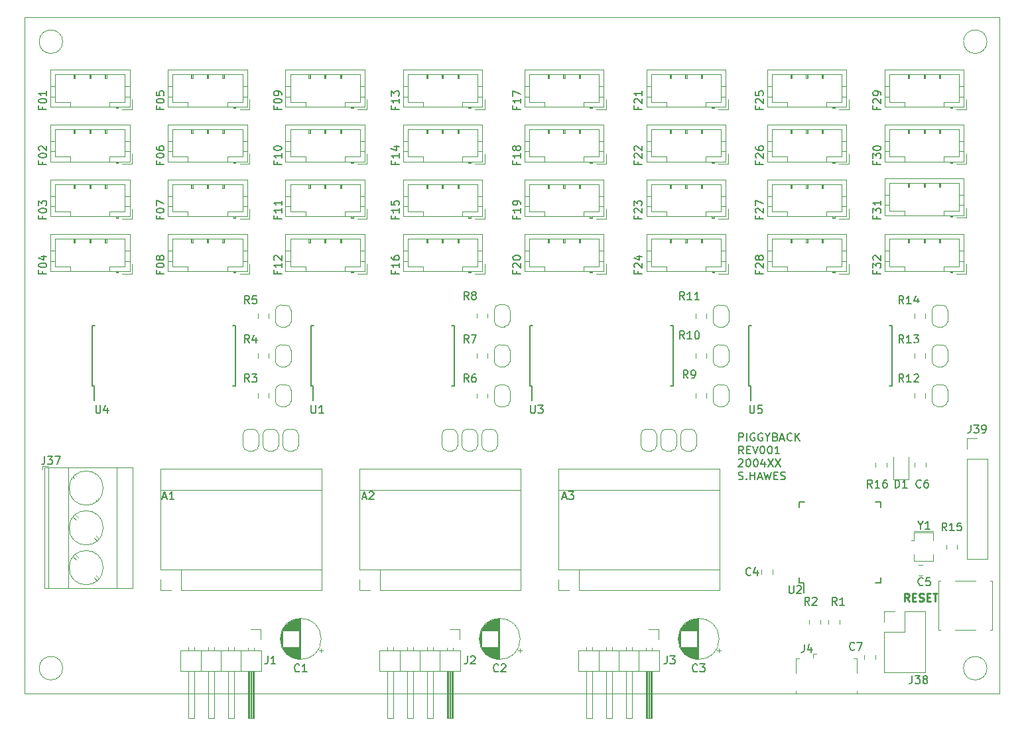
<source format=gbr>
%TF.GenerationSoftware,KiCad,Pcbnew,5.1.7+dfsg1-1~bpo10+1*%
%TF.CreationDate,2020-11-15T21:32:21+00:00*%
%TF.ProjectId,piggyback,70696767-7962-4616-936b-2e6b69636164,rev?*%
%TF.SameCoordinates,Original*%
%TF.FileFunction,Legend,Top*%
%TF.FilePolarity,Positive*%
%FSLAX45Y45*%
G04 Gerber Fmt 4.5, Leading zero omitted, Abs format (unit mm)*
G04 Created by KiCad (PCBNEW 5.1.7+dfsg1-1~bpo10+1) date 2020-11-15 21:32:21*
%MOMM*%
%LPD*%
G01*
G04 APERTURE LIST*
%ADD10C,0.250000*%
%ADD11C,0.150000*%
%TA.AperFunction,Profile*%
%ADD12C,0.050000*%
%TD*%
%ADD13C,0.120000*%
%ADD14C,0.010000*%
%ADD15O,1.302000X1.852000*%
%ADD16O,1.702000X1.702000*%
%ADD17O,1.802000X1.802000*%
%ADD18C,1.552000*%
%ADD19O,1.302000X2.002000*%
%ADD20C,1.702000*%
%ADD21C,2.702000*%
G04 APERTURE END LIST*
D10*
X15354762Y-13295238D02*
X15321428Y-13247619D01*
X15297619Y-13295238D02*
X15297619Y-13195238D01*
X15335714Y-13195238D01*
X15345238Y-13200000D01*
X15350000Y-13204762D01*
X15354762Y-13214286D01*
X15354762Y-13228571D01*
X15350000Y-13238095D01*
X15345238Y-13242857D01*
X15335714Y-13247619D01*
X15297619Y-13247619D01*
X15397619Y-13242857D02*
X15430952Y-13242857D01*
X15445238Y-13295238D02*
X15397619Y-13295238D01*
X15397619Y-13195238D01*
X15445238Y-13195238D01*
X15483333Y-13290476D02*
X15497619Y-13295238D01*
X15521428Y-13295238D01*
X15530952Y-13290476D01*
X15535714Y-13285714D01*
X15540476Y-13276190D01*
X15540476Y-13266667D01*
X15535714Y-13257143D01*
X15530952Y-13252381D01*
X15521428Y-13247619D01*
X15502381Y-13242857D01*
X15492857Y-13238095D01*
X15488095Y-13233333D01*
X15483333Y-13223809D01*
X15483333Y-13214286D01*
X15488095Y-13204762D01*
X15492857Y-13200000D01*
X15502381Y-13195238D01*
X15526190Y-13195238D01*
X15540476Y-13200000D01*
X15583333Y-13242857D02*
X15616667Y-13242857D01*
X15630952Y-13295238D02*
X15583333Y-13295238D01*
X15583333Y-13195238D01*
X15630952Y-13195238D01*
X15659524Y-13195238D02*
X15716667Y-13195238D01*
X15688095Y-13295238D02*
X15688095Y-13195238D01*
D11*
X13183559Y-11247738D02*
X13183559Y-11147738D01*
X13221655Y-11147738D01*
X13231178Y-11152500D01*
X13235940Y-11157262D01*
X13240702Y-11166786D01*
X13240702Y-11181071D01*
X13235940Y-11190595D01*
X13231178Y-11195357D01*
X13221655Y-11200119D01*
X13183559Y-11200119D01*
X13283559Y-11247738D02*
X13283559Y-11147738D01*
X13383559Y-11152500D02*
X13374036Y-11147738D01*
X13359750Y-11147738D01*
X13345464Y-11152500D01*
X13335940Y-11162024D01*
X13331178Y-11171548D01*
X13326417Y-11190595D01*
X13326417Y-11204881D01*
X13331178Y-11223928D01*
X13335940Y-11233452D01*
X13345464Y-11242976D01*
X13359750Y-11247738D01*
X13369274Y-11247738D01*
X13383559Y-11242976D01*
X13388321Y-11238214D01*
X13388321Y-11204881D01*
X13369274Y-11204881D01*
X13483559Y-11152500D02*
X13474036Y-11147738D01*
X13459750Y-11147738D01*
X13445464Y-11152500D01*
X13435940Y-11162024D01*
X13431178Y-11171548D01*
X13426417Y-11190595D01*
X13426417Y-11204881D01*
X13431178Y-11223928D01*
X13435940Y-11233452D01*
X13445464Y-11242976D01*
X13459750Y-11247738D01*
X13469274Y-11247738D01*
X13483559Y-11242976D01*
X13488321Y-11238214D01*
X13488321Y-11204881D01*
X13469274Y-11204881D01*
X13550226Y-11200119D02*
X13550226Y-11247738D01*
X13516893Y-11147738D02*
X13550226Y-11200119D01*
X13583559Y-11147738D01*
X13650226Y-11195357D02*
X13664512Y-11200119D01*
X13669274Y-11204881D01*
X13674036Y-11214405D01*
X13674036Y-11228690D01*
X13669274Y-11238214D01*
X13664512Y-11242976D01*
X13654988Y-11247738D01*
X13616893Y-11247738D01*
X13616893Y-11147738D01*
X13650226Y-11147738D01*
X13659750Y-11152500D01*
X13664512Y-11157262D01*
X13669274Y-11166786D01*
X13669274Y-11176310D01*
X13664512Y-11185833D01*
X13659750Y-11190595D01*
X13650226Y-11195357D01*
X13616893Y-11195357D01*
X13712131Y-11219167D02*
X13759750Y-11219167D01*
X13702607Y-11247738D02*
X13735940Y-11147738D01*
X13769274Y-11247738D01*
X13859750Y-11238214D02*
X13854988Y-11242976D01*
X13840702Y-11247738D01*
X13831178Y-11247738D01*
X13816893Y-11242976D01*
X13807369Y-11233452D01*
X13802607Y-11223928D01*
X13797845Y-11204881D01*
X13797845Y-11190595D01*
X13802607Y-11171548D01*
X13807369Y-11162024D01*
X13816893Y-11152500D01*
X13831178Y-11147738D01*
X13840702Y-11147738D01*
X13854988Y-11152500D01*
X13859750Y-11157262D01*
X13902607Y-11247738D02*
X13902607Y-11147738D01*
X13959750Y-11247738D02*
X13916893Y-11190595D01*
X13959750Y-11147738D02*
X13902607Y-11204881D01*
X13240702Y-11412738D02*
X13207369Y-11365119D01*
X13183559Y-11412738D02*
X13183559Y-11312738D01*
X13221655Y-11312738D01*
X13231178Y-11317500D01*
X13235940Y-11322262D01*
X13240702Y-11331786D01*
X13240702Y-11346071D01*
X13235940Y-11355595D01*
X13231178Y-11360357D01*
X13221655Y-11365119D01*
X13183559Y-11365119D01*
X13283559Y-11360357D02*
X13316893Y-11360357D01*
X13331178Y-11412738D02*
X13283559Y-11412738D01*
X13283559Y-11312738D01*
X13331178Y-11312738D01*
X13359750Y-11312738D02*
X13393083Y-11412738D01*
X13426417Y-11312738D01*
X13478798Y-11312738D02*
X13488321Y-11312738D01*
X13497845Y-11317500D01*
X13502607Y-11322262D01*
X13507369Y-11331786D01*
X13512131Y-11350833D01*
X13512131Y-11374643D01*
X13507369Y-11393690D01*
X13502607Y-11403214D01*
X13497845Y-11407976D01*
X13488321Y-11412738D01*
X13478798Y-11412738D01*
X13469274Y-11407976D01*
X13464512Y-11403214D01*
X13459750Y-11393690D01*
X13454988Y-11374643D01*
X13454988Y-11350833D01*
X13459750Y-11331786D01*
X13464512Y-11322262D01*
X13469274Y-11317500D01*
X13478798Y-11312738D01*
X13574036Y-11312738D02*
X13583559Y-11312738D01*
X13593083Y-11317500D01*
X13597845Y-11322262D01*
X13602607Y-11331786D01*
X13607369Y-11350833D01*
X13607369Y-11374643D01*
X13602607Y-11393690D01*
X13597845Y-11403214D01*
X13593083Y-11407976D01*
X13583559Y-11412738D01*
X13574036Y-11412738D01*
X13564512Y-11407976D01*
X13559750Y-11403214D01*
X13554988Y-11393690D01*
X13550226Y-11374643D01*
X13550226Y-11350833D01*
X13554988Y-11331786D01*
X13559750Y-11322262D01*
X13564512Y-11317500D01*
X13574036Y-11312738D01*
X13702607Y-11412738D02*
X13645464Y-11412738D01*
X13674036Y-11412738D02*
X13674036Y-11312738D01*
X13664512Y-11327024D01*
X13654988Y-11336548D01*
X13645464Y-11341309D01*
X13178798Y-11487262D02*
X13183559Y-11482500D01*
X13193083Y-11477738D01*
X13216893Y-11477738D01*
X13226417Y-11482500D01*
X13231178Y-11487262D01*
X13235940Y-11496786D01*
X13235940Y-11506309D01*
X13231178Y-11520595D01*
X13174036Y-11577738D01*
X13235940Y-11577738D01*
X13297845Y-11477738D02*
X13307369Y-11477738D01*
X13316893Y-11482500D01*
X13321655Y-11487262D01*
X13326417Y-11496786D01*
X13331178Y-11515833D01*
X13331178Y-11539643D01*
X13326417Y-11558690D01*
X13321655Y-11568214D01*
X13316893Y-11572976D01*
X13307369Y-11577738D01*
X13297845Y-11577738D01*
X13288321Y-11572976D01*
X13283559Y-11568214D01*
X13278798Y-11558690D01*
X13274036Y-11539643D01*
X13274036Y-11515833D01*
X13278798Y-11496786D01*
X13283559Y-11487262D01*
X13288321Y-11482500D01*
X13297845Y-11477738D01*
X13393083Y-11477738D02*
X13402607Y-11477738D01*
X13412131Y-11482500D01*
X13416893Y-11487262D01*
X13421655Y-11496786D01*
X13426417Y-11515833D01*
X13426417Y-11539643D01*
X13421655Y-11558690D01*
X13416893Y-11568214D01*
X13412131Y-11572976D01*
X13402607Y-11577738D01*
X13393083Y-11577738D01*
X13383559Y-11572976D01*
X13378798Y-11568214D01*
X13374036Y-11558690D01*
X13369274Y-11539643D01*
X13369274Y-11515833D01*
X13374036Y-11496786D01*
X13378798Y-11487262D01*
X13383559Y-11482500D01*
X13393083Y-11477738D01*
X13512131Y-11511071D02*
X13512131Y-11577738D01*
X13488321Y-11472976D02*
X13464512Y-11544405D01*
X13526417Y-11544405D01*
X13554988Y-11477738D02*
X13621655Y-11577738D01*
X13621655Y-11477738D02*
X13554988Y-11577738D01*
X13650226Y-11477738D02*
X13716893Y-11577738D01*
X13716893Y-11477738D02*
X13650226Y-11577738D01*
X13178798Y-11737976D02*
X13193083Y-11742738D01*
X13216893Y-11742738D01*
X13226417Y-11737976D01*
X13231178Y-11733214D01*
X13235940Y-11723690D01*
X13235940Y-11714167D01*
X13231178Y-11704643D01*
X13226417Y-11699881D01*
X13216893Y-11695119D01*
X13197845Y-11690357D01*
X13188321Y-11685595D01*
X13183559Y-11680833D01*
X13178798Y-11671309D01*
X13178798Y-11661786D01*
X13183559Y-11652262D01*
X13188321Y-11647500D01*
X13197845Y-11642738D01*
X13221655Y-11642738D01*
X13235940Y-11647500D01*
X13278798Y-11733214D02*
X13283559Y-11737976D01*
X13278798Y-11742738D01*
X13274036Y-11737976D01*
X13278798Y-11733214D01*
X13278798Y-11742738D01*
X13326417Y-11742738D02*
X13326417Y-11642738D01*
X13326417Y-11690357D02*
X13383559Y-11690357D01*
X13383559Y-11742738D02*
X13383559Y-11642738D01*
X13426417Y-11714167D02*
X13474036Y-11714167D01*
X13416893Y-11742738D02*
X13450226Y-11642738D01*
X13483559Y-11742738D01*
X13507369Y-11642738D02*
X13531178Y-11742738D01*
X13550226Y-11671309D01*
X13569274Y-11742738D01*
X13593083Y-11642738D01*
X13631178Y-11690357D02*
X13664512Y-11690357D01*
X13678798Y-11742738D02*
X13631178Y-11742738D01*
X13631178Y-11642738D01*
X13678798Y-11642738D01*
X13716893Y-11737976D02*
X13731178Y-11742738D01*
X13754988Y-11742738D01*
X13764512Y-11737976D01*
X13769274Y-11733214D01*
X13774036Y-11723690D01*
X13774036Y-11714167D01*
X13769274Y-11704643D01*
X13764512Y-11699881D01*
X13754988Y-11695119D01*
X13735940Y-11690357D01*
X13726417Y-11685595D01*
X13721655Y-11680833D01*
X13716893Y-11671309D01*
X13716893Y-11661786D01*
X13721655Y-11652262D01*
X13726417Y-11647500D01*
X13735940Y-11642738D01*
X13759750Y-11642738D01*
X13774036Y-11647500D01*
X14942857Y-7680952D02*
X14942857Y-7714286D01*
X14995238Y-7714286D02*
X14895238Y-7714286D01*
X14895238Y-7666667D01*
X14895238Y-7638095D02*
X14895238Y-7576190D01*
X14933333Y-7609524D01*
X14933333Y-7595238D01*
X14938095Y-7585714D01*
X14942857Y-7580952D01*
X14952381Y-7576190D01*
X14976190Y-7576190D01*
X14985714Y-7580952D01*
X14990476Y-7585714D01*
X14995238Y-7595238D01*
X14995238Y-7623809D01*
X14990476Y-7633333D01*
X14985714Y-7638095D01*
X14895238Y-7514286D02*
X14895238Y-7504762D01*
X14900000Y-7495238D01*
X14904762Y-7490476D01*
X14914286Y-7485714D01*
X14933333Y-7480952D01*
X14957143Y-7480952D01*
X14976190Y-7485714D01*
X14985714Y-7490476D01*
X14990476Y-7495238D01*
X14995238Y-7504762D01*
X14995238Y-7514286D01*
X14990476Y-7523809D01*
X14985714Y-7528571D01*
X14976190Y-7533333D01*
X14957143Y-7538095D01*
X14933333Y-7538095D01*
X14914286Y-7533333D01*
X14904762Y-7528571D01*
X14900000Y-7523809D01*
X14895238Y-7514286D01*
X14942857Y-8380952D02*
X14942857Y-8414286D01*
X14995238Y-8414286D02*
X14895238Y-8414286D01*
X14895238Y-8366667D01*
X14895238Y-8338095D02*
X14895238Y-8276190D01*
X14933333Y-8309524D01*
X14933333Y-8295238D01*
X14938095Y-8285714D01*
X14942857Y-8280952D01*
X14952381Y-8276190D01*
X14976190Y-8276190D01*
X14985714Y-8280952D01*
X14990476Y-8285714D01*
X14995238Y-8295238D01*
X14995238Y-8323809D01*
X14990476Y-8333333D01*
X14985714Y-8338095D01*
X14995238Y-8180952D02*
X14995238Y-8238095D01*
X14995238Y-8209524D02*
X14895238Y-8209524D01*
X14909524Y-8219048D01*
X14919048Y-8228571D01*
X14923809Y-8238095D01*
X14942857Y-6980952D02*
X14942857Y-7014286D01*
X14995238Y-7014286D02*
X14895238Y-7014286D01*
X14895238Y-6966667D01*
X14904762Y-6933333D02*
X14900000Y-6928571D01*
X14895238Y-6919048D01*
X14895238Y-6895238D01*
X14900000Y-6885714D01*
X14904762Y-6880952D01*
X14914286Y-6876190D01*
X14923809Y-6876190D01*
X14938095Y-6880952D01*
X14995238Y-6938095D01*
X14995238Y-6876190D01*
X14995238Y-6828571D02*
X14995238Y-6809524D01*
X14990476Y-6800000D01*
X14985714Y-6795238D01*
X14971428Y-6785714D01*
X14952381Y-6780952D01*
X14914286Y-6780952D01*
X14904762Y-6785714D01*
X14900000Y-6790476D01*
X14895238Y-6800000D01*
X14895238Y-6819048D01*
X14900000Y-6828571D01*
X14904762Y-6833333D01*
X14914286Y-6838095D01*
X14938095Y-6838095D01*
X14947619Y-6833333D01*
X14952381Y-6828571D01*
X14957143Y-6819048D01*
X14957143Y-6800000D01*
X14952381Y-6790476D01*
X14947619Y-6785714D01*
X14938095Y-6780952D01*
X14942857Y-9080952D02*
X14942857Y-9114286D01*
X14995238Y-9114286D02*
X14895238Y-9114286D01*
X14895238Y-9066667D01*
X14895238Y-9038095D02*
X14895238Y-8976190D01*
X14933333Y-9009524D01*
X14933333Y-8995238D01*
X14938095Y-8985714D01*
X14942857Y-8980952D01*
X14952381Y-8976190D01*
X14976190Y-8976190D01*
X14985714Y-8980952D01*
X14990476Y-8985714D01*
X14995238Y-8995238D01*
X14995238Y-9023810D01*
X14990476Y-9033333D01*
X14985714Y-9038095D01*
X14904762Y-8938095D02*
X14900000Y-8933333D01*
X14895238Y-8923810D01*
X14895238Y-8900000D01*
X14900000Y-8890476D01*
X14904762Y-8885714D01*
X14914286Y-8880952D01*
X14923809Y-8880952D01*
X14938095Y-8885714D01*
X14995238Y-8942857D01*
X14995238Y-8880952D01*
X13442857Y-6980952D02*
X13442857Y-7014286D01*
X13495238Y-7014286D02*
X13395238Y-7014286D01*
X13395238Y-6966667D01*
X13404762Y-6933333D02*
X13400000Y-6928571D01*
X13395238Y-6919048D01*
X13395238Y-6895238D01*
X13400000Y-6885714D01*
X13404762Y-6880952D01*
X13414286Y-6876190D01*
X13423809Y-6876190D01*
X13438095Y-6880952D01*
X13495238Y-6938095D01*
X13495238Y-6876190D01*
X13395238Y-6785714D02*
X13395238Y-6833333D01*
X13442857Y-6838095D01*
X13438095Y-6833333D01*
X13433333Y-6823809D01*
X13433333Y-6800000D01*
X13438095Y-6790476D01*
X13442857Y-6785714D01*
X13452381Y-6780952D01*
X13476190Y-6780952D01*
X13485714Y-6785714D01*
X13490476Y-6790476D01*
X13495238Y-6800000D01*
X13495238Y-6823809D01*
X13490476Y-6833333D01*
X13485714Y-6838095D01*
X13442857Y-7680952D02*
X13442857Y-7714286D01*
X13495238Y-7714286D02*
X13395238Y-7714286D01*
X13395238Y-7666667D01*
X13404762Y-7633333D02*
X13400000Y-7628571D01*
X13395238Y-7619048D01*
X13395238Y-7595238D01*
X13400000Y-7585714D01*
X13404762Y-7580952D01*
X13414286Y-7576190D01*
X13423809Y-7576190D01*
X13438095Y-7580952D01*
X13495238Y-7638095D01*
X13495238Y-7576190D01*
X13395238Y-7490476D02*
X13395238Y-7509524D01*
X13400000Y-7519048D01*
X13404762Y-7523809D01*
X13419048Y-7533333D01*
X13438095Y-7538095D01*
X13476190Y-7538095D01*
X13485714Y-7533333D01*
X13490476Y-7528571D01*
X13495238Y-7519048D01*
X13495238Y-7500000D01*
X13490476Y-7490476D01*
X13485714Y-7485714D01*
X13476190Y-7480952D01*
X13452381Y-7480952D01*
X13442857Y-7485714D01*
X13438095Y-7490476D01*
X13433333Y-7500000D01*
X13433333Y-7519048D01*
X13438095Y-7528571D01*
X13442857Y-7533333D01*
X13452381Y-7538095D01*
X13442857Y-8380952D02*
X13442857Y-8414286D01*
X13495238Y-8414286D02*
X13395238Y-8414286D01*
X13395238Y-8366667D01*
X13404762Y-8333333D02*
X13400000Y-8328571D01*
X13395238Y-8319048D01*
X13395238Y-8295238D01*
X13400000Y-8285714D01*
X13404762Y-8280952D01*
X13414286Y-8276190D01*
X13423809Y-8276190D01*
X13438095Y-8280952D01*
X13495238Y-8338095D01*
X13495238Y-8276190D01*
X13395238Y-8242857D02*
X13395238Y-8176190D01*
X13495238Y-8219048D01*
X13442857Y-9080952D02*
X13442857Y-9114286D01*
X13495238Y-9114286D02*
X13395238Y-9114286D01*
X13395238Y-9066667D01*
X13404762Y-9033333D02*
X13400000Y-9028571D01*
X13395238Y-9019048D01*
X13395238Y-8995238D01*
X13400000Y-8985714D01*
X13404762Y-8980952D01*
X13414286Y-8976190D01*
X13423809Y-8976190D01*
X13438095Y-8980952D01*
X13495238Y-9038095D01*
X13495238Y-8976190D01*
X13438095Y-8919048D02*
X13433333Y-8928571D01*
X13428571Y-8933333D01*
X13419048Y-8938095D01*
X13414286Y-8938095D01*
X13404762Y-8933333D01*
X13400000Y-8928571D01*
X13395238Y-8919048D01*
X13395238Y-8900000D01*
X13400000Y-8890476D01*
X13404762Y-8885714D01*
X13414286Y-8880952D01*
X13419048Y-8880952D01*
X13428571Y-8885714D01*
X13433333Y-8890476D01*
X13438095Y-8900000D01*
X13438095Y-8919048D01*
X13442857Y-8928571D01*
X13447619Y-8933333D01*
X13457143Y-8938095D01*
X13476190Y-8938095D01*
X13485714Y-8933333D01*
X13490476Y-8928571D01*
X13495238Y-8919048D01*
X13495238Y-8900000D01*
X13490476Y-8890476D01*
X13485714Y-8885714D01*
X13476190Y-8880952D01*
X13457143Y-8880952D01*
X13447619Y-8885714D01*
X13442857Y-8890476D01*
X13438095Y-8900000D01*
X11892857Y-7680952D02*
X11892857Y-7714286D01*
X11945238Y-7714286D02*
X11845238Y-7714286D01*
X11845238Y-7666667D01*
X11854762Y-7633333D02*
X11850000Y-7628571D01*
X11845238Y-7619048D01*
X11845238Y-7595238D01*
X11850000Y-7585714D01*
X11854762Y-7580952D01*
X11864286Y-7576190D01*
X11873809Y-7576190D01*
X11888095Y-7580952D01*
X11945238Y-7638095D01*
X11945238Y-7576190D01*
X11854762Y-7538095D02*
X11850000Y-7533333D01*
X11845238Y-7523809D01*
X11845238Y-7500000D01*
X11850000Y-7490476D01*
X11854762Y-7485714D01*
X11864286Y-7480952D01*
X11873809Y-7480952D01*
X11888095Y-7485714D01*
X11945238Y-7542857D01*
X11945238Y-7480952D01*
X11892857Y-8380952D02*
X11892857Y-8414286D01*
X11945238Y-8414286D02*
X11845238Y-8414286D01*
X11845238Y-8366667D01*
X11854762Y-8333333D02*
X11850000Y-8328571D01*
X11845238Y-8319048D01*
X11845238Y-8295238D01*
X11850000Y-8285714D01*
X11854762Y-8280952D01*
X11864286Y-8276190D01*
X11873809Y-8276190D01*
X11888095Y-8280952D01*
X11945238Y-8338095D01*
X11945238Y-8276190D01*
X11845238Y-8242857D02*
X11845238Y-8180952D01*
X11883333Y-8214286D01*
X11883333Y-8200000D01*
X11888095Y-8190476D01*
X11892857Y-8185714D01*
X11902381Y-8180952D01*
X11926190Y-8180952D01*
X11935714Y-8185714D01*
X11940476Y-8190476D01*
X11945238Y-8200000D01*
X11945238Y-8228571D01*
X11940476Y-8238095D01*
X11935714Y-8242857D01*
X11892857Y-9080952D02*
X11892857Y-9114286D01*
X11945238Y-9114286D02*
X11845238Y-9114286D01*
X11845238Y-9066667D01*
X11854762Y-9033333D02*
X11850000Y-9028571D01*
X11845238Y-9019048D01*
X11845238Y-8995238D01*
X11850000Y-8985714D01*
X11854762Y-8980952D01*
X11864286Y-8976190D01*
X11873809Y-8976190D01*
X11888095Y-8980952D01*
X11945238Y-9038095D01*
X11945238Y-8976190D01*
X11878571Y-8890476D02*
X11945238Y-8890476D01*
X11840476Y-8914286D02*
X11911905Y-8938095D01*
X11911905Y-8876190D01*
X11892857Y-6980952D02*
X11892857Y-7014286D01*
X11945238Y-7014286D02*
X11845238Y-7014286D01*
X11845238Y-6966667D01*
X11854762Y-6933333D02*
X11850000Y-6928571D01*
X11845238Y-6919048D01*
X11845238Y-6895238D01*
X11850000Y-6885714D01*
X11854762Y-6880952D01*
X11864286Y-6876190D01*
X11873809Y-6876190D01*
X11888095Y-6880952D01*
X11945238Y-6938095D01*
X11945238Y-6876190D01*
X11945238Y-6780952D02*
X11945238Y-6838095D01*
X11945238Y-6809524D02*
X11845238Y-6809524D01*
X11859524Y-6819048D01*
X11869048Y-6828571D01*
X11873809Y-6838095D01*
X10342857Y-8380952D02*
X10342857Y-8414286D01*
X10395238Y-8414286D02*
X10295238Y-8414286D01*
X10295238Y-8366667D01*
X10395238Y-8276190D02*
X10395238Y-8333333D01*
X10395238Y-8304762D02*
X10295238Y-8304762D01*
X10309524Y-8314286D01*
X10319048Y-8323809D01*
X10323810Y-8333333D01*
X10395238Y-8228571D02*
X10395238Y-8209524D01*
X10390476Y-8200000D01*
X10385714Y-8195238D01*
X10371429Y-8185714D01*
X10352381Y-8180952D01*
X10314286Y-8180952D01*
X10304762Y-8185714D01*
X10300000Y-8190476D01*
X10295238Y-8200000D01*
X10295238Y-8219048D01*
X10300000Y-8228571D01*
X10304762Y-8233333D01*
X10314286Y-8238095D01*
X10338095Y-8238095D01*
X10347619Y-8233333D01*
X10352381Y-8228571D01*
X10357143Y-8219048D01*
X10357143Y-8200000D01*
X10352381Y-8190476D01*
X10347619Y-8185714D01*
X10338095Y-8180952D01*
X10342857Y-6980952D02*
X10342857Y-7014286D01*
X10395238Y-7014286D02*
X10295238Y-7014286D01*
X10295238Y-6966667D01*
X10395238Y-6876190D02*
X10395238Y-6933333D01*
X10395238Y-6904762D02*
X10295238Y-6904762D01*
X10309524Y-6914286D01*
X10319048Y-6923809D01*
X10323810Y-6933333D01*
X10295238Y-6842857D02*
X10295238Y-6776190D01*
X10395238Y-6819048D01*
X10342857Y-9080952D02*
X10342857Y-9114286D01*
X10395238Y-9114286D02*
X10295238Y-9114286D01*
X10295238Y-9066667D01*
X10304762Y-9033333D02*
X10300000Y-9028571D01*
X10295238Y-9019048D01*
X10295238Y-8995238D01*
X10300000Y-8985714D01*
X10304762Y-8980952D01*
X10314286Y-8976190D01*
X10323810Y-8976190D01*
X10338095Y-8980952D01*
X10395238Y-9038095D01*
X10395238Y-8976190D01*
X10295238Y-8914286D02*
X10295238Y-8904762D01*
X10300000Y-8895238D01*
X10304762Y-8890476D01*
X10314286Y-8885714D01*
X10333333Y-8880952D01*
X10357143Y-8880952D01*
X10376190Y-8885714D01*
X10385714Y-8890476D01*
X10390476Y-8895238D01*
X10395238Y-8904762D01*
X10395238Y-8914286D01*
X10390476Y-8923810D01*
X10385714Y-8928571D01*
X10376190Y-8933333D01*
X10357143Y-8938095D01*
X10333333Y-8938095D01*
X10314286Y-8933333D01*
X10304762Y-8928571D01*
X10300000Y-8923810D01*
X10295238Y-8914286D01*
X10342857Y-7680952D02*
X10342857Y-7714286D01*
X10395238Y-7714286D02*
X10295238Y-7714286D01*
X10295238Y-7666667D01*
X10395238Y-7576190D02*
X10395238Y-7633333D01*
X10395238Y-7604762D02*
X10295238Y-7604762D01*
X10309524Y-7614286D01*
X10319048Y-7623809D01*
X10323810Y-7633333D01*
X10338095Y-7519048D02*
X10333333Y-7528571D01*
X10328571Y-7533333D01*
X10319048Y-7538095D01*
X10314286Y-7538095D01*
X10304762Y-7533333D01*
X10300000Y-7528571D01*
X10295238Y-7519048D01*
X10295238Y-7500000D01*
X10300000Y-7490476D01*
X10304762Y-7485714D01*
X10314286Y-7480952D01*
X10319048Y-7480952D01*
X10328571Y-7485714D01*
X10333333Y-7490476D01*
X10338095Y-7500000D01*
X10338095Y-7519048D01*
X10342857Y-7528571D01*
X10347619Y-7533333D01*
X10357143Y-7538095D01*
X10376190Y-7538095D01*
X10385714Y-7533333D01*
X10390476Y-7528571D01*
X10395238Y-7519048D01*
X10395238Y-7500000D01*
X10390476Y-7490476D01*
X10385714Y-7485714D01*
X10376190Y-7480952D01*
X10357143Y-7480952D01*
X10347619Y-7485714D01*
X10342857Y-7490476D01*
X10338095Y-7500000D01*
X8792857Y-9080952D02*
X8792857Y-9114286D01*
X8845238Y-9114286D02*
X8745238Y-9114286D01*
X8745238Y-9066667D01*
X8845238Y-8976190D02*
X8845238Y-9033333D01*
X8845238Y-9004762D02*
X8745238Y-9004762D01*
X8759524Y-9014286D01*
X8769048Y-9023810D01*
X8773810Y-9033333D01*
X8745238Y-8890476D02*
X8745238Y-8909524D01*
X8750000Y-8919048D01*
X8754762Y-8923810D01*
X8769048Y-8933333D01*
X8788095Y-8938095D01*
X8826190Y-8938095D01*
X8835714Y-8933333D01*
X8840476Y-8928571D01*
X8845238Y-8919048D01*
X8845238Y-8900000D01*
X8840476Y-8890476D01*
X8835714Y-8885714D01*
X8826190Y-8880952D01*
X8802381Y-8880952D01*
X8792857Y-8885714D01*
X8788095Y-8890476D01*
X8783333Y-8900000D01*
X8783333Y-8919048D01*
X8788095Y-8928571D01*
X8792857Y-8933333D01*
X8802381Y-8938095D01*
X8792857Y-7680952D02*
X8792857Y-7714286D01*
X8845238Y-7714286D02*
X8745238Y-7714286D01*
X8745238Y-7666667D01*
X8845238Y-7576190D02*
X8845238Y-7633333D01*
X8845238Y-7604762D02*
X8745238Y-7604762D01*
X8759524Y-7614286D01*
X8769048Y-7623809D01*
X8773810Y-7633333D01*
X8778571Y-7490476D02*
X8845238Y-7490476D01*
X8740476Y-7514286D02*
X8811905Y-7538095D01*
X8811905Y-7476190D01*
X8792857Y-6980952D02*
X8792857Y-7014286D01*
X8845238Y-7014286D02*
X8745238Y-7014286D01*
X8745238Y-6966667D01*
X8845238Y-6876190D02*
X8845238Y-6933333D01*
X8845238Y-6904762D02*
X8745238Y-6904762D01*
X8759524Y-6914286D01*
X8769048Y-6923809D01*
X8773810Y-6933333D01*
X8745238Y-6842857D02*
X8745238Y-6780952D01*
X8783333Y-6814286D01*
X8783333Y-6800000D01*
X8788095Y-6790476D01*
X8792857Y-6785714D01*
X8802381Y-6780952D01*
X8826190Y-6780952D01*
X8835714Y-6785714D01*
X8840476Y-6790476D01*
X8845238Y-6800000D01*
X8845238Y-6828571D01*
X8840476Y-6838095D01*
X8835714Y-6842857D01*
X8792857Y-8380952D02*
X8792857Y-8414286D01*
X8845238Y-8414286D02*
X8745238Y-8414286D01*
X8745238Y-8366667D01*
X8845238Y-8276190D02*
X8845238Y-8333333D01*
X8845238Y-8304762D02*
X8745238Y-8304762D01*
X8759524Y-8314286D01*
X8769048Y-8323809D01*
X8773810Y-8333333D01*
X8745238Y-8185714D02*
X8745238Y-8233333D01*
X8792857Y-8238095D01*
X8788095Y-8233333D01*
X8783333Y-8223809D01*
X8783333Y-8200000D01*
X8788095Y-8190476D01*
X8792857Y-8185714D01*
X8802381Y-8180952D01*
X8826190Y-8180952D01*
X8835714Y-8185714D01*
X8840476Y-8190476D01*
X8845238Y-8200000D01*
X8845238Y-8223809D01*
X8840476Y-8233333D01*
X8835714Y-8238095D01*
X7292857Y-9080952D02*
X7292857Y-9114286D01*
X7345238Y-9114286D02*
X7245238Y-9114286D01*
X7245238Y-9066667D01*
X7345238Y-8976190D02*
X7345238Y-9033333D01*
X7345238Y-9004762D02*
X7245238Y-9004762D01*
X7259524Y-9014286D01*
X7269048Y-9023810D01*
X7273809Y-9033333D01*
X7254762Y-8938095D02*
X7250000Y-8933333D01*
X7245238Y-8923810D01*
X7245238Y-8900000D01*
X7250000Y-8890476D01*
X7254762Y-8885714D01*
X7264286Y-8880952D01*
X7273809Y-8880952D01*
X7288095Y-8885714D01*
X7345238Y-8942857D01*
X7345238Y-8880952D01*
X7292857Y-8380952D02*
X7292857Y-8414286D01*
X7345238Y-8414286D02*
X7245238Y-8414286D01*
X7245238Y-8366667D01*
X7345238Y-8276190D02*
X7345238Y-8333333D01*
X7345238Y-8304762D02*
X7245238Y-8304762D01*
X7259524Y-8314286D01*
X7269048Y-8323809D01*
X7273809Y-8333333D01*
X7345238Y-8180952D02*
X7345238Y-8238095D01*
X7345238Y-8209524D02*
X7245238Y-8209524D01*
X7259524Y-8219048D01*
X7269048Y-8228571D01*
X7273809Y-8238095D01*
X7292857Y-6980952D02*
X7292857Y-7014286D01*
X7345238Y-7014286D02*
X7245238Y-7014286D01*
X7245238Y-6966667D01*
X7245238Y-6909524D02*
X7245238Y-6900000D01*
X7250000Y-6890476D01*
X7254762Y-6885714D01*
X7264286Y-6880952D01*
X7283333Y-6876190D01*
X7307143Y-6876190D01*
X7326190Y-6880952D01*
X7335714Y-6885714D01*
X7340476Y-6890476D01*
X7345238Y-6900000D01*
X7345238Y-6909524D01*
X7340476Y-6919048D01*
X7335714Y-6923809D01*
X7326190Y-6928571D01*
X7307143Y-6933333D01*
X7283333Y-6933333D01*
X7264286Y-6928571D01*
X7254762Y-6923809D01*
X7250000Y-6919048D01*
X7245238Y-6909524D01*
X7345238Y-6828571D02*
X7345238Y-6809524D01*
X7340476Y-6800000D01*
X7335714Y-6795238D01*
X7321428Y-6785714D01*
X7302381Y-6780952D01*
X7264286Y-6780952D01*
X7254762Y-6785714D01*
X7250000Y-6790476D01*
X7245238Y-6800000D01*
X7245238Y-6819048D01*
X7250000Y-6828571D01*
X7254762Y-6833333D01*
X7264286Y-6838095D01*
X7288095Y-6838095D01*
X7297619Y-6833333D01*
X7302381Y-6828571D01*
X7307143Y-6819048D01*
X7307143Y-6800000D01*
X7302381Y-6790476D01*
X7297619Y-6785714D01*
X7288095Y-6780952D01*
X7292857Y-7680952D02*
X7292857Y-7714286D01*
X7345238Y-7714286D02*
X7245238Y-7714286D01*
X7245238Y-7666667D01*
X7345238Y-7576190D02*
X7345238Y-7633333D01*
X7345238Y-7604762D02*
X7245238Y-7604762D01*
X7259524Y-7614286D01*
X7269048Y-7623809D01*
X7273809Y-7633333D01*
X7245238Y-7514286D02*
X7245238Y-7504762D01*
X7250000Y-7495238D01*
X7254762Y-7490476D01*
X7264286Y-7485714D01*
X7283333Y-7480952D01*
X7307143Y-7480952D01*
X7326190Y-7485714D01*
X7335714Y-7490476D01*
X7340476Y-7495238D01*
X7345238Y-7504762D01*
X7345238Y-7514286D01*
X7340476Y-7523809D01*
X7335714Y-7528571D01*
X7326190Y-7533333D01*
X7307143Y-7538095D01*
X7283333Y-7538095D01*
X7264286Y-7533333D01*
X7254762Y-7528571D01*
X7250000Y-7523809D01*
X7245238Y-7514286D01*
X5792857Y-6980952D02*
X5792857Y-7014286D01*
X5845238Y-7014286D02*
X5745238Y-7014286D01*
X5745238Y-6966667D01*
X5745238Y-6909524D02*
X5745238Y-6900000D01*
X5750000Y-6890476D01*
X5754762Y-6885714D01*
X5764286Y-6880952D01*
X5783333Y-6876190D01*
X5807143Y-6876190D01*
X5826190Y-6880952D01*
X5835714Y-6885714D01*
X5840476Y-6890476D01*
X5845238Y-6900000D01*
X5845238Y-6909524D01*
X5840476Y-6919048D01*
X5835714Y-6923809D01*
X5826190Y-6928571D01*
X5807143Y-6933333D01*
X5783333Y-6933333D01*
X5764286Y-6928571D01*
X5754762Y-6923809D01*
X5750000Y-6919048D01*
X5745238Y-6909524D01*
X5745238Y-6785714D02*
X5745238Y-6833333D01*
X5792857Y-6838095D01*
X5788095Y-6833333D01*
X5783333Y-6823809D01*
X5783333Y-6800000D01*
X5788095Y-6790476D01*
X5792857Y-6785714D01*
X5802381Y-6780952D01*
X5826190Y-6780952D01*
X5835714Y-6785714D01*
X5840476Y-6790476D01*
X5845238Y-6800000D01*
X5845238Y-6823809D01*
X5840476Y-6833333D01*
X5835714Y-6838095D01*
X5792857Y-9080952D02*
X5792857Y-9114286D01*
X5845238Y-9114286D02*
X5745238Y-9114286D01*
X5745238Y-9066667D01*
X5745238Y-9009524D02*
X5745238Y-9000000D01*
X5750000Y-8990476D01*
X5754762Y-8985714D01*
X5764286Y-8980952D01*
X5783333Y-8976190D01*
X5807143Y-8976190D01*
X5826190Y-8980952D01*
X5835714Y-8985714D01*
X5840476Y-8990476D01*
X5845238Y-9000000D01*
X5845238Y-9009524D01*
X5840476Y-9019048D01*
X5835714Y-9023810D01*
X5826190Y-9028571D01*
X5807143Y-9033333D01*
X5783333Y-9033333D01*
X5764286Y-9028571D01*
X5754762Y-9023810D01*
X5750000Y-9019048D01*
X5745238Y-9009524D01*
X5788095Y-8919048D02*
X5783333Y-8928571D01*
X5778571Y-8933333D01*
X5769048Y-8938095D01*
X5764286Y-8938095D01*
X5754762Y-8933333D01*
X5750000Y-8928571D01*
X5745238Y-8919048D01*
X5745238Y-8900000D01*
X5750000Y-8890476D01*
X5754762Y-8885714D01*
X5764286Y-8880952D01*
X5769048Y-8880952D01*
X5778571Y-8885714D01*
X5783333Y-8890476D01*
X5788095Y-8900000D01*
X5788095Y-8919048D01*
X5792857Y-8928571D01*
X5797619Y-8933333D01*
X5807143Y-8938095D01*
X5826190Y-8938095D01*
X5835714Y-8933333D01*
X5840476Y-8928571D01*
X5845238Y-8919048D01*
X5845238Y-8900000D01*
X5840476Y-8890476D01*
X5835714Y-8885714D01*
X5826190Y-8880952D01*
X5807143Y-8880952D01*
X5797619Y-8885714D01*
X5792857Y-8890476D01*
X5788095Y-8900000D01*
X5792857Y-7680952D02*
X5792857Y-7714286D01*
X5845238Y-7714286D02*
X5745238Y-7714286D01*
X5745238Y-7666667D01*
X5745238Y-7609524D02*
X5745238Y-7600000D01*
X5750000Y-7590476D01*
X5754762Y-7585714D01*
X5764286Y-7580952D01*
X5783333Y-7576190D01*
X5807143Y-7576190D01*
X5826190Y-7580952D01*
X5835714Y-7585714D01*
X5840476Y-7590476D01*
X5845238Y-7600000D01*
X5845238Y-7609524D01*
X5840476Y-7619048D01*
X5835714Y-7623809D01*
X5826190Y-7628571D01*
X5807143Y-7633333D01*
X5783333Y-7633333D01*
X5764286Y-7628571D01*
X5754762Y-7623809D01*
X5750000Y-7619048D01*
X5745238Y-7609524D01*
X5745238Y-7490476D02*
X5745238Y-7509524D01*
X5750000Y-7519048D01*
X5754762Y-7523809D01*
X5769048Y-7533333D01*
X5788095Y-7538095D01*
X5826190Y-7538095D01*
X5835714Y-7533333D01*
X5840476Y-7528571D01*
X5845238Y-7519048D01*
X5845238Y-7500000D01*
X5840476Y-7490476D01*
X5835714Y-7485714D01*
X5826190Y-7480952D01*
X5802381Y-7480952D01*
X5792857Y-7485714D01*
X5788095Y-7490476D01*
X5783333Y-7500000D01*
X5783333Y-7519048D01*
X5788095Y-7528571D01*
X5792857Y-7533333D01*
X5802381Y-7538095D01*
X5792857Y-8380952D02*
X5792857Y-8414286D01*
X5845238Y-8414286D02*
X5745238Y-8414286D01*
X5745238Y-8366667D01*
X5745238Y-8309524D02*
X5745238Y-8300000D01*
X5750000Y-8290476D01*
X5754762Y-8285714D01*
X5764286Y-8280952D01*
X5783333Y-8276190D01*
X5807143Y-8276190D01*
X5826190Y-8280952D01*
X5835714Y-8285714D01*
X5840476Y-8290476D01*
X5845238Y-8300000D01*
X5845238Y-8309524D01*
X5840476Y-8319048D01*
X5835714Y-8323809D01*
X5826190Y-8328571D01*
X5807143Y-8333333D01*
X5783333Y-8333333D01*
X5764286Y-8328571D01*
X5754762Y-8323809D01*
X5750000Y-8319048D01*
X5745238Y-8309524D01*
X5745238Y-8242857D02*
X5745238Y-8176190D01*
X5845238Y-8219048D01*
X4292857Y-9080952D02*
X4292857Y-9114286D01*
X4345238Y-9114286D02*
X4245238Y-9114286D01*
X4245238Y-9066667D01*
X4245238Y-9009524D02*
X4245238Y-9000000D01*
X4250000Y-8990476D01*
X4254762Y-8985714D01*
X4264286Y-8980952D01*
X4283333Y-8976190D01*
X4307143Y-8976190D01*
X4326190Y-8980952D01*
X4335714Y-8985714D01*
X4340476Y-8990476D01*
X4345238Y-9000000D01*
X4345238Y-9009524D01*
X4340476Y-9019048D01*
X4335714Y-9023810D01*
X4326190Y-9028571D01*
X4307143Y-9033333D01*
X4283333Y-9033333D01*
X4264286Y-9028571D01*
X4254762Y-9023810D01*
X4250000Y-9019048D01*
X4245238Y-9009524D01*
X4278571Y-8890476D02*
X4345238Y-8890476D01*
X4240476Y-8914286D02*
X4311905Y-8938095D01*
X4311905Y-8876190D01*
X4292857Y-8380952D02*
X4292857Y-8414286D01*
X4345238Y-8414286D02*
X4245238Y-8414286D01*
X4245238Y-8366667D01*
X4245238Y-8309524D02*
X4245238Y-8300000D01*
X4250000Y-8290476D01*
X4254762Y-8285714D01*
X4264286Y-8280952D01*
X4283333Y-8276190D01*
X4307143Y-8276190D01*
X4326190Y-8280952D01*
X4335714Y-8285714D01*
X4340476Y-8290476D01*
X4345238Y-8300000D01*
X4345238Y-8309524D01*
X4340476Y-8319048D01*
X4335714Y-8323809D01*
X4326190Y-8328571D01*
X4307143Y-8333333D01*
X4283333Y-8333333D01*
X4264286Y-8328571D01*
X4254762Y-8323809D01*
X4250000Y-8319048D01*
X4245238Y-8309524D01*
X4245238Y-8242857D02*
X4245238Y-8180952D01*
X4283333Y-8214286D01*
X4283333Y-8200000D01*
X4288095Y-8190476D01*
X4292857Y-8185714D01*
X4302381Y-8180952D01*
X4326190Y-8180952D01*
X4335714Y-8185714D01*
X4340476Y-8190476D01*
X4345238Y-8200000D01*
X4345238Y-8228571D01*
X4340476Y-8238095D01*
X4335714Y-8242857D01*
X4292857Y-7680952D02*
X4292857Y-7714286D01*
X4345238Y-7714286D02*
X4245238Y-7714286D01*
X4245238Y-7666667D01*
X4245238Y-7609524D02*
X4245238Y-7600000D01*
X4250000Y-7590476D01*
X4254762Y-7585714D01*
X4264286Y-7580952D01*
X4283333Y-7576190D01*
X4307143Y-7576190D01*
X4326190Y-7580952D01*
X4335714Y-7585714D01*
X4340476Y-7590476D01*
X4345238Y-7600000D01*
X4345238Y-7609524D01*
X4340476Y-7619048D01*
X4335714Y-7623809D01*
X4326190Y-7628571D01*
X4307143Y-7633333D01*
X4283333Y-7633333D01*
X4264286Y-7628571D01*
X4254762Y-7623809D01*
X4250000Y-7619048D01*
X4245238Y-7609524D01*
X4254762Y-7538095D02*
X4250000Y-7533333D01*
X4245238Y-7523809D01*
X4245238Y-7500000D01*
X4250000Y-7490476D01*
X4254762Y-7485714D01*
X4264286Y-7480952D01*
X4273810Y-7480952D01*
X4288095Y-7485714D01*
X4345238Y-7542857D01*
X4345238Y-7480952D01*
X4292857Y-6980952D02*
X4292857Y-7014286D01*
X4345238Y-7014286D02*
X4245238Y-7014286D01*
X4245238Y-6966667D01*
X4245238Y-6909524D02*
X4245238Y-6900000D01*
X4250000Y-6890476D01*
X4254762Y-6885714D01*
X4264286Y-6880952D01*
X4283333Y-6876190D01*
X4307143Y-6876190D01*
X4326190Y-6880952D01*
X4335714Y-6885714D01*
X4340476Y-6890476D01*
X4345238Y-6900000D01*
X4345238Y-6909524D01*
X4340476Y-6919048D01*
X4335714Y-6923809D01*
X4326190Y-6928571D01*
X4307143Y-6933333D01*
X4283333Y-6933333D01*
X4264286Y-6928571D01*
X4254762Y-6923809D01*
X4250000Y-6919048D01*
X4245238Y-6909524D01*
X4345238Y-6780952D02*
X4345238Y-6838095D01*
X4345238Y-6809524D02*
X4245238Y-6809524D01*
X4259524Y-6819048D01*
X4269048Y-6828571D01*
X4273810Y-6838095D01*
D12*
X16350000Y-14150000D02*
G75*
G03*
X16350000Y-14150000I-150000J0D01*
G01*
X16350000Y-6150000D02*
G75*
G03*
X16350000Y-6150000I-150000J0D01*
G01*
X4550000Y-6150000D02*
G75*
G03*
X4550000Y-6150000I-150000J0D01*
G01*
X4550000Y-14150000D02*
G75*
G03*
X4550000Y-14150000I-150000J0D01*
G01*
X16510000Y-5842000D02*
X4064000Y-5842000D01*
X16510000Y-14478000D02*
X16510000Y-5842000D01*
X4064000Y-14478000D02*
X16510000Y-14478000D01*
X4064000Y-5842000D02*
X4064000Y-14478000D01*
D13*
X5406000Y-8381000D02*
X5406000Y-7909000D01*
X5406000Y-7909000D02*
X4394000Y-7909000D01*
X4394000Y-7909000D02*
X4394000Y-8381000D01*
X4394000Y-8381000D02*
X5406000Y-8381000D01*
X5230000Y-8381000D02*
X5230000Y-8401000D01*
X5230000Y-8401000D02*
X5260000Y-8401000D01*
X5260000Y-8401000D02*
X5260000Y-8381000D01*
X5230000Y-8391000D02*
X5260000Y-8391000D01*
X5150000Y-8381000D02*
X5150000Y-8320000D01*
X5150000Y-8320000D02*
X5345000Y-8320000D01*
X5345000Y-8320000D02*
X5345000Y-7970000D01*
X5345000Y-7970000D02*
X4455000Y-7970000D01*
X4455000Y-7970000D02*
X4455000Y-8320000D01*
X4455000Y-8320000D02*
X4650000Y-8320000D01*
X4650000Y-8320000D02*
X4650000Y-8381000D01*
X5406000Y-8250000D02*
X5345000Y-8250000D01*
X5406000Y-8120000D02*
X5345000Y-8120000D01*
X4394000Y-8250000D02*
X4455000Y-8250000D01*
X4394000Y-8120000D02*
X4455000Y-8120000D01*
X5110000Y-7970000D02*
X5110000Y-8020000D01*
X5110000Y-8020000D02*
X5090000Y-8020000D01*
X5090000Y-8020000D02*
X5090000Y-7970000D01*
X5100000Y-7970000D02*
X5100000Y-8020000D01*
X4910000Y-7970000D02*
X4910000Y-8020000D01*
X4910000Y-8020000D02*
X4890000Y-8020000D01*
X4890000Y-8020000D02*
X4890000Y-7970000D01*
X4900000Y-7970000D02*
X4900000Y-8020000D01*
X4710000Y-7970000D02*
X4710000Y-8020000D01*
X4710000Y-8020000D02*
X4690000Y-8020000D01*
X4690000Y-8020000D02*
X4690000Y-7970000D01*
X4700000Y-7970000D02*
X4700000Y-8020000D01*
X5311000Y-8411000D02*
X5436000Y-8411000D01*
X5436000Y-8411000D02*
X5436000Y-8286000D01*
X5796000Y-11604000D02*
X5796000Y-12887000D01*
X7854000Y-11604000D02*
X5796000Y-11604000D01*
X7854000Y-13154000D02*
X7854000Y-11604000D01*
X6063000Y-13154000D02*
X7854000Y-13154000D01*
X6063000Y-12887000D02*
X6063000Y-13154000D01*
X5796000Y-12887000D02*
X6063000Y-12887000D01*
X5796000Y-13154000D02*
X5936000Y-13154000D01*
X5796000Y-13014000D02*
X5796000Y-13154000D01*
X6063000Y-12887000D02*
X7854000Y-12887000D01*
X5796000Y-11871000D02*
X7854000Y-11871000D01*
X8336000Y-11871000D02*
X10394000Y-11871000D01*
X8603000Y-12887000D02*
X10394000Y-12887000D01*
X8336000Y-13014000D02*
X8336000Y-13154000D01*
X8336000Y-13154000D02*
X8476000Y-13154000D01*
X8336000Y-12887000D02*
X8603000Y-12887000D01*
X8603000Y-12887000D02*
X8603000Y-13154000D01*
X8603000Y-13154000D02*
X10394000Y-13154000D01*
X10394000Y-13154000D02*
X10394000Y-11604000D01*
X10394000Y-11604000D02*
X8336000Y-11604000D01*
X8336000Y-11604000D02*
X8336000Y-12887000D01*
X10876000Y-11604000D02*
X10876000Y-12887000D01*
X12934000Y-11604000D02*
X10876000Y-11604000D01*
X12934000Y-13154000D02*
X12934000Y-11604000D01*
X11143000Y-13154000D02*
X12934000Y-13154000D01*
X11143000Y-12887000D02*
X11143000Y-13154000D01*
X10876000Y-12887000D02*
X11143000Y-12887000D01*
X10876000Y-13154000D02*
X11016000Y-13154000D01*
X10876000Y-13014000D02*
X10876000Y-13154000D01*
X11143000Y-12887000D02*
X12934000Y-12887000D01*
X10876000Y-11871000D02*
X12934000Y-11871000D01*
X13469000Y-12893875D02*
X13469000Y-12946125D01*
X13611000Y-12893875D02*
X13611000Y-12946125D01*
X7079000Y-13649000D02*
X7079000Y-13776000D01*
X6952000Y-13649000D02*
X7079000Y-13649000D01*
X6152000Y-13880293D02*
X6152000Y-13920000D01*
X6228000Y-13880293D02*
X6228000Y-13920000D01*
X6152000Y-14786000D02*
X6152000Y-14186000D01*
X6228000Y-14786000D02*
X6152000Y-14786000D01*
X6228000Y-14186000D02*
X6228000Y-14786000D01*
X6317000Y-13920000D02*
X6317000Y-14186000D01*
X6406000Y-13880293D02*
X6406000Y-13920000D01*
X6482000Y-13880293D02*
X6482000Y-13920000D01*
X6406000Y-14786000D02*
X6406000Y-14186000D01*
X6482000Y-14786000D02*
X6406000Y-14786000D01*
X6482000Y-14186000D02*
X6482000Y-14786000D01*
X6571000Y-13920000D02*
X6571000Y-14186000D01*
X6660000Y-13880293D02*
X6660000Y-13920000D01*
X6736000Y-13880293D02*
X6736000Y-13920000D01*
X6660000Y-14786000D02*
X6660000Y-14186000D01*
X6736000Y-14786000D02*
X6660000Y-14786000D01*
X6736000Y-14186000D02*
X6736000Y-14786000D01*
X6825000Y-13920000D02*
X6825000Y-14186000D01*
X6914000Y-13887000D02*
X6914000Y-13920000D01*
X6990000Y-13887000D02*
X6990000Y-13920000D01*
X6924000Y-14186000D02*
X6924000Y-14786000D01*
X6936000Y-14186000D02*
X6936000Y-14786000D01*
X6948000Y-14186000D02*
X6948000Y-14786000D01*
X6960000Y-14186000D02*
X6960000Y-14786000D01*
X6972000Y-14186000D02*
X6972000Y-14786000D01*
X6984000Y-14186000D02*
X6984000Y-14786000D01*
X6914000Y-14786000D02*
X6914000Y-14186000D01*
X6990000Y-14786000D02*
X6914000Y-14786000D01*
X6990000Y-14186000D02*
X6990000Y-14786000D01*
X7085000Y-14186000D02*
X7085000Y-13920000D01*
X6057000Y-14186000D02*
X7085000Y-14186000D01*
X6057000Y-13920000D02*
X6057000Y-14186000D01*
X7085000Y-13920000D02*
X6057000Y-13920000D01*
X9619000Y-13649000D02*
X9619000Y-13776000D01*
X9492000Y-13649000D02*
X9619000Y-13649000D01*
X8692000Y-13880293D02*
X8692000Y-13920000D01*
X8768000Y-13880293D02*
X8768000Y-13920000D01*
X8692000Y-14786000D02*
X8692000Y-14186000D01*
X8768000Y-14786000D02*
X8692000Y-14786000D01*
X8768000Y-14186000D02*
X8768000Y-14786000D01*
X8857000Y-13920000D02*
X8857000Y-14186000D01*
X8946000Y-13880293D02*
X8946000Y-13920000D01*
X9022000Y-13880293D02*
X9022000Y-13920000D01*
X8946000Y-14786000D02*
X8946000Y-14186000D01*
X9022000Y-14786000D02*
X8946000Y-14786000D01*
X9022000Y-14186000D02*
X9022000Y-14786000D01*
X9111000Y-13920000D02*
X9111000Y-14186000D01*
X9200000Y-13880293D02*
X9200000Y-13920000D01*
X9276000Y-13880293D02*
X9276000Y-13920000D01*
X9200000Y-14786000D02*
X9200000Y-14186000D01*
X9276000Y-14786000D02*
X9200000Y-14786000D01*
X9276000Y-14186000D02*
X9276000Y-14786000D01*
X9365000Y-13920000D02*
X9365000Y-14186000D01*
X9454000Y-13887000D02*
X9454000Y-13920000D01*
X9530000Y-13887000D02*
X9530000Y-13920000D01*
X9464000Y-14186000D02*
X9464000Y-14786000D01*
X9476000Y-14186000D02*
X9476000Y-14786000D01*
X9488000Y-14186000D02*
X9488000Y-14786000D01*
X9500000Y-14186000D02*
X9500000Y-14786000D01*
X9512000Y-14186000D02*
X9512000Y-14786000D01*
X9524000Y-14186000D02*
X9524000Y-14786000D01*
X9454000Y-14786000D02*
X9454000Y-14186000D01*
X9530000Y-14786000D02*
X9454000Y-14786000D01*
X9530000Y-14186000D02*
X9530000Y-14786000D01*
X9625000Y-14186000D02*
X9625000Y-13920000D01*
X8597000Y-14186000D02*
X9625000Y-14186000D01*
X8597000Y-13920000D02*
X8597000Y-14186000D01*
X9625000Y-13920000D02*
X8597000Y-13920000D01*
X12165000Y-13920000D02*
X11137000Y-13920000D01*
X11137000Y-13920000D02*
X11137000Y-14186000D01*
X11137000Y-14186000D02*
X12165000Y-14186000D01*
X12165000Y-14186000D02*
X12165000Y-13920000D01*
X12070000Y-14186000D02*
X12070000Y-14786000D01*
X12070000Y-14786000D02*
X11994000Y-14786000D01*
X11994000Y-14786000D02*
X11994000Y-14186000D01*
X12064000Y-14186000D02*
X12064000Y-14786000D01*
X12052000Y-14186000D02*
X12052000Y-14786000D01*
X12040000Y-14186000D02*
X12040000Y-14786000D01*
X12028000Y-14186000D02*
X12028000Y-14786000D01*
X12016000Y-14186000D02*
X12016000Y-14786000D01*
X12004000Y-14186000D02*
X12004000Y-14786000D01*
X12070000Y-13887000D02*
X12070000Y-13920000D01*
X11994000Y-13887000D02*
X11994000Y-13920000D01*
X11905000Y-13920000D02*
X11905000Y-14186000D01*
X11816000Y-14186000D02*
X11816000Y-14786000D01*
X11816000Y-14786000D02*
X11740000Y-14786000D01*
X11740000Y-14786000D02*
X11740000Y-14186000D01*
X11816000Y-13880293D02*
X11816000Y-13920000D01*
X11740000Y-13880293D02*
X11740000Y-13920000D01*
X11651000Y-13920000D02*
X11651000Y-14186000D01*
X11562000Y-14186000D02*
X11562000Y-14786000D01*
X11562000Y-14786000D02*
X11486000Y-14786000D01*
X11486000Y-14786000D02*
X11486000Y-14186000D01*
X11562000Y-13880293D02*
X11562000Y-13920000D01*
X11486000Y-13880293D02*
X11486000Y-13920000D01*
X11397000Y-13920000D02*
X11397000Y-14186000D01*
X11308000Y-14186000D02*
X11308000Y-14786000D01*
X11308000Y-14786000D02*
X11232000Y-14786000D01*
X11232000Y-14786000D02*
X11232000Y-14186000D01*
X11308000Y-13880293D02*
X11308000Y-13920000D01*
X11232000Y-13880293D02*
X11232000Y-13920000D01*
X12032000Y-13649000D02*
X12159000Y-13649000D01*
X12159000Y-13649000D02*
X12159000Y-13776000D01*
X14130000Y-13968750D02*
X14130000Y-14013750D01*
X14130000Y-13968750D02*
X14175000Y-13968750D01*
X14690000Y-14023750D02*
X14645000Y-14023750D01*
X14690000Y-14208750D02*
X14690000Y-14023750D01*
X13910000Y-14463750D02*
X13910000Y-14438750D01*
X14690000Y-14463750D02*
X14690000Y-14438750D01*
X13910000Y-14208750D02*
X13910000Y-14023750D01*
X13910000Y-14023750D02*
X13955000Y-14023750D01*
X7560000Y-11166000D02*
X7560000Y-11306000D01*
X7490000Y-11376000D02*
X7430000Y-11376000D01*
X7360000Y-11306000D02*
X7360000Y-11166000D01*
X7430000Y-11096000D02*
X7490000Y-11096000D01*
X7560000Y-11306000D02*
G75*
G02*
X7490000Y-11376000I-70000J0D01*
G01*
X7430000Y-11376000D02*
G75*
G02*
X7360000Y-11306000I0J70000D01*
G01*
X7360000Y-11166000D02*
G75*
G02*
X7430000Y-11096000I70000J0D01*
G01*
X7490000Y-11096000D02*
G75*
G02*
X7560000Y-11166000I0J-70000D01*
G01*
X7176000Y-11096000D02*
X7236000Y-11096000D01*
X7106000Y-11306000D02*
X7106000Y-11166000D01*
X7236000Y-11376000D02*
X7176000Y-11376000D01*
X7306000Y-11166000D02*
X7306000Y-11306000D01*
X7236000Y-11096000D02*
G75*
G02*
X7306000Y-11166000I0J-70000D01*
G01*
X7106000Y-11166000D02*
G75*
G02*
X7176000Y-11096000I70000J0D01*
G01*
X7176000Y-11376000D02*
G75*
G02*
X7106000Y-11306000I0J70000D01*
G01*
X7306000Y-11306000D02*
G75*
G02*
X7236000Y-11376000I-70000J0D01*
G01*
X7052000Y-11166000D02*
X7052000Y-11306000D01*
X6982000Y-11376000D02*
X6922000Y-11376000D01*
X6852000Y-11306000D02*
X6852000Y-11166000D01*
X6922000Y-11096000D02*
X6982000Y-11096000D01*
X7052000Y-11306000D02*
G75*
G02*
X6982000Y-11376000I-70000J0D01*
G01*
X6922000Y-11376000D02*
G75*
G02*
X6852000Y-11306000I0J70000D01*
G01*
X6852000Y-11166000D02*
G75*
G02*
X6922000Y-11096000I70000J0D01*
G01*
X6982000Y-11096000D02*
G75*
G02*
X7052000Y-11166000I0J-70000D01*
G01*
X9970000Y-11096000D02*
X10030000Y-11096000D01*
X9900000Y-11306000D02*
X9900000Y-11166000D01*
X10030000Y-11376000D02*
X9970000Y-11376000D01*
X10100000Y-11166000D02*
X10100000Y-11306000D01*
X10030000Y-11096000D02*
G75*
G02*
X10100000Y-11166000I0J-70000D01*
G01*
X9900000Y-11166000D02*
G75*
G02*
X9970000Y-11096000I70000J0D01*
G01*
X9970000Y-11376000D02*
G75*
G02*
X9900000Y-11306000I0J70000D01*
G01*
X10100000Y-11306000D02*
G75*
G02*
X10030000Y-11376000I-70000J0D01*
G01*
X9846000Y-11166000D02*
X9846000Y-11306000D01*
X9776000Y-11376000D02*
X9716000Y-11376000D01*
X9646000Y-11306000D02*
X9646000Y-11166000D01*
X9716000Y-11096000D02*
X9776000Y-11096000D01*
X9846000Y-11306000D02*
G75*
G02*
X9776000Y-11376000I-70000J0D01*
G01*
X9716000Y-11376000D02*
G75*
G02*
X9646000Y-11306000I0J70000D01*
G01*
X9646000Y-11166000D02*
G75*
G02*
X9716000Y-11096000I70000J0D01*
G01*
X9776000Y-11096000D02*
G75*
G02*
X9846000Y-11166000I0J-70000D01*
G01*
X9462000Y-11096000D02*
X9522000Y-11096000D01*
X9392000Y-11306000D02*
X9392000Y-11166000D01*
X9522000Y-11376000D02*
X9462000Y-11376000D01*
X9592000Y-11166000D02*
X9592000Y-11306000D01*
X9522000Y-11096000D02*
G75*
G02*
X9592000Y-11166000I0J-70000D01*
G01*
X9392000Y-11166000D02*
G75*
G02*
X9462000Y-11096000I70000J0D01*
G01*
X9462000Y-11376000D02*
G75*
G02*
X9392000Y-11306000I0J70000D01*
G01*
X9592000Y-11306000D02*
G75*
G02*
X9522000Y-11376000I-70000J0D01*
G01*
X12640000Y-11166000D02*
X12640000Y-11306000D01*
X12570000Y-11376000D02*
X12510000Y-11376000D01*
X12440000Y-11306000D02*
X12440000Y-11166000D01*
X12510000Y-11096000D02*
X12570000Y-11096000D01*
X12640000Y-11306000D02*
G75*
G02*
X12570000Y-11376000I-70000J0D01*
G01*
X12510000Y-11376000D02*
G75*
G02*
X12440000Y-11306000I0J70000D01*
G01*
X12440000Y-11166000D02*
G75*
G02*
X12510000Y-11096000I70000J0D01*
G01*
X12570000Y-11096000D02*
G75*
G02*
X12640000Y-11166000I0J-70000D01*
G01*
X12256000Y-11096000D02*
X12316000Y-11096000D01*
X12186000Y-11306000D02*
X12186000Y-11166000D01*
X12316000Y-11376000D02*
X12256000Y-11376000D01*
X12386000Y-11166000D02*
X12386000Y-11306000D01*
X12316000Y-11096000D02*
G75*
G02*
X12386000Y-11166000I0J-70000D01*
G01*
X12186000Y-11166000D02*
G75*
G02*
X12256000Y-11096000I70000J0D01*
G01*
X12256000Y-11376000D02*
G75*
G02*
X12186000Y-11306000I0J70000D01*
G01*
X12386000Y-11306000D02*
G75*
G02*
X12316000Y-11376000I-70000J0D01*
G01*
X12132000Y-11166000D02*
X12132000Y-11306000D01*
X12062000Y-11376000D02*
X12002000Y-11376000D01*
X11932000Y-11306000D02*
X11932000Y-11166000D01*
X12002000Y-11096000D02*
X12062000Y-11096000D01*
X12132000Y-11306000D02*
G75*
G02*
X12062000Y-11376000I-70000J0D01*
G01*
X12002000Y-11376000D02*
G75*
G02*
X11932000Y-11306000I0J70000D01*
G01*
X11932000Y-11166000D02*
G75*
G02*
X12002000Y-11096000I70000J0D01*
G01*
X12062000Y-11096000D02*
G75*
G02*
X12132000Y-11166000I0J-70000D01*
G01*
X7396000Y-10808000D02*
X7336000Y-10808000D01*
X7466000Y-10598000D02*
X7466000Y-10738000D01*
X7336000Y-10528000D02*
X7396000Y-10528000D01*
X7266000Y-10738000D02*
X7266000Y-10598000D01*
X7336000Y-10808000D02*
G75*
G02*
X7266000Y-10738000I0J70000D01*
G01*
X7466000Y-10738000D02*
G75*
G02*
X7396000Y-10808000I-70000J0D01*
G01*
X7396000Y-10528000D02*
G75*
G02*
X7466000Y-10598000I0J-70000D01*
G01*
X7266000Y-10598000D02*
G75*
G02*
X7336000Y-10528000I70000J0D01*
G01*
X7266000Y-10230000D02*
X7266000Y-10090000D01*
X7336000Y-10020000D02*
X7396000Y-10020000D01*
X7466000Y-10090000D02*
X7466000Y-10230000D01*
X7396000Y-10300000D02*
X7336000Y-10300000D01*
X7266000Y-10090000D02*
G75*
G02*
X7336000Y-10020000I70000J0D01*
G01*
X7396000Y-10020000D02*
G75*
G02*
X7466000Y-10090000I0J-70000D01*
G01*
X7466000Y-10230000D02*
G75*
G02*
X7396000Y-10300000I-70000J0D01*
G01*
X7336000Y-10300000D02*
G75*
G02*
X7266000Y-10230000I0J70000D01*
G01*
X7396000Y-9792000D02*
X7336000Y-9792000D01*
X7466000Y-9582000D02*
X7466000Y-9722000D01*
X7336000Y-9512000D02*
X7396000Y-9512000D01*
X7266000Y-9722000D02*
X7266000Y-9582000D01*
X7336000Y-9792000D02*
G75*
G02*
X7266000Y-9722000I0J70000D01*
G01*
X7466000Y-9722000D02*
G75*
G02*
X7396000Y-9792000I-70000J0D01*
G01*
X7396000Y-9512000D02*
G75*
G02*
X7466000Y-9582000I0J-70000D01*
G01*
X7266000Y-9582000D02*
G75*
G02*
X7336000Y-9512000I70000J0D01*
G01*
X14471000Y-13535875D02*
X14471000Y-13588125D01*
X14329000Y-13535875D02*
X14329000Y-13588125D01*
X14079000Y-13535875D02*
X14079000Y-13588125D01*
X14221000Y-13535875D02*
X14221000Y-13588125D01*
X7041000Y-10641875D02*
X7041000Y-10694125D01*
X7183000Y-10641875D02*
X7183000Y-10694125D01*
X7183000Y-10133875D02*
X7183000Y-10186125D01*
X7041000Y-10133875D02*
X7041000Y-10186125D01*
X7041000Y-9625875D02*
X7041000Y-9678125D01*
X7183000Y-9625875D02*
X7183000Y-9678125D01*
D11*
X14014000Y-13063500D02*
X14014000Y-13191000D01*
X13956500Y-12028500D02*
X13956500Y-12096000D01*
X14991500Y-12028500D02*
X14991500Y-12096000D01*
X14991500Y-13063500D02*
X14991500Y-12996000D01*
X13956500Y-13063500D02*
X13956500Y-12996000D01*
X14991500Y-13063500D02*
X14924000Y-13063500D01*
X14991500Y-12028500D02*
X14924000Y-12028500D01*
X13956500Y-12028500D02*
X14024000Y-12028500D01*
X13956500Y-13063500D02*
X14014000Y-13063500D01*
X4954500Y-10547500D02*
X4954500Y-10730000D01*
X6754500Y-10547500D02*
X6754500Y-9772500D01*
X4929500Y-10547500D02*
X4929500Y-9772500D01*
X6754500Y-10547500D02*
X6720000Y-10547500D01*
X6754500Y-9772500D02*
X6720000Y-9772500D01*
X4929500Y-9772500D02*
X4964000Y-9772500D01*
X4929500Y-10547500D02*
X4954500Y-10547500D01*
D13*
X15460000Y-12400000D02*
X15420000Y-12400000D01*
X15460000Y-12420000D02*
X15420000Y-12420000D01*
X15460000Y-12780000D02*
X15420000Y-12780000D01*
X15660000Y-12400000D02*
X15460000Y-12400000D01*
X15420000Y-12520000D02*
X15380000Y-12520000D01*
X15420000Y-12520000D02*
X15420000Y-12420000D01*
X15460000Y-12420000D02*
X15660000Y-12420000D01*
X15660000Y-12420000D02*
X15660000Y-12520000D01*
X15660000Y-12700000D02*
X15660000Y-12780000D01*
X15660000Y-12780000D02*
X15460000Y-12780000D01*
X15420000Y-12780000D02*
X15420000Y-12700000D01*
X10190000Y-10812000D02*
X10130000Y-10812000D01*
X10260000Y-10602000D02*
X10260000Y-10742000D01*
X10130000Y-10532000D02*
X10190000Y-10532000D01*
X10060000Y-10742000D02*
X10060000Y-10602000D01*
X10130000Y-10812000D02*
G75*
G02*
X10060000Y-10742000I0J70000D01*
G01*
X10260000Y-10742000D02*
G75*
G02*
X10190000Y-10812000I-70000J0D01*
G01*
X10190000Y-10532000D02*
G75*
G02*
X10260000Y-10602000I0J-70000D01*
G01*
X10060000Y-10602000D02*
G75*
G02*
X10130000Y-10532000I70000J0D01*
G01*
X10060000Y-10230000D02*
X10060000Y-10090000D01*
X10130000Y-10020000D02*
X10190000Y-10020000D01*
X10260000Y-10090000D02*
X10260000Y-10230000D01*
X10190000Y-10300000D02*
X10130000Y-10300000D01*
X10060000Y-10090000D02*
G75*
G02*
X10130000Y-10020000I70000J0D01*
G01*
X10190000Y-10020000D02*
G75*
G02*
X10260000Y-10090000I0J-70000D01*
G01*
X10260000Y-10230000D02*
G75*
G02*
X10190000Y-10300000I-70000J0D01*
G01*
X10130000Y-10300000D02*
G75*
G02*
X10060000Y-10230000I0J70000D01*
G01*
X10060000Y-9718000D02*
X10060000Y-9578000D01*
X10130000Y-9508000D02*
X10190000Y-9508000D01*
X10260000Y-9578000D02*
X10260000Y-9718000D01*
X10190000Y-9788000D02*
X10130000Y-9788000D01*
X10060000Y-9578000D02*
G75*
G02*
X10130000Y-9508000I70000J0D01*
G01*
X10190000Y-9508000D02*
G75*
G02*
X10260000Y-9578000I0J-70000D01*
G01*
X10260000Y-9718000D02*
G75*
G02*
X10190000Y-9788000I-70000J0D01*
G01*
X10130000Y-9788000D02*
G75*
G02*
X10060000Y-9718000I0J70000D01*
G01*
X12984000Y-10808000D02*
X12924000Y-10808000D01*
X13054000Y-10598000D02*
X13054000Y-10738000D01*
X12924000Y-10528000D02*
X12984000Y-10528000D01*
X12854000Y-10738000D02*
X12854000Y-10598000D01*
X12924000Y-10808000D02*
G75*
G02*
X12854000Y-10738000I0J70000D01*
G01*
X13054000Y-10738000D02*
G75*
G02*
X12984000Y-10808000I-70000J0D01*
G01*
X12984000Y-10528000D02*
G75*
G02*
X13054000Y-10598000I0J-70000D01*
G01*
X12854000Y-10598000D02*
G75*
G02*
X12924000Y-10528000I70000J0D01*
G01*
X15648000Y-10738000D02*
X15648000Y-10598000D01*
X15718000Y-10528000D02*
X15778000Y-10528000D01*
X15848000Y-10598000D02*
X15848000Y-10738000D01*
X15778000Y-10808000D02*
X15718000Y-10808000D01*
X15648000Y-10598000D02*
G75*
G02*
X15718000Y-10528000I70000J0D01*
G01*
X15778000Y-10528000D02*
G75*
G02*
X15848000Y-10598000I0J-70000D01*
G01*
X15848000Y-10738000D02*
G75*
G02*
X15778000Y-10808000I-70000J0D01*
G01*
X15718000Y-10808000D02*
G75*
G02*
X15648000Y-10738000I0J70000D01*
G01*
X12854000Y-10230000D02*
X12854000Y-10090000D01*
X12924000Y-10020000D02*
X12984000Y-10020000D01*
X13054000Y-10090000D02*
X13054000Y-10230000D01*
X12984000Y-10300000D02*
X12924000Y-10300000D01*
X12854000Y-10090000D02*
G75*
G02*
X12924000Y-10020000I70000J0D01*
G01*
X12984000Y-10020000D02*
G75*
G02*
X13054000Y-10090000I0J-70000D01*
G01*
X13054000Y-10230000D02*
G75*
G02*
X12984000Y-10300000I-70000J0D01*
G01*
X12924000Y-10300000D02*
G75*
G02*
X12854000Y-10230000I0J70000D01*
G01*
X15778000Y-10300000D02*
X15718000Y-10300000D01*
X15848000Y-10090000D02*
X15848000Y-10230000D01*
X15718000Y-10020000D02*
X15778000Y-10020000D01*
X15648000Y-10230000D02*
X15648000Y-10090000D01*
X15718000Y-10300000D02*
G75*
G02*
X15648000Y-10230000I0J70000D01*
G01*
X15848000Y-10230000D02*
G75*
G02*
X15778000Y-10300000I-70000J0D01*
G01*
X15778000Y-10020000D02*
G75*
G02*
X15848000Y-10090000I0J-70000D01*
G01*
X15648000Y-10090000D02*
G75*
G02*
X15718000Y-10020000I70000J0D01*
G01*
X12984000Y-9792000D02*
X12924000Y-9792000D01*
X13054000Y-9582000D02*
X13054000Y-9722000D01*
X12924000Y-9512000D02*
X12984000Y-9512000D01*
X12854000Y-9722000D02*
X12854000Y-9582000D01*
X12924000Y-9792000D02*
G75*
G02*
X12854000Y-9722000I0J70000D01*
G01*
X13054000Y-9722000D02*
G75*
G02*
X12984000Y-9792000I-70000J0D01*
G01*
X12984000Y-9512000D02*
G75*
G02*
X13054000Y-9582000I0J-70000D01*
G01*
X12854000Y-9582000D02*
G75*
G02*
X12924000Y-9512000I70000J0D01*
G01*
X15648000Y-9722000D02*
X15648000Y-9582000D01*
X15718000Y-9512000D02*
X15778000Y-9512000D01*
X15848000Y-9582000D02*
X15848000Y-9722000D01*
X15778000Y-9792000D02*
X15718000Y-9792000D01*
X15648000Y-9582000D02*
G75*
G02*
X15718000Y-9512000I70000J0D01*
G01*
X15778000Y-9512000D02*
G75*
G02*
X15848000Y-9582000I0J-70000D01*
G01*
X15848000Y-9722000D02*
G75*
G02*
X15778000Y-9792000I-70000J0D01*
G01*
X15718000Y-9792000D02*
G75*
G02*
X15648000Y-9722000I0J70000D01*
G01*
X9835000Y-10645875D02*
X9835000Y-10698125D01*
X9977000Y-10645875D02*
X9977000Y-10698125D01*
X9977000Y-10133875D02*
X9977000Y-10186125D01*
X9835000Y-10133875D02*
X9835000Y-10186125D01*
X9835000Y-9621875D02*
X9835000Y-9674125D01*
X9977000Y-9621875D02*
X9977000Y-9674125D01*
X12771000Y-10641875D02*
X12771000Y-10694125D01*
X12629000Y-10641875D02*
X12629000Y-10694125D01*
X12629000Y-10133875D02*
X12629000Y-10186125D01*
X12771000Y-10133875D02*
X12771000Y-10186125D01*
X12771000Y-9625875D02*
X12771000Y-9678125D01*
X12629000Y-9625875D02*
X12629000Y-9678125D01*
X15423000Y-10641875D02*
X15423000Y-10694125D01*
X15565000Y-10641875D02*
X15565000Y-10694125D01*
X15565000Y-10133875D02*
X15565000Y-10186125D01*
X15423000Y-10133875D02*
X15423000Y-10186125D01*
X15423000Y-9625875D02*
X15423000Y-9678125D01*
X15565000Y-9625875D02*
X15565000Y-9678125D01*
D11*
X7748500Y-10547500D02*
X7748500Y-10730000D01*
X9548500Y-10547500D02*
X9548500Y-9772500D01*
X7723500Y-10547500D02*
X7723500Y-9772500D01*
X9548500Y-10547500D02*
X9514000Y-10547500D01*
X9548500Y-9772500D02*
X9514000Y-9772500D01*
X7723500Y-9772500D02*
X7758000Y-9772500D01*
X7723500Y-10547500D02*
X7748500Y-10547500D01*
X10517500Y-10547500D02*
X10542500Y-10547500D01*
X10517500Y-9772500D02*
X10552000Y-9772500D01*
X12342500Y-9772500D02*
X12308000Y-9772500D01*
X12342500Y-10547500D02*
X12308000Y-10547500D01*
X10517500Y-10547500D02*
X10517500Y-9772500D01*
X12342500Y-10547500D02*
X12342500Y-9772500D01*
X10542500Y-10547500D02*
X10542500Y-10730000D01*
X13336500Y-10547500D02*
X13336500Y-10730000D01*
X15136500Y-10547500D02*
X15136500Y-9772500D01*
X13311500Y-10547500D02*
X13311500Y-9772500D01*
X15136500Y-10547500D02*
X15102000Y-10547500D01*
X15136500Y-9772500D02*
X15102000Y-9772500D01*
X13311500Y-9772500D02*
X13346000Y-9772500D01*
X13311500Y-10547500D02*
X13336500Y-10547500D01*
D13*
X7851000Y-13776000D02*
G75*
G03*
X7851000Y-13776000I-262000J0D01*
G01*
X7589000Y-14034000D02*
X7589000Y-13518000D01*
X7585000Y-14034000D02*
X7585000Y-13518000D01*
X7581000Y-14033900D02*
X7581000Y-13518100D01*
X7577000Y-14033800D02*
X7577000Y-13518200D01*
X7573000Y-14033600D02*
X7573000Y-13518400D01*
X7569000Y-14033300D02*
X7569000Y-13518700D01*
X7565000Y-14032900D02*
X7565000Y-13880000D01*
X7565000Y-13672000D02*
X7565000Y-13519100D01*
X7561000Y-14032500D02*
X7561000Y-13880000D01*
X7561000Y-13672000D02*
X7561000Y-13519500D01*
X7557000Y-14032100D02*
X7557000Y-13880000D01*
X7557000Y-13672000D02*
X7557000Y-13519900D01*
X7553000Y-14031600D02*
X7553000Y-13880000D01*
X7553000Y-13672000D02*
X7553000Y-13520400D01*
X7549000Y-14031000D02*
X7549000Y-13880000D01*
X7549000Y-13672000D02*
X7549000Y-13521000D01*
X7545000Y-14030300D02*
X7545000Y-13880000D01*
X7545000Y-13672000D02*
X7545000Y-13521700D01*
X7541000Y-14029600D02*
X7541000Y-13880000D01*
X7541000Y-13672000D02*
X7541000Y-13522400D01*
X7537000Y-14028800D02*
X7537000Y-13880000D01*
X7537000Y-13672000D02*
X7537000Y-13523200D01*
X7533000Y-14028000D02*
X7533000Y-13880000D01*
X7533000Y-13672000D02*
X7533000Y-13524000D01*
X7529000Y-14027100D02*
X7529000Y-13880000D01*
X7529000Y-13672000D02*
X7529000Y-13524900D01*
X7525000Y-14026100D02*
X7525000Y-13880000D01*
X7525000Y-13672000D02*
X7525000Y-13525900D01*
X7521000Y-14025100D02*
X7521000Y-13880000D01*
X7521000Y-13672000D02*
X7521000Y-13526900D01*
X7516900Y-14024000D02*
X7516900Y-13880000D01*
X7516900Y-13672000D02*
X7516900Y-13528000D01*
X7512900Y-14022800D02*
X7512900Y-13880000D01*
X7512900Y-13672000D02*
X7512900Y-13529200D01*
X7508900Y-14021500D02*
X7508900Y-13880000D01*
X7508900Y-13672000D02*
X7508900Y-13530500D01*
X7504900Y-14020200D02*
X7504900Y-13880000D01*
X7504900Y-13672000D02*
X7504900Y-13531800D01*
X7500900Y-14018800D02*
X7500900Y-13880000D01*
X7500900Y-13672000D02*
X7500900Y-13533200D01*
X7496900Y-14017400D02*
X7496900Y-13880000D01*
X7496900Y-13672000D02*
X7496900Y-13534600D01*
X7492900Y-14015800D02*
X7492900Y-13880000D01*
X7492900Y-13672000D02*
X7492900Y-13536200D01*
X7488900Y-14014200D02*
X7488900Y-13880000D01*
X7488900Y-13672000D02*
X7488900Y-13537800D01*
X7484900Y-14012500D02*
X7484900Y-13880000D01*
X7484900Y-13672000D02*
X7484900Y-13539500D01*
X7480900Y-14010800D02*
X7480900Y-13880000D01*
X7480900Y-13672000D02*
X7480900Y-13541200D01*
X7476900Y-14008900D02*
X7476900Y-13880000D01*
X7476900Y-13672000D02*
X7476900Y-13543100D01*
X7472900Y-14007000D02*
X7472900Y-13880000D01*
X7472900Y-13672000D02*
X7472900Y-13545000D01*
X7468900Y-14005000D02*
X7468900Y-13880000D01*
X7468900Y-13672000D02*
X7468900Y-13547000D01*
X7464900Y-14002800D02*
X7464900Y-13880000D01*
X7464900Y-13672000D02*
X7464900Y-13549200D01*
X7460900Y-14000700D02*
X7460900Y-13880000D01*
X7460900Y-13672000D02*
X7460900Y-13551300D01*
X7456900Y-13998400D02*
X7456900Y-13880000D01*
X7456900Y-13672000D02*
X7456900Y-13553600D01*
X7452900Y-13996000D02*
X7452900Y-13880000D01*
X7452900Y-13672000D02*
X7452900Y-13556000D01*
X7448900Y-13993500D02*
X7448900Y-13880000D01*
X7448900Y-13672000D02*
X7448900Y-13558500D01*
X7444900Y-13990900D02*
X7444900Y-13880000D01*
X7444900Y-13672000D02*
X7444900Y-13561100D01*
X7440900Y-13988200D02*
X7440900Y-13880000D01*
X7440900Y-13672000D02*
X7440900Y-13563800D01*
X7436900Y-13985500D02*
X7436900Y-13880000D01*
X7436900Y-13672000D02*
X7436900Y-13566500D01*
X7432900Y-13982500D02*
X7432900Y-13880000D01*
X7432900Y-13672000D02*
X7432900Y-13569500D01*
X7428900Y-13979500D02*
X7428900Y-13880000D01*
X7428900Y-13672000D02*
X7428900Y-13572500D01*
X7424900Y-13976400D02*
X7424900Y-13880000D01*
X7424900Y-13672000D02*
X7424900Y-13575600D01*
X7420900Y-13973100D02*
X7420900Y-13880000D01*
X7420900Y-13672000D02*
X7420900Y-13578900D01*
X7416900Y-13969700D02*
X7416900Y-13880000D01*
X7416900Y-13672000D02*
X7416900Y-13582300D01*
X7412900Y-13966100D02*
X7412900Y-13880000D01*
X7412900Y-13672000D02*
X7412900Y-13585900D01*
X7408900Y-13962400D02*
X7408900Y-13880000D01*
X7408900Y-13672000D02*
X7408900Y-13589600D01*
X7404900Y-13958600D02*
X7404900Y-13880000D01*
X7404900Y-13672000D02*
X7404900Y-13593400D01*
X7400900Y-13954500D02*
X7400900Y-13880000D01*
X7400900Y-13672000D02*
X7400900Y-13597500D01*
X7396900Y-13950300D02*
X7396900Y-13880000D01*
X7396900Y-13672000D02*
X7396900Y-13601700D01*
X7392900Y-13945900D02*
X7392900Y-13880000D01*
X7392900Y-13672000D02*
X7392900Y-13606100D01*
X7388900Y-13941300D02*
X7388900Y-13880000D01*
X7388900Y-13672000D02*
X7388900Y-13610700D01*
X7384900Y-13936500D02*
X7384900Y-13880000D01*
X7384900Y-13672000D02*
X7384900Y-13615500D01*
X7380900Y-13931400D02*
X7380900Y-13880000D01*
X7380900Y-13672000D02*
X7380900Y-13620600D01*
X7376900Y-13926000D02*
X7376900Y-13880000D01*
X7376900Y-13672000D02*
X7376900Y-13626000D01*
X7372900Y-13920300D02*
X7372900Y-13880000D01*
X7372900Y-13672000D02*
X7372900Y-13631700D01*
X7368900Y-13914300D02*
X7368900Y-13880000D01*
X7368900Y-13672000D02*
X7368900Y-13637700D01*
X7364900Y-13907900D02*
X7364900Y-13880000D01*
X7364900Y-13672000D02*
X7364900Y-13644100D01*
X7360900Y-13901100D02*
X7360900Y-13880000D01*
X7360900Y-13672000D02*
X7360900Y-13650900D01*
X7356900Y-13893800D02*
X7356900Y-13658200D01*
X7352900Y-13885800D02*
X7352900Y-13666200D01*
X7348900Y-13877100D02*
X7348900Y-13674900D01*
X7344900Y-13867500D02*
X7344900Y-13684500D01*
X7340900Y-13856500D02*
X7340900Y-13695500D01*
X7336900Y-13843700D02*
X7336900Y-13708300D01*
X7332900Y-13827800D02*
X7332900Y-13724200D01*
X7328900Y-13804400D02*
X7328900Y-13747600D01*
X7869477Y-13923500D02*
X7819477Y-13923500D01*
X7844477Y-13948500D02*
X7844477Y-13898500D01*
X10384478Y-13948500D02*
X10384478Y-13898500D01*
X10409478Y-13923500D02*
X10359478Y-13923500D01*
X9868900Y-13804400D02*
X9868900Y-13747600D01*
X9872900Y-13827800D02*
X9872900Y-13724200D01*
X9876900Y-13843700D02*
X9876900Y-13708300D01*
X9880900Y-13856500D02*
X9880900Y-13695500D01*
X9884900Y-13867500D02*
X9884900Y-13684500D01*
X9888900Y-13877100D02*
X9888900Y-13674900D01*
X9892900Y-13885800D02*
X9892900Y-13666200D01*
X9896900Y-13893800D02*
X9896900Y-13658200D01*
X9900900Y-13672000D02*
X9900900Y-13650900D01*
X9900900Y-13901100D02*
X9900900Y-13880000D01*
X9904900Y-13672000D02*
X9904900Y-13644100D01*
X9904900Y-13907900D02*
X9904900Y-13880000D01*
X9908900Y-13672000D02*
X9908900Y-13637700D01*
X9908900Y-13914300D02*
X9908900Y-13880000D01*
X9912900Y-13672000D02*
X9912900Y-13631700D01*
X9912900Y-13920300D02*
X9912900Y-13880000D01*
X9916900Y-13672000D02*
X9916900Y-13626000D01*
X9916900Y-13926000D02*
X9916900Y-13880000D01*
X9920900Y-13672000D02*
X9920900Y-13620600D01*
X9920900Y-13931400D02*
X9920900Y-13880000D01*
X9924900Y-13672000D02*
X9924900Y-13615500D01*
X9924900Y-13936500D02*
X9924900Y-13880000D01*
X9928900Y-13672000D02*
X9928900Y-13610700D01*
X9928900Y-13941300D02*
X9928900Y-13880000D01*
X9932900Y-13672000D02*
X9932900Y-13606100D01*
X9932900Y-13945900D02*
X9932900Y-13880000D01*
X9936900Y-13672000D02*
X9936900Y-13601700D01*
X9936900Y-13950300D02*
X9936900Y-13880000D01*
X9940900Y-13672000D02*
X9940900Y-13597500D01*
X9940900Y-13954500D02*
X9940900Y-13880000D01*
X9944900Y-13672000D02*
X9944900Y-13593400D01*
X9944900Y-13958600D02*
X9944900Y-13880000D01*
X9948900Y-13672000D02*
X9948900Y-13589600D01*
X9948900Y-13962400D02*
X9948900Y-13880000D01*
X9952900Y-13672000D02*
X9952900Y-13585900D01*
X9952900Y-13966100D02*
X9952900Y-13880000D01*
X9956900Y-13672000D02*
X9956900Y-13582300D01*
X9956900Y-13969700D02*
X9956900Y-13880000D01*
X9960900Y-13672000D02*
X9960900Y-13578900D01*
X9960900Y-13973100D02*
X9960900Y-13880000D01*
X9964900Y-13672000D02*
X9964900Y-13575600D01*
X9964900Y-13976400D02*
X9964900Y-13880000D01*
X9968900Y-13672000D02*
X9968900Y-13572500D01*
X9968900Y-13979500D02*
X9968900Y-13880000D01*
X9972900Y-13672000D02*
X9972900Y-13569500D01*
X9972900Y-13982500D02*
X9972900Y-13880000D01*
X9976900Y-13672000D02*
X9976900Y-13566500D01*
X9976900Y-13985500D02*
X9976900Y-13880000D01*
X9980900Y-13672000D02*
X9980900Y-13563800D01*
X9980900Y-13988200D02*
X9980900Y-13880000D01*
X9984900Y-13672000D02*
X9984900Y-13561100D01*
X9984900Y-13990900D02*
X9984900Y-13880000D01*
X9988900Y-13672000D02*
X9988900Y-13558500D01*
X9988900Y-13993500D02*
X9988900Y-13880000D01*
X9992900Y-13672000D02*
X9992900Y-13556000D01*
X9992900Y-13996000D02*
X9992900Y-13880000D01*
X9996900Y-13672000D02*
X9996900Y-13553600D01*
X9996900Y-13998400D02*
X9996900Y-13880000D01*
X10000900Y-13672000D02*
X10000900Y-13551300D01*
X10000900Y-14000700D02*
X10000900Y-13880000D01*
X10004900Y-13672000D02*
X10004900Y-13549200D01*
X10004900Y-14002800D02*
X10004900Y-13880000D01*
X10008900Y-13672000D02*
X10008900Y-13547000D01*
X10008900Y-14005000D02*
X10008900Y-13880000D01*
X10012900Y-13672000D02*
X10012900Y-13545000D01*
X10012900Y-14007000D02*
X10012900Y-13880000D01*
X10016900Y-13672000D02*
X10016900Y-13543100D01*
X10016900Y-14008900D02*
X10016900Y-13880000D01*
X10020900Y-13672000D02*
X10020900Y-13541200D01*
X10020900Y-14010800D02*
X10020900Y-13880000D01*
X10024900Y-13672000D02*
X10024900Y-13539500D01*
X10024900Y-14012500D02*
X10024900Y-13880000D01*
X10028900Y-13672000D02*
X10028900Y-13537800D01*
X10028900Y-14014200D02*
X10028900Y-13880000D01*
X10032900Y-13672000D02*
X10032900Y-13536200D01*
X10032900Y-14015800D02*
X10032900Y-13880000D01*
X10036900Y-13672000D02*
X10036900Y-13534600D01*
X10036900Y-14017400D02*
X10036900Y-13880000D01*
X10040900Y-13672000D02*
X10040900Y-13533200D01*
X10040900Y-14018800D02*
X10040900Y-13880000D01*
X10044900Y-13672000D02*
X10044900Y-13531800D01*
X10044900Y-14020200D02*
X10044900Y-13880000D01*
X10048900Y-13672000D02*
X10048900Y-13530500D01*
X10048900Y-14021500D02*
X10048900Y-13880000D01*
X10052900Y-13672000D02*
X10052900Y-13529200D01*
X10052900Y-14022800D02*
X10052900Y-13880000D01*
X10056900Y-13672000D02*
X10056900Y-13528000D01*
X10056900Y-14024000D02*
X10056900Y-13880000D01*
X10061000Y-13672000D02*
X10061000Y-13526900D01*
X10061000Y-14025100D02*
X10061000Y-13880000D01*
X10065000Y-13672000D02*
X10065000Y-13525900D01*
X10065000Y-14026100D02*
X10065000Y-13880000D01*
X10069000Y-13672000D02*
X10069000Y-13524900D01*
X10069000Y-14027100D02*
X10069000Y-13880000D01*
X10073000Y-13672000D02*
X10073000Y-13524000D01*
X10073000Y-14028000D02*
X10073000Y-13880000D01*
X10077000Y-13672000D02*
X10077000Y-13523200D01*
X10077000Y-14028800D02*
X10077000Y-13880000D01*
X10081000Y-13672000D02*
X10081000Y-13522400D01*
X10081000Y-14029600D02*
X10081000Y-13880000D01*
X10085000Y-13672000D02*
X10085000Y-13521700D01*
X10085000Y-14030300D02*
X10085000Y-13880000D01*
X10089000Y-13672000D02*
X10089000Y-13521000D01*
X10089000Y-14031000D02*
X10089000Y-13880000D01*
X10093000Y-13672000D02*
X10093000Y-13520400D01*
X10093000Y-14031600D02*
X10093000Y-13880000D01*
X10097000Y-13672000D02*
X10097000Y-13519900D01*
X10097000Y-14032100D02*
X10097000Y-13880000D01*
X10101000Y-13672000D02*
X10101000Y-13519500D01*
X10101000Y-14032500D02*
X10101000Y-13880000D01*
X10105000Y-13672000D02*
X10105000Y-13519100D01*
X10105000Y-14032900D02*
X10105000Y-13880000D01*
X10109000Y-14033300D02*
X10109000Y-13518700D01*
X10113000Y-14033600D02*
X10113000Y-13518400D01*
X10117000Y-14033800D02*
X10117000Y-13518200D01*
X10121000Y-14033900D02*
X10121000Y-13518100D01*
X10125000Y-14034000D02*
X10125000Y-13518000D01*
X10129000Y-14034000D02*
X10129000Y-13518000D01*
X10391000Y-13776000D02*
G75*
G03*
X10391000Y-13776000I-262000J0D01*
G01*
X12924477Y-13948500D02*
X12924477Y-13898500D01*
X12949477Y-13923500D02*
X12899477Y-13923500D01*
X12408900Y-13804400D02*
X12408900Y-13747600D01*
X12412900Y-13827800D02*
X12412900Y-13724200D01*
X12416900Y-13843700D02*
X12416900Y-13708300D01*
X12420900Y-13856500D02*
X12420900Y-13695500D01*
X12424900Y-13867500D02*
X12424900Y-13684500D01*
X12428900Y-13877100D02*
X12428900Y-13674900D01*
X12432900Y-13885800D02*
X12432900Y-13666200D01*
X12436900Y-13893800D02*
X12436900Y-13658200D01*
X12440900Y-13672000D02*
X12440900Y-13650900D01*
X12440900Y-13901100D02*
X12440900Y-13880000D01*
X12444900Y-13672000D02*
X12444900Y-13644100D01*
X12444900Y-13907900D02*
X12444900Y-13880000D01*
X12448900Y-13672000D02*
X12448900Y-13637700D01*
X12448900Y-13914300D02*
X12448900Y-13880000D01*
X12452900Y-13672000D02*
X12452900Y-13631700D01*
X12452900Y-13920300D02*
X12452900Y-13880000D01*
X12456900Y-13672000D02*
X12456900Y-13626000D01*
X12456900Y-13926000D02*
X12456900Y-13880000D01*
X12460900Y-13672000D02*
X12460900Y-13620600D01*
X12460900Y-13931400D02*
X12460900Y-13880000D01*
X12464900Y-13672000D02*
X12464900Y-13615500D01*
X12464900Y-13936500D02*
X12464900Y-13880000D01*
X12468900Y-13672000D02*
X12468900Y-13610700D01*
X12468900Y-13941300D02*
X12468900Y-13880000D01*
X12472900Y-13672000D02*
X12472900Y-13606100D01*
X12472900Y-13945900D02*
X12472900Y-13880000D01*
X12476900Y-13672000D02*
X12476900Y-13601700D01*
X12476900Y-13950300D02*
X12476900Y-13880000D01*
X12480900Y-13672000D02*
X12480900Y-13597500D01*
X12480900Y-13954500D02*
X12480900Y-13880000D01*
X12484900Y-13672000D02*
X12484900Y-13593400D01*
X12484900Y-13958600D02*
X12484900Y-13880000D01*
X12488900Y-13672000D02*
X12488900Y-13589600D01*
X12488900Y-13962400D02*
X12488900Y-13880000D01*
X12492900Y-13672000D02*
X12492900Y-13585900D01*
X12492900Y-13966100D02*
X12492900Y-13880000D01*
X12496900Y-13672000D02*
X12496900Y-13582300D01*
X12496900Y-13969700D02*
X12496900Y-13880000D01*
X12500900Y-13672000D02*
X12500900Y-13578900D01*
X12500900Y-13973100D02*
X12500900Y-13880000D01*
X12504900Y-13672000D02*
X12504900Y-13575600D01*
X12504900Y-13976400D02*
X12504900Y-13880000D01*
X12508900Y-13672000D02*
X12508900Y-13572500D01*
X12508900Y-13979500D02*
X12508900Y-13880000D01*
X12512900Y-13672000D02*
X12512900Y-13569500D01*
X12512900Y-13982500D02*
X12512900Y-13880000D01*
X12516900Y-13672000D02*
X12516900Y-13566500D01*
X12516900Y-13985500D02*
X12516900Y-13880000D01*
X12520900Y-13672000D02*
X12520900Y-13563800D01*
X12520900Y-13988200D02*
X12520900Y-13880000D01*
X12524900Y-13672000D02*
X12524900Y-13561100D01*
X12524900Y-13990900D02*
X12524900Y-13880000D01*
X12528900Y-13672000D02*
X12528900Y-13558500D01*
X12528900Y-13993500D02*
X12528900Y-13880000D01*
X12532900Y-13672000D02*
X12532900Y-13556000D01*
X12532900Y-13996000D02*
X12532900Y-13880000D01*
X12536900Y-13672000D02*
X12536900Y-13553600D01*
X12536900Y-13998400D02*
X12536900Y-13880000D01*
X12540900Y-13672000D02*
X12540900Y-13551300D01*
X12540900Y-14000700D02*
X12540900Y-13880000D01*
X12544900Y-13672000D02*
X12544900Y-13549200D01*
X12544900Y-14002800D02*
X12544900Y-13880000D01*
X12548900Y-13672000D02*
X12548900Y-13547000D01*
X12548900Y-14005000D02*
X12548900Y-13880000D01*
X12552900Y-13672000D02*
X12552900Y-13545000D01*
X12552900Y-14007000D02*
X12552900Y-13880000D01*
X12556900Y-13672000D02*
X12556900Y-13543100D01*
X12556900Y-14008900D02*
X12556900Y-13880000D01*
X12560900Y-13672000D02*
X12560900Y-13541200D01*
X12560900Y-14010800D02*
X12560900Y-13880000D01*
X12564900Y-13672000D02*
X12564900Y-13539500D01*
X12564900Y-14012500D02*
X12564900Y-13880000D01*
X12568900Y-13672000D02*
X12568900Y-13537800D01*
X12568900Y-14014200D02*
X12568900Y-13880000D01*
X12572900Y-13672000D02*
X12572900Y-13536200D01*
X12572900Y-14015800D02*
X12572900Y-13880000D01*
X12576900Y-13672000D02*
X12576900Y-13534600D01*
X12576900Y-14017400D02*
X12576900Y-13880000D01*
X12580900Y-13672000D02*
X12580900Y-13533200D01*
X12580900Y-14018800D02*
X12580900Y-13880000D01*
X12584900Y-13672000D02*
X12584900Y-13531800D01*
X12584900Y-14020200D02*
X12584900Y-13880000D01*
X12588900Y-13672000D02*
X12588900Y-13530500D01*
X12588900Y-14021500D02*
X12588900Y-13880000D01*
X12592900Y-13672000D02*
X12592900Y-13529200D01*
X12592900Y-14022800D02*
X12592900Y-13880000D01*
X12596900Y-13672000D02*
X12596900Y-13528000D01*
X12596900Y-14024000D02*
X12596900Y-13880000D01*
X12601000Y-13672000D02*
X12601000Y-13526900D01*
X12601000Y-14025100D02*
X12601000Y-13880000D01*
X12605000Y-13672000D02*
X12605000Y-13525900D01*
X12605000Y-14026100D02*
X12605000Y-13880000D01*
X12609000Y-13672000D02*
X12609000Y-13524900D01*
X12609000Y-14027100D02*
X12609000Y-13880000D01*
X12613000Y-13672000D02*
X12613000Y-13524000D01*
X12613000Y-14028000D02*
X12613000Y-13880000D01*
X12617000Y-13672000D02*
X12617000Y-13523200D01*
X12617000Y-14028800D02*
X12617000Y-13880000D01*
X12621000Y-13672000D02*
X12621000Y-13522400D01*
X12621000Y-14029600D02*
X12621000Y-13880000D01*
X12625000Y-13672000D02*
X12625000Y-13521700D01*
X12625000Y-14030300D02*
X12625000Y-13880000D01*
X12629000Y-13672000D02*
X12629000Y-13521000D01*
X12629000Y-14031000D02*
X12629000Y-13880000D01*
X12633000Y-13672000D02*
X12633000Y-13520400D01*
X12633000Y-14031600D02*
X12633000Y-13880000D01*
X12637000Y-13672000D02*
X12637000Y-13519900D01*
X12637000Y-14032100D02*
X12637000Y-13880000D01*
X12641000Y-13672000D02*
X12641000Y-13519500D01*
X12641000Y-14032500D02*
X12641000Y-13880000D01*
X12645000Y-13672000D02*
X12645000Y-13519100D01*
X12645000Y-14032900D02*
X12645000Y-13880000D01*
X12649000Y-14033300D02*
X12649000Y-13518700D01*
X12653000Y-14033600D02*
X12653000Y-13518400D01*
X12657000Y-14033800D02*
X12657000Y-13518200D01*
X12661000Y-14033900D02*
X12661000Y-13518100D01*
X12665000Y-14034000D02*
X12665000Y-13518000D01*
X12669000Y-14034000D02*
X12669000Y-13518000D01*
X12931000Y-13776000D02*
G75*
G03*
X12931000Y-13776000I-262000J0D01*
G01*
X15526125Y-12829000D02*
X15473875Y-12829000D01*
X15526125Y-12971000D02*
X15473875Y-12971000D01*
X5406000Y-6981000D02*
X5406000Y-6509000D01*
X5406000Y-6509000D02*
X4394000Y-6509000D01*
X4394000Y-6509000D02*
X4394000Y-6981000D01*
X4394000Y-6981000D02*
X5406000Y-6981000D01*
X5230000Y-6981000D02*
X5230000Y-7001000D01*
X5230000Y-7001000D02*
X5260000Y-7001000D01*
X5260000Y-7001000D02*
X5260000Y-6981000D01*
X5230000Y-6991000D02*
X5260000Y-6991000D01*
X5150000Y-6981000D02*
X5150000Y-6920000D01*
X5150000Y-6920000D02*
X5345000Y-6920000D01*
X5345000Y-6920000D02*
X5345000Y-6570000D01*
X5345000Y-6570000D02*
X4455000Y-6570000D01*
X4455000Y-6570000D02*
X4455000Y-6920000D01*
X4455000Y-6920000D02*
X4650000Y-6920000D01*
X4650000Y-6920000D02*
X4650000Y-6981000D01*
X5406000Y-6850000D02*
X5345000Y-6850000D01*
X5406000Y-6720000D02*
X5345000Y-6720000D01*
X4394000Y-6850000D02*
X4455000Y-6850000D01*
X4394000Y-6720000D02*
X4455000Y-6720000D01*
X5110000Y-6570000D02*
X5110000Y-6620000D01*
X5110000Y-6620000D02*
X5090000Y-6620000D01*
X5090000Y-6620000D02*
X5090000Y-6570000D01*
X5100000Y-6570000D02*
X5100000Y-6620000D01*
X4910000Y-6570000D02*
X4910000Y-6620000D01*
X4910000Y-6620000D02*
X4890000Y-6620000D01*
X4890000Y-6620000D02*
X4890000Y-6570000D01*
X4900000Y-6570000D02*
X4900000Y-6620000D01*
X4710000Y-6570000D02*
X4710000Y-6620000D01*
X4710000Y-6620000D02*
X4690000Y-6620000D01*
X4690000Y-6620000D02*
X4690000Y-6570000D01*
X4700000Y-6570000D02*
X4700000Y-6620000D01*
X5311000Y-7011000D02*
X5436000Y-7011000D01*
X5436000Y-7011000D02*
X5436000Y-6886000D01*
X5436000Y-7711000D02*
X5436000Y-7586000D01*
X5311000Y-7711000D02*
X5436000Y-7711000D01*
X4700000Y-7270000D02*
X4700000Y-7320000D01*
X4690000Y-7320000D02*
X4690000Y-7270000D01*
X4710000Y-7320000D02*
X4690000Y-7320000D01*
X4710000Y-7270000D02*
X4710000Y-7320000D01*
X4900000Y-7270000D02*
X4900000Y-7320000D01*
X4890000Y-7320000D02*
X4890000Y-7270000D01*
X4910000Y-7320000D02*
X4890000Y-7320000D01*
X4910000Y-7270000D02*
X4910000Y-7320000D01*
X5100000Y-7270000D02*
X5100000Y-7320000D01*
X5090000Y-7320000D02*
X5090000Y-7270000D01*
X5110000Y-7320000D02*
X5090000Y-7320000D01*
X5110000Y-7270000D02*
X5110000Y-7320000D01*
X4394000Y-7420000D02*
X4455000Y-7420000D01*
X4394000Y-7550000D02*
X4455000Y-7550000D01*
X5406000Y-7420000D02*
X5345000Y-7420000D01*
X5406000Y-7550000D02*
X5345000Y-7550000D01*
X4650000Y-7620000D02*
X4650000Y-7681000D01*
X4455000Y-7620000D02*
X4650000Y-7620000D01*
X4455000Y-7270000D02*
X4455000Y-7620000D01*
X5345000Y-7270000D02*
X4455000Y-7270000D01*
X5345000Y-7620000D02*
X5345000Y-7270000D01*
X5150000Y-7620000D02*
X5345000Y-7620000D01*
X5150000Y-7681000D02*
X5150000Y-7620000D01*
X5230000Y-7691000D02*
X5260000Y-7691000D01*
X5260000Y-7701000D02*
X5260000Y-7681000D01*
X5230000Y-7701000D02*
X5260000Y-7701000D01*
X5230000Y-7681000D02*
X5230000Y-7701000D01*
X4394000Y-7681000D02*
X5406000Y-7681000D01*
X4394000Y-7209000D02*
X4394000Y-7681000D01*
X5406000Y-7209000D02*
X4394000Y-7209000D01*
X5406000Y-7681000D02*
X5406000Y-7209000D01*
X5436000Y-9111000D02*
X5436000Y-8986000D01*
X5311000Y-9111000D02*
X5436000Y-9111000D01*
X4700000Y-8670000D02*
X4700000Y-8720000D01*
X4690000Y-8720000D02*
X4690000Y-8670000D01*
X4710000Y-8720000D02*
X4690000Y-8720000D01*
X4710000Y-8670000D02*
X4710000Y-8720000D01*
X4900000Y-8670000D02*
X4900000Y-8720000D01*
X4890000Y-8720000D02*
X4890000Y-8670000D01*
X4910000Y-8720000D02*
X4890000Y-8720000D01*
X4910000Y-8670000D02*
X4910000Y-8720000D01*
X5100000Y-8670000D02*
X5100000Y-8720000D01*
X5090000Y-8720000D02*
X5090000Y-8670000D01*
X5110000Y-8720000D02*
X5090000Y-8720000D01*
X5110000Y-8670000D02*
X5110000Y-8720000D01*
X4394000Y-8820000D02*
X4455000Y-8820000D01*
X4394000Y-8950000D02*
X4455000Y-8950000D01*
X5406000Y-8820000D02*
X5345000Y-8820000D01*
X5406000Y-8950000D02*
X5345000Y-8950000D01*
X4650000Y-9020000D02*
X4650000Y-9081000D01*
X4455000Y-9020000D02*
X4650000Y-9020000D01*
X4455000Y-8670000D02*
X4455000Y-9020000D01*
X5345000Y-8670000D02*
X4455000Y-8670000D01*
X5345000Y-9020000D02*
X5345000Y-8670000D01*
X5150000Y-9020000D02*
X5345000Y-9020000D01*
X5150000Y-9081000D02*
X5150000Y-9020000D01*
X5230000Y-9091000D02*
X5260000Y-9091000D01*
X5260000Y-9101000D02*
X5260000Y-9081000D01*
X5230000Y-9101000D02*
X5260000Y-9101000D01*
X5230000Y-9081000D02*
X5230000Y-9101000D01*
X4394000Y-9081000D02*
X5406000Y-9081000D01*
X4394000Y-8609000D02*
X4394000Y-9081000D01*
X5406000Y-8609000D02*
X4394000Y-8609000D01*
X5406000Y-9081000D02*
X5406000Y-8609000D01*
X6906000Y-6981000D02*
X6906000Y-6509000D01*
X6906000Y-6509000D02*
X5894000Y-6509000D01*
X5894000Y-6509000D02*
X5894000Y-6981000D01*
X5894000Y-6981000D02*
X6906000Y-6981000D01*
X6730000Y-6981000D02*
X6730000Y-7001000D01*
X6730000Y-7001000D02*
X6760000Y-7001000D01*
X6760000Y-7001000D02*
X6760000Y-6981000D01*
X6730000Y-6991000D02*
X6760000Y-6991000D01*
X6650000Y-6981000D02*
X6650000Y-6920000D01*
X6650000Y-6920000D02*
X6845000Y-6920000D01*
X6845000Y-6920000D02*
X6845000Y-6570000D01*
X6845000Y-6570000D02*
X5955000Y-6570000D01*
X5955000Y-6570000D02*
X5955000Y-6920000D01*
X5955000Y-6920000D02*
X6150000Y-6920000D01*
X6150000Y-6920000D02*
X6150000Y-6981000D01*
X6906000Y-6850000D02*
X6845000Y-6850000D01*
X6906000Y-6720000D02*
X6845000Y-6720000D01*
X5894000Y-6850000D02*
X5955000Y-6850000D01*
X5894000Y-6720000D02*
X5955000Y-6720000D01*
X6610000Y-6570000D02*
X6610000Y-6620000D01*
X6610000Y-6620000D02*
X6590000Y-6620000D01*
X6590000Y-6620000D02*
X6590000Y-6570000D01*
X6600000Y-6570000D02*
X6600000Y-6620000D01*
X6410000Y-6570000D02*
X6410000Y-6620000D01*
X6410000Y-6620000D02*
X6390000Y-6620000D01*
X6390000Y-6620000D02*
X6390000Y-6570000D01*
X6400000Y-6570000D02*
X6400000Y-6620000D01*
X6210000Y-6570000D02*
X6210000Y-6620000D01*
X6210000Y-6620000D02*
X6190000Y-6620000D01*
X6190000Y-6620000D02*
X6190000Y-6570000D01*
X6200000Y-6570000D02*
X6200000Y-6620000D01*
X6811000Y-7011000D02*
X6936000Y-7011000D01*
X6936000Y-7011000D02*
X6936000Y-6886000D01*
X6936000Y-7711000D02*
X6936000Y-7586000D01*
X6811000Y-7711000D02*
X6936000Y-7711000D01*
X6200000Y-7270000D02*
X6200000Y-7320000D01*
X6190000Y-7320000D02*
X6190000Y-7270000D01*
X6210000Y-7320000D02*
X6190000Y-7320000D01*
X6210000Y-7270000D02*
X6210000Y-7320000D01*
X6400000Y-7270000D02*
X6400000Y-7320000D01*
X6390000Y-7320000D02*
X6390000Y-7270000D01*
X6410000Y-7320000D02*
X6390000Y-7320000D01*
X6410000Y-7270000D02*
X6410000Y-7320000D01*
X6600000Y-7270000D02*
X6600000Y-7320000D01*
X6590000Y-7320000D02*
X6590000Y-7270000D01*
X6610000Y-7320000D02*
X6590000Y-7320000D01*
X6610000Y-7270000D02*
X6610000Y-7320000D01*
X5894000Y-7420000D02*
X5955000Y-7420000D01*
X5894000Y-7550000D02*
X5955000Y-7550000D01*
X6906000Y-7420000D02*
X6845000Y-7420000D01*
X6906000Y-7550000D02*
X6845000Y-7550000D01*
X6150000Y-7620000D02*
X6150000Y-7681000D01*
X5955000Y-7620000D02*
X6150000Y-7620000D01*
X5955000Y-7270000D02*
X5955000Y-7620000D01*
X6845000Y-7270000D02*
X5955000Y-7270000D01*
X6845000Y-7620000D02*
X6845000Y-7270000D01*
X6650000Y-7620000D02*
X6845000Y-7620000D01*
X6650000Y-7681000D02*
X6650000Y-7620000D01*
X6730000Y-7691000D02*
X6760000Y-7691000D01*
X6760000Y-7701000D02*
X6760000Y-7681000D01*
X6730000Y-7701000D02*
X6760000Y-7701000D01*
X6730000Y-7681000D02*
X6730000Y-7701000D01*
X5894000Y-7681000D02*
X6906000Y-7681000D01*
X5894000Y-7209000D02*
X5894000Y-7681000D01*
X6906000Y-7209000D02*
X5894000Y-7209000D01*
X6906000Y-7681000D02*
X6906000Y-7209000D01*
X6906000Y-8381000D02*
X6906000Y-7909000D01*
X6906000Y-7909000D02*
X5894000Y-7909000D01*
X5894000Y-7909000D02*
X5894000Y-8381000D01*
X5894000Y-8381000D02*
X6906000Y-8381000D01*
X6730000Y-8381000D02*
X6730000Y-8401000D01*
X6730000Y-8401000D02*
X6760000Y-8401000D01*
X6760000Y-8401000D02*
X6760000Y-8381000D01*
X6730000Y-8391000D02*
X6760000Y-8391000D01*
X6650000Y-8381000D02*
X6650000Y-8320000D01*
X6650000Y-8320000D02*
X6845000Y-8320000D01*
X6845000Y-8320000D02*
X6845000Y-7970000D01*
X6845000Y-7970000D02*
X5955000Y-7970000D01*
X5955000Y-7970000D02*
X5955000Y-8320000D01*
X5955000Y-8320000D02*
X6150000Y-8320000D01*
X6150000Y-8320000D02*
X6150000Y-8381000D01*
X6906000Y-8250000D02*
X6845000Y-8250000D01*
X6906000Y-8120000D02*
X6845000Y-8120000D01*
X5894000Y-8250000D02*
X5955000Y-8250000D01*
X5894000Y-8120000D02*
X5955000Y-8120000D01*
X6610000Y-7970000D02*
X6610000Y-8020000D01*
X6610000Y-8020000D02*
X6590000Y-8020000D01*
X6590000Y-8020000D02*
X6590000Y-7970000D01*
X6600000Y-7970000D02*
X6600000Y-8020000D01*
X6410000Y-7970000D02*
X6410000Y-8020000D01*
X6410000Y-8020000D02*
X6390000Y-8020000D01*
X6390000Y-8020000D02*
X6390000Y-7970000D01*
X6400000Y-7970000D02*
X6400000Y-8020000D01*
X6210000Y-7970000D02*
X6210000Y-8020000D01*
X6210000Y-8020000D02*
X6190000Y-8020000D01*
X6190000Y-8020000D02*
X6190000Y-7970000D01*
X6200000Y-7970000D02*
X6200000Y-8020000D01*
X6811000Y-8411000D02*
X6936000Y-8411000D01*
X6936000Y-8411000D02*
X6936000Y-8286000D01*
X6936000Y-9111000D02*
X6936000Y-8986000D01*
X6811000Y-9111000D02*
X6936000Y-9111000D01*
X6200000Y-8670000D02*
X6200000Y-8720000D01*
X6190000Y-8720000D02*
X6190000Y-8670000D01*
X6210000Y-8720000D02*
X6190000Y-8720000D01*
X6210000Y-8670000D02*
X6210000Y-8720000D01*
X6400000Y-8670000D02*
X6400000Y-8720000D01*
X6390000Y-8720000D02*
X6390000Y-8670000D01*
X6410000Y-8720000D02*
X6390000Y-8720000D01*
X6410000Y-8670000D02*
X6410000Y-8720000D01*
X6600000Y-8670000D02*
X6600000Y-8720000D01*
X6590000Y-8720000D02*
X6590000Y-8670000D01*
X6610000Y-8720000D02*
X6590000Y-8720000D01*
X6610000Y-8670000D02*
X6610000Y-8720000D01*
X5894000Y-8820000D02*
X5955000Y-8820000D01*
X5894000Y-8950000D02*
X5955000Y-8950000D01*
X6906000Y-8820000D02*
X6845000Y-8820000D01*
X6906000Y-8950000D02*
X6845000Y-8950000D01*
X6150000Y-9020000D02*
X6150000Y-9081000D01*
X5955000Y-9020000D02*
X6150000Y-9020000D01*
X5955000Y-8670000D02*
X5955000Y-9020000D01*
X6845000Y-8670000D02*
X5955000Y-8670000D01*
X6845000Y-9020000D02*
X6845000Y-8670000D01*
X6650000Y-9020000D02*
X6845000Y-9020000D01*
X6650000Y-9081000D02*
X6650000Y-9020000D01*
X6730000Y-9091000D02*
X6760000Y-9091000D01*
X6760000Y-9101000D02*
X6760000Y-9081000D01*
X6730000Y-9101000D02*
X6760000Y-9101000D01*
X6730000Y-9081000D02*
X6730000Y-9101000D01*
X5894000Y-9081000D02*
X6906000Y-9081000D01*
X5894000Y-8609000D02*
X5894000Y-9081000D01*
X6906000Y-8609000D02*
X5894000Y-8609000D01*
X6906000Y-9081000D02*
X6906000Y-8609000D01*
X8406000Y-6981000D02*
X8406000Y-6509000D01*
X8406000Y-6509000D02*
X7394000Y-6509000D01*
X7394000Y-6509000D02*
X7394000Y-6981000D01*
X7394000Y-6981000D02*
X8406000Y-6981000D01*
X8230000Y-6981000D02*
X8230000Y-7001000D01*
X8230000Y-7001000D02*
X8260000Y-7001000D01*
X8260000Y-7001000D02*
X8260000Y-6981000D01*
X8230000Y-6991000D02*
X8260000Y-6991000D01*
X8150000Y-6981000D02*
X8150000Y-6920000D01*
X8150000Y-6920000D02*
X8345000Y-6920000D01*
X8345000Y-6920000D02*
X8345000Y-6570000D01*
X8345000Y-6570000D02*
X7455000Y-6570000D01*
X7455000Y-6570000D02*
X7455000Y-6920000D01*
X7455000Y-6920000D02*
X7650000Y-6920000D01*
X7650000Y-6920000D02*
X7650000Y-6981000D01*
X8406000Y-6850000D02*
X8345000Y-6850000D01*
X8406000Y-6720000D02*
X8345000Y-6720000D01*
X7394000Y-6850000D02*
X7455000Y-6850000D01*
X7394000Y-6720000D02*
X7455000Y-6720000D01*
X8110000Y-6570000D02*
X8110000Y-6620000D01*
X8110000Y-6620000D02*
X8090000Y-6620000D01*
X8090000Y-6620000D02*
X8090000Y-6570000D01*
X8100000Y-6570000D02*
X8100000Y-6620000D01*
X7910000Y-6570000D02*
X7910000Y-6620000D01*
X7910000Y-6620000D02*
X7890000Y-6620000D01*
X7890000Y-6620000D02*
X7890000Y-6570000D01*
X7900000Y-6570000D02*
X7900000Y-6620000D01*
X7710000Y-6570000D02*
X7710000Y-6620000D01*
X7710000Y-6620000D02*
X7690000Y-6620000D01*
X7690000Y-6620000D02*
X7690000Y-6570000D01*
X7700000Y-6570000D02*
X7700000Y-6620000D01*
X8311000Y-7011000D02*
X8436000Y-7011000D01*
X8436000Y-7011000D02*
X8436000Y-6886000D01*
X8436000Y-7711000D02*
X8436000Y-7586000D01*
X8311000Y-7711000D02*
X8436000Y-7711000D01*
X7700000Y-7270000D02*
X7700000Y-7320000D01*
X7690000Y-7320000D02*
X7690000Y-7270000D01*
X7710000Y-7320000D02*
X7690000Y-7320000D01*
X7710000Y-7270000D02*
X7710000Y-7320000D01*
X7900000Y-7270000D02*
X7900000Y-7320000D01*
X7890000Y-7320000D02*
X7890000Y-7270000D01*
X7910000Y-7320000D02*
X7890000Y-7320000D01*
X7910000Y-7270000D02*
X7910000Y-7320000D01*
X8100000Y-7270000D02*
X8100000Y-7320000D01*
X8090000Y-7320000D02*
X8090000Y-7270000D01*
X8110000Y-7320000D02*
X8090000Y-7320000D01*
X8110000Y-7270000D02*
X8110000Y-7320000D01*
X7394000Y-7420000D02*
X7455000Y-7420000D01*
X7394000Y-7550000D02*
X7455000Y-7550000D01*
X8406000Y-7420000D02*
X8345000Y-7420000D01*
X8406000Y-7550000D02*
X8345000Y-7550000D01*
X7650000Y-7620000D02*
X7650000Y-7681000D01*
X7455000Y-7620000D02*
X7650000Y-7620000D01*
X7455000Y-7270000D02*
X7455000Y-7620000D01*
X8345000Y-7270000D02*
X7455000Y-7270000D01*
X8345000Y-7620000D02*
X8345000Y-7270000D01*
X8150000Y-7620000D02*
X8345000Y-7620000D01*
X8150000Y-7681000D02*
X8150000Y-7620000D01*
X8230000Y-7691000D02*
X8260000Y-7691000D01*
X8260000Y-7701000D02*
X8260000Y-7681000D01*
X8230000Y-7701000D02*
X8260000Y-7701000D01*
X8230000Y-7681000D02*
X8230000Y-7701000D01*
X7394000Y-7681000D02*
X8406000Y-7681000D01*
X7394000Y-7209000D02*
X7394000Y-7681000D01*
X8406000Y-7209000D02*
X7394000Y-7209000D01*
X8406000Y-7681000D02*
X8406000Y-7209000D01*
X8406000Y-8381000D02*
X8406000Y-7909000D01*
X8406000Y-7909000D02*
X7394000Y-7909000D01*
X7394000Y-7909000D02*
X7394000Y-8381000D01*
X7394000Y-8381000D02*
X8406000Y-8381000D01*
X8230000Y-8381000D02*
X8230000Y-8401000D01*
X8230000Y-8401000D02*
X8260000Y-8401000D01*
X8260000Y-8401000D02*
X8260000Y-8381000D01*
X8230000Y-8391000D02*
X8260000Y-8391000D01*
X8150000Y-8381000D02*
X8150000Y-8320000D01*
X8150000Y-8320000D02*
X8345000Y-8320000D01*
X8345000Y-8320000D02*
X8345000Y-7970000D01*
X8345000Y-7970000D02*
X7455000Y-7970000D01*
X7455000Y-7970000D02*
X7455000Y-8320000D01*
X7455000Y-8320000D02*
X7650000Y-8320000D01*
X7650000Y-8320000D02*
X7650000Y-8381000D01*
X8406000Y-8250000D02*
X8345000Y-8250000D01*
X8406000Y-8120000D02*
X8345000Y-8120000D01*
X7394000Y-8250000D02*
X7455000Y-8250000D01*
X7394000Y-8120000D02*
X7455000Y-8120000D01*
X8110000Y-7970000D02*
X8110000Y-8020000D01*
X8110000Y-8020000D02*
X8090000Y-8020000D01*
X8090000Y-8020000D02*
X8090000Y-7970000D01*
X8100000Y-7970000D02*
X8100000Y-8020000D01*
X7910000Y-7970000D02*
X7910000Y-8020000D01*
X7910000Y-8020000D02*
X7890000Y-8020000D01*
X7890000Y-8020000D02*
X7890000Y-7970000D01*
X7900000Y-7970000D02*
X7900000Y-8020000D01*
X7710000Y-7970000D02*
X7710000Y-8020000D01*
X7710000Y-8020000D02*
X7690000Y-8020000D01*
X7690000Y-8020000D02*
X7690000Y-7970000D01*
X7700000Y-7970000D02*
X7700000Y-8020000D01*
X8311000Y-8411000D02*
X8436000Y-8411000D01*
X8436000Y-8411000D02*
X8436000Y-8286000D01*
X8436000Y-9111000D02*
X8436000Y-8986000D01*
X8311000Y-9111000D02*
X8436000Y-9111000D01*
X7700000Y-8670000D02*
X7700000Y-8720000D01*
X7690000Y-8720000D02*
X7690000Y-8670000D01*
X7710000Y-8720000D02*
X7690000Y-8720000D01*
X7710000Y-8670000D02*
X7710000Y-8720000D01*
X7900000Y-8670000D02*
X7900000Y-8720000D01*
X7890000Y-8720000D02*
X7890000Y-8670000D01*
X7910000Y-8720000D02*
X7890000Y-8720000D01*
X7910000Y-8670000D02*
X7910000Y-8720000D01*
X8100000Y-8670000D02*
X8100000Y-8720000D01*
X8090000Y-8720000D02*
X8090000Y-8670000D01*
X8110000Y-8720000D02*
X8090000Y-8720000D01*
X8110000Y-8670000D02*
X8110000Y-8720000D01*
X7394000Y-8820000D02*
X7455000Y-8820000D01*
X7394000Y-8950000D02*
X7455000Y-8950000D01*
X8406000Y-8820000D02*
X8345000Y-8820000D01*
X8406000Y-8950000D02*
X8345000Y-8950000D01*
X7650000Y-9020000D02*
X7650000Y-9081000D01*
X7455000Y-9020000D02*
X7650000Y-9020000D01*
X7455000Y-8670000D02*
X7455000Y-9020000D01*
X8345000Y-8670000D02*
X7455000Y-8670000D01*
X8345000Y-9020000D02*
X8345000Y-8670000D01*
X8150000Y-9020000D02*
X8345000Y-9020000D01*
X8150000Y-9081000D02*
X8150000Y-9020000D01*
X8230000Y-9091000D02*
X8260000Y-9091000D01*
X8260000Y-9101000D02*
X8260000Y-9081000D01*
X8230000Y-9101000D02*
X8260000Y-9101000D01*
X8230000Y-9081000D02*
X8230000Y-9101000D01*
X7394000Y-9081000D02*
X8406000Y-9081000D01*
X7394000Y-8609000D02*
X7394000Y-9081000D01*
X8406000Y-8609000D02*
X7394000Y-8609000D01*
X8406000Y-9081000D02*
X8406000Y-8609000D01*
X9936000Y-7011000D02*
X9936000Y-6886000D01*
X9811000Y-7011000D02*
X9936000Y-7011000D01*
X9200000Y-6570000D02*
X9200000Y-6620000D01*
X9190000Y-6620000D02*
X9190000Y-6570000D01*
X9210000Y-6620000D02*
X9190000Y-6620000D01*
X9210000Y-6570000D02*
X9210000Y-6620000D01*
X9400000Y-6570000D02*
X9400000Y-6620000D01*
X9390000Y-6620000D02*
X9390000Y-6570000D01*
X9410000Y-6620000D02*
X9390000Y-6620000D01*
X9410000Y-6570000D02*
X9410000Y-6620000D01*
X9600000Y-6570000D02*
X9600000Y-6620000D01*
X9590000Y-6620000D02*
X9590000Y-6570000D01*
X9610000Y-6620000D02*
X9590000Y-6620000D01*
X9610000Y-6570000D02*
X9610000Y-6620000D01*
X8894000Y-6720000D02*
X8955000Y-6720000D01*
X8894000Y-6850000D02*
X8955000Y-6850000D01*
X9906000Y-6720000D02*
X9845000Y-6720000D01*
X9906000Y-6850000D02*
X9845000Y-6850000D01*
X9150000Y-6920000D02*
X9150000Y-6981000D01*
X8955000Y-6920000D02*
X9150000Y-6920000D01*
X8955000Y-6570000D02*
X8955000Y-6920000D01*
X9845000Y-6570000D02*
X8955000Y-6570000D01*
X9845000Y-6920000D02*
X9845000Y-6570000D01*
X9650000Y-6920000D02*
X9845000Y-6920000D01*
X9650000Y-6981000D02*
X9650000Y-6920000D01*
X9730000Y-6991000D02*
X9760000Y-6991000D01*
X9760000Y-7001000D02*
X9760000Y-6981000D01*
X9730000Y-7001000D02*
X9760000Y-7001000D01*
X9730000Y-6981000D02*
X9730000Y-7001000D01*
X8894000Y-6981000D02*
X9906000Y-6981000D01*
X8894000Y-6509000D02*
X8894000Y-6981000D01*
X9906000Y-6509000D02*
X8894000Y-6509000D01*
X9906000Y-6981000D02*
X9906000Y-6509000D01*
X9936000Y-7711000D02*
X9936000Y-7586000D01*
X9811000Y-7711000D02*
X9936000Y-7711000D01*
X9200000Y-7270000D02*
X9200000Y-7320000D01*
X9190000Y-7320000D02*
X9190000Y-7270000D01*
X9210000Y-7320000D02*
X9190000Y-7320000D01*
X9210000Y-7270000D02*
X9210000Y-7320000D01*
X9400000Y-7270000D02*
X9400000Y-7320000D01*
X9390000Y-7320000D02*
X9390000Y-7270000D01*
X9410000Y-7320000D02*
X9390000Y-7320000D01*
X9410000Y-7270000D02*
X9410000Y-7320000D01*
X9600000Y-7270000D02*
X9600000Y-7320000D01*
X9590000Y-7320000D02*
X9590000Y-7270000D01*
X9610000Y-7320000D02*
X9590000Y-7320000D01*
X9610000Y-7270000D02*
X9610000Y-7320000D01*
X8894000Y-7420000D02*
X8955000Y-7420000D01*
X8894000Y-7550000D02*
X8955000Y-7550000D01*
X9906000Y-7420000D02*
X9845000Y-7420000D01*
X9906000Y-7550000D02*
X9845000Y-7550000D01*
X9150000Y-7620000D02*
X9150000Y-7681000D01*
X8955000Y-7620000D02*
X9150000Y-7620000D01*
X8955000Y-7270000D02*
X8955000Y-7620000D01*
X9845000Y-7270000D02*
X8955000Y-7270000D01*
X9845000Y-7620000D02*
X9845000Y-7270000D01*
X9650000Y-7620000D02*
X9845000Y-7620000D01*
X9650000Y-7681000D02*
X9650000Y-7620000D01*
X9730000Y-7691000D02*
X9760000Y-7691000D01*
X9760000Y-7701000D02*
X9760000Y-7681000D01*
X9730000Y-7701000D02*
X9760000Y-7701000D01*
X9730000Y-7681000D02*
X9730000Y-7701000D01*
X8894000Y-7681000D02*
X9906000Y-7681000D01*
X8894000Y-7209000D02*
X8894000Y-7681000D01*
X9906000Y-7209000D02*
X8894000Y-7209000D01*
X9906000Y-7681000D02*
X9906000Y-7209000D01*
X9906000Y-8381000D02*
X9906000Y-7909000D01*
X9906000Y-7909000D02*
X8894000Y-7909000D01*
X8894000Y-7909000D02*
X8894000Y-8381000D01*
X8894000Y-8381000D02*
X9906000Y-8381000D01*
X9730000Y-8381000D02*
X9730000Y-8401000D01*
X9730000Y-8401000D02*
X9760000Y-8401000D01*
X9760000Y-8401000D02*
X9760000Y-8381000D01*
X9730000Y-8391000D02*
X9760000Y-8391000D01*
X9650000Y-8381000D02*
X9650000Y-8320000D01*
X9650000Y-8320000D02*
X9845000Y-8320000D01*
X9845000Y-8320000D02*
X9845000Y-7970000D01*
X9845000Y-7970000D02*
X8955000Y-7970000D01*
X8955000Y-7970000D02*
X8955000Y-8320000D01*
X8955000Y-8320000D02*
X9150000Y-8320000D01*
X9150000Y-8320000D02*
X9150000Y-8381000D01*
X9906000Y-8250000D02*
X9845000Y-8250000D01*
X9906000Y-8120000D02*
X9845000Y-8120000D01*
X8894000Y-8250000D02*
X8955000Y-8250000D01*
X8894000Y-8120000D02*
X8955000Y-8120000D01*
X9610000Y-7970000D02*
X9610000Y-8020000D01*
X9610000Y-8020000D02*
X9590000Y-8020000D01*
X9590000Y-8020000D02*
X9590000Y-7970000D01*
X9600000Y-7970000D02*
X9600000Y-8020000D01*
X9410000Y-7970000D02*
X9410000Y-8020000D01*
X9410000Y-8020000D02*
X9390000Y-8020000D01*
X9390000Y-8020000D02*
X9390000Y-7970000D01*
X9400000Y-7970000D02*
X9400000Y-8020000D01*
X9210000Y-7970000D02*
X9210000Y-8020000D01*
X9210000Y-8020000D02*
X9190000Y-8020000D01*
X9190000Y-8020000D02*
X9190000Y-7970000D01*
X9200000Y-7970000D02*
X9200000Y-8020000D01*
X9811000Y-8411000D02*
X9936000Y-8411000D01*
X9936000Y-8411000D02*
X9936000Y-8286000D01*
X9936000Y-9111000D02*
X9936000Y-8986000D01*
X9811000Y-9111000D02*
X9936000Y-9111000D01*
X9200000Y-8670000D02*
X9200000Y-8720000D01*
X9190000Y-8720000D02*
X9190000Y-8670000D01*
X9210000Y-8720000D02*
X9190000Y-8720000D01*
X9210000Y-8670000D02*
X9210000Y-8720000D01*
X9400000Y-8670000D02*
X9400000Y-8720000D01*
X9390000Y-8720000D02*
X9390000Y-8670000D01*
X9410000Y-8720000D02*
X9390000Y-8720000D01*
X9410000Y-8670000D02*
X9410000Y-8720000D01*
X9600000Y-8670000D02*
X9600000Y-8720000D01*
X9590000Y-8720000D02*
X9590000Y-8670000D01*
X9610000Y-8720000D02*
X9590000Y-8720000D01*
X9610000Y-8670000D02*
X9610000Y-8720000D01*
X8894000Y-8820000D02*
X8955000Y-8820000D01*
X8894000Y-8950000D02*
X8955000Y-8950000D01*
X9906000Y-8820000D02*
X9845000Y-8820000D01*
X9906000Y-8950000D02*
X9845000Y-8950000D01*
X9150000Y-9020000D02*
X9150000Y-9081000D01*
X8955000Y-9020000D02*
X9150000Y-9020000D01*
X8955000Y-8670000D02*
X8955000Y-9020000D01*
X9845000Y-8670000D02*
X8955000Y-8670000D01*
X9845000Y-9020000D02*
X9845000Y-8670000D01*
X9650000Y-9020000D02*
X9845000Y-9020000D01*
X9650000Y-9081000D02*
X9650000Y-9020000D01*
X9730000Y-9091000D02*
X9760000Y-9091000D01*
X9760000Y-9101000D02*
X9760000Y-9081000D01*
X9730000Y-9101000D02*
X9760000Y-9101000D01*
X9730000Y-9081000D02*
X9730000Y-9101000D01*
X8894000Y-9081000D02*
X9906000Y-9081000D01*
X8894000Y-8609000D02*
X8894000Y-9081000D01*
X9906000Y-8609000D02*
X8894000Y-8609000D01*
X9906000Y-9081000D02*
X9906000Y-8609000D01*
X11456000Y-6981000D02*
X11456000Y-6509000D01*
X11456000Y-6509000D02*
X10444000Y-6509000D01*
X10444000Y-6509000D02*
X10444000Y-6981000D01*
X10444000Y-6981000D02*
X11456000Y-6981000D01*
X11280000Y-6981000D02*
X11280000Y-7001000D01*
X11280000Y-7001000D02*
X11310000Y-7001000D01*
X11310000Y-7001000D02*
X11310000Y-6981000D01*
X11280000Y-6991000D02*
X11310000Y-6991000D01*
X11200000Y-6981000D02*
X11200000Y-6920000D01*
X11200000Y-6920000D02*
X11395000Y-6920000D01*
X11395000Y-6920000D02*
X11395000Y-6570000D01*
X11395000Y-6570000D02*
X10505000Y-6570000D01*
X10505000Y-6570000D02*
X10505000Y-6920000D01*
X10505000Y-6920000D02*
X10700000Y-6920000D01*
X10700000Y-6920000D02*
X10700000Y-6981000D01*
X11456000Y-6850000D02*
X11395000Y-6850000D01*
X11456000Y-6720000D02*
X11395000Y-6720000D01*
X10444000Y-6850000D02*
X10505000Y-6850000D01*
X10444000Y-6720000D02*
X10505000Y-6720000D01*
X11160000Y-6570000D02*
X11160000Y-6620000D01*
X11160000Y-6620000D02*
X11140000Y-6620000D01*
X11140000Y-6620000D02*
X11140000Y-6570000D01*
X11150000Y-6570000D02*
X11150000Y-6620000D01*
X10960000Y-6570000D02*
X10960000Y-6620000D01*
X10960000Y-6620000D02*
X10940000Y-6620000D01*
X10940000Y-6620000D02*
X10940000Y-6570000D01*
X10950000Y-6570000D02*
X10950000Y-6620000D01*
X10760000Y-6570000D02*
X10760000Y-6620000D01*
X10760000Y-6620000D02*
X10740000Y-6620000D01*
X10740000Y-6620000D02*
X10740000Y-6570000D01*
X10750000Y-6570000D02*
X10750000Y-6620000D01*
X11361000Y-7011000D02*
X11486000Y-7011000D01*
X11486000Y-7011000D02*
X11486000Y-6886000D01*
X11486000Y-7711000D02*
X11486000Y-7586000D01*
X11361000Y-7711000D02*
X11486000Y-7711000D01*
X10750000Y-7270000D02*
X10750000Y-7320000D01*
X10740000Y-7320000D02*
X10740000Y-7270000D01*
X10760000Y-7320000D02*
X10740000Y-7320000D01*
X10760000Y-7270000D02*
X10760000Y-7320000D01*
X10950000Y-7270000D02*
X10950000Y-7320000D01*
X10940000Y-7320000D02*
X10940000Y-7270000D01*
X10960000Y-7320000D02*
X10940000Y-7320000D01*
X10960000Y-7270000D02*
X10960000Y-7320000D01*
X11150000Y-7270000D02*
X11150000Y-7320000D01*
X11140000Y-7320000D02*
X11140000Y-7270000D01*
X11160000Y-7320000D02*
X11140000Y-7320000D01*
X11160000Y-7270000D02*
X11160000Y-7320000D01*
X10444000Y-7420000D02*
X10505000Y-7420000D01*
X10444000Y-7550000D02*
X10505000Y-7550000D01*
X11456000Y-7420000D02*
X11395000Y-7420000D01*
X11456000Y-7550000D02*
X11395000Y-7550000D01*
X10700000Y-7620000D02*
X10700000Y-7681000D01*
X10505000Y-7620000D02*
X10700000Y-7620000D01*
X10505000Y-7270000D02*
X10505000Y-7620000D01*
X11395000Y-7270000D02*
X10505000Y-7270000D01*
X11395000Y-7620000D02*
X11395000Y-7270000D01*
X11200000Y-7620000D02*
X11395000Y-7620000D01*
X11200000Y-7681000D02*
X11200000Y-7620000D01*
X11280000Y-7691000D02*
X11310000Y-7691000D01*
X11310000Y-7701000D02*
X11310000Y-7681000D01*
X11280000Y-7701000D02*
X11310000Y-7701000D01*
X11280000Y-7681000D02*
X11280000Y-7701000D01*
X10444000Y-7681000D02*
X11456000Y-7681000D01*
X10444000Y-7209000D02*
X10444000Y-7681000D01*
X11456000Y-7209000D02*
X10444000Y-7209000D01*
X11456000Y-7681000D02*
X11456000Y-7209000D01*
X11456000Y-8381000D02*
X11456000Y-7909000D01*
X11456000Y-7909000D02*
X10444000Y-7909000D01*
X10444000Y-7909000D02*
X10444000Y-8381000D01*
X10444000Y-8381000D02*
X11456000Y-8381000D01*
X11280000Y-8381000D02*
X11280000Y-8401000D01*
X11280000Y-8401000D02*
X11310000Y-8401000D01*
X11310000Y-8401000D02*
X11310000Y-8381000D01*
X11280000Y-8391000D02*
X11310000Y-8391000D01*
X11200000Y-8381000D02*
X11200000Y-8320000D01*
X11200000Y-8320000D02*
X11395000Y-8320000D01*
X11395000Y-8320000D02*
X11395000Y-7970000D01*
X11395000Y-7970000D02*
X10505000Y-7970000D01*
X10505000Y-7970000D02*
X10505000Y-8320000D01*
X10505000Y-8320000D02*
X10700000Y-8320000D01*
X10700000Y-8320000D02*
X10700000Y-8381000D01*
X11456000Y-8250000D02*
X11395000Y-8250000D01*
X11456000Y-8120000D02*
X11395000Y-8120000D01*
X10444000Y-8250000D02*
X10505000Y-8250000D01*
X10444000Y-8120000D02*
X10505000Y-8120000D01*
X11160000Y-7970000D02*
X11160000Y-8020000D01*
X11160000Y-8020000D02*
X11140000Y-8020000D01*
X11140000Y-8020000D02*
X11140000Y-7970000D01*
X11150000Y-7970000D02*
X11150000Y-8020000D01*
X10960000Y-7970000D02*
X10960000Y-8020000D01*
X10960000Y-8020000D02*
X10940000Y-8020000D01*
X10940000Y-8020000D02*
X10940000Y-7970000D01*
X10950000Y-7970000D02*
X10950000Y-8020000D01*
X10760000Y-7970000D02*
X10760000Y-8020000D01*
X10760000Y-8020000D02*
X10740000Y-8020000D01*
X10740000Y-8020000D02*
X10740000Y-7970000D01*
X10750000Y-7970000D02*
X10750000Y-8020000D01*
X11361000Y-8411000D02*
X11486000Y-8411000D01*
X11486000Y-8411000D02*
X11486000Y-8286000D01*
X11486000Y-9111000D02*
X11486000Y-8986000D01*
X11361000Y-9111000D02*
X11486000Y-9111000D01*
X10750000Y-8670000D02*
X10750000Y-8720000D01*
X10740000Y-8720000D02*
X10740000Y-8670000D01*
X10760000Y-8720000D02*
X10740000Y-8720000D01*
X10760000Y-8670000D02*
X10760000Y-8720000D01*
X10950000Y-8670000D02*
X10950000Y-8720000D01*
X10940000Y-8720000D02*
X10940000Y-8670000D01*
X10960000Y-8720000D02*
X10940000Y-8720000D01*
X10960000Y-8670000D02*
X10960000Y-8720000D01*
X11150000Y-8670000D02*
X11150000Y-8720000D01*
X11140000Y-8720000D02*
X11140000Y-8670000D01*
X11160000Y-8720000D02*
X11140000Y-8720000D01*
X11160000Y-8670000D02*
X11160000Y-8720000D01*
X10444000Y-8820000D02*
X10505000Y-8820000D01*
X10444000Y-8950000D02*
X10505000Y-8950000D01*
X11456000Y-8820000D02*
X11395000Y-8820000D01*
X11456000Y-8950000D02*
X11395000Y-8950000D01*
X10700000Y-9020000D02*
X10700000Y-9081000D01*
X10505000Y-9020000D02*
X10700000Y-9020000D01*
X10505000Y-8670000D02*
X10505000Y-9020000D01*
X11395000Y-8670000D02*
X10505000Y-8670000D01*
X11395000Y-9020000D02*
X11395000Y-8670000D01*
X11200000Y-9020000D02*
X11395000Y-9020000D01*
X11200000Y-9081000D02*
X11200000Y-9020000D01*
X11280000Y-9091000D02*
X11310000Y-9091000D01*
X11310000Y-9101000D02*
X11310000Y-9081000D01*
X11280000Y-9101000D02*
X11310000Y-9101000D01*
X11280000Y-9081000D02*
X11280000Y-9101000D01*
X10444000Y-9081000D02*
X11456000Y-9081000D01*
X10444000Y-8609000D02*
X10444000Y-9081000D01*
X11456000Y-8609000D02*
X10444000Y-8609000D01*
X11456000Y-9081000D02*
X11456000Y-8609000D01*
X14556000Y-6981000D02*
X14556000Y-6509000D01*
X14556000Y-6509000D02*
X13544000Y-6509000D01*
X13544000Y-6509000D02*
X13544000Y-6981000D01*
X13544000Y-6981000D02*
X14556000Y-6981000D01*
X14380000Y-6981000D02*
X14380000Y-7001000D01*
X14380000Y-7001000D02*
X14410000Y-7001000D01*
X14410000Y-7001000D02*
X14410000Y-6981000D01*
X14380000Y-6991000D02*
X14410000Y-6991000D01*
X14300000Y-6981000D02*
X14300000Y-6920000D01*
X14300000Y-6920000D02*
X14495000Y-6920000D01*
X14495000Y-6920000D02*
X14495000Y-6570000D01*
X14495000Y-6570000D02*
X13605000Y-6570000D01*
X13605000Y-6570000D02*
X13605000Y-6920000D01*
X13605000Y-6920000D02*
X13800000Y-6920000D01*
X13800000Y-6920000D02*
X13800000Y-6981000D01*
X14556000Y-6850000D02*
X14495000Y-6850000D01*
X14556000Y-6720000D02*
X14495000Y-6720000D01*
X13544000Y-6850000D02*
X13605000Y-6850000D01*
X13544000Y-6720000D02*
X13605000Y-6720000D01*
X14260000Y-6570000D02*
X14260000Y-6620000D01*
X14260000Y-6620000D02*
X14240000Y-6620000D01*
X14240000Y-6620000D02*
X14240000Y-6570000D01*
X14250000Y-6570000D02*
X14250000Y-6620000D01*
X14060000Y-6570000D02*
X14060000Y-6620000D01*
X14060000Y-6620000D02*
X14040000Y-6620000D01*
X14040000Y-6620000D02*
X14040000Y-6570000D01*
X14050000Y-6570000D02*
X14050000Y-6620000D01*
X13860000Y-6570000D02*
X13860000Y-6620000D01*
X13860000Y-6620000D02*
X13840000Y-6620000D01*
X13840000Y-6620000D02*
X13840000Y-6570000D01*
X13850000Y-6570000D02*
X13850000Y-6620000D01*
X14461000Y-7011000D02*
X14586000Y-7011000D01*
X14586000Y-7011000D02*
X14586000Y-6886000D01*
X14586000Y-7711000D02*
X14586000Y-7586000D01*
X14461000Y-7711000D02*
X14586000Y-7711000D01*
X13850000Y-7270000D02*
X13850000Y-7320000D01*
X13840000Y-7320000D02*
X13840000Y-7270000D01*
X13860000Y-7320000D02*
X13840000Y-7320000D01*
X13860000Y-7270000D02*
X13860000Y-7320000D01*
X14050000Y-7270000D02*
X14050000Y-7320000D01*
X14040000Y-7320000D02*
X14040000Y-7270000D01*
X14060000Y-7320000D02*
X14040000Y-7320000D01*
X14060000Y-7270000D02*
X14060000Y-7320000D01*
X14250000Y-7270000D02*
X14250000Y-7320000D01*
X14240000Y-7320000D02*
X14240000Y-7270000D01*
X14260000Y-7320000D02*
X14240000Y-7320000D01*
X14260000Y-7270000D02*
X14260000Y-7320000D01*
X13544000Y-7420000D02*
X13605000Y-7420000D01*
X13544000Y-7550000D02*
X13605000Y-7550000D01*
X14556000Y-7420000D02*
X14495000Y-7420000D01*
X14556000Y-7550000D02*
X14495000Y-7550000D01*
X13800000Y-7620000D02*
X13800000Y-7681000D01*
X13605000Y-7620000D02*
X13800000Y-7620000D01*
X13605000Y-7270000D02*
X13605000Y-7620000D01*
X14495000Y-7270000D02*
X13605000Y-7270000D01*
X14495000Y-7620000D02*
X14495000Y-7270000D01*
X14300000Y-7620000D02*
X14495000Y-7620000D01*
X14300000Y-7681000D02*
X14300000Y-7620000D01*
X14380000Y-7691000D02*
X14410000Y-7691000D01*
X14410000Y-7701000D02*
X14410000Y-7681000D01*
X14380000Y-7701000D02*
X14410000Y-7701000D01*
X14380000Y-7681000D02*
X14380000Y-7701000D01*
X13544000Y-7681000D02*
X14556000Y-7681000D01*
X13544000Y-7209000D02*
X13544000Y-7681000D01*
X14556000Y-7209000D02*
X13544000Y-7209000D01*
X14556000Y-7681000D02*
X14556000Y-7209000D01*
X14556000Y-8381000D02*
X14556000Y-7909000D01*
X14556000Y-7909000D02*
X13544000Y-7909000D01*
X13544000Y-7909000D02*
X13544000Y-8381000D01*
X13544000Y-8381000D02*
X14556000Y-8381000D01*
X14380000Y-8381000D02*
X14380000Y-8401000D01*
X14380000Y-8401000D02*
X14410000Y-8401000D01*
X14410000Y-8401000D02*
X14410000Y-8381000D01*
X14380000Y-8391000D02*
X14410000Y-8391000D01*
X14300000Y-8381000D02*
X14300000Y-8320000D01*
X14300000Y-8320000D02*
X14495000Y-8320000D01*
X14495000Y-8320000D02*
X14495000Y-7970000D01*
X14495000Y-7970000D02*
X13605000Y-7970000D01*
X13605000Y-7970000D02*
X13605000Y-8320000D01*
X13605000Y-8320000D02*
X13800000Y-8320000D01*
X13800000Y-8320000D02*
X13800000Y-8381000D01*
X14556000Y-8250000D02*
X14495000Y-8250000D01*
X14556000Y-8120000D02*
X14495000Y-8120000D01*
X13544000Y-8250000D02*
X13605000Y-8250000D01*
X13544000Y-8120000D02*
X13605000Y-8120000D01*
X14260000Y-7970000D02*
X14260000Y-8020000D01*
X14260000Y-8020000D02*
X14240000Y-8020000D01*
X14240000Y-8020000D02*
X14240000Y-7970000D01*
X14250000Y-7970000D02*
X14250000Y-8020000D01*
X14060000Y-7970000D02*
X14060000Y-8020000D01*
X14060000Y-8020000D02*
X14040000Y-8020000D01*
X14040000Y-8020000D02*
X14040000Y-7970000D01*
X14050000Y-7970000D02*
X14050000Y-8020000D01*
X13860000Y-7970000D02*
X13860000Y-8020000D01*
X13860000Y-8020000D02*
X13840000Y-8020000D01*
X13840000Y-8020000D02*
X13840000Y-7970000D01*
X13850000Y-7970000D02*
X13850000Y-8020000D01*
X14461000Y-8411000D02*
X14586000Y-8411000D01*
X14586000Y-8411000D02*
X14586000Y-8286000D01*
X14556000Y-9081000D02*
X14556000Y-8609000D01*
X14556000Y-8609000D02*
X13544000Y-8609000D01*
X13544000Y-8609000D02*
X13544000Y-9081000D01*
X13544000Y-9081000D02*
X14556000Y-9081000D01*
X14380000Y-9081000D02*
X14380000Y-9101000D01*
X14380000Y-9101000D02*
X14410000Y-9101000D01*
X14410000Y-9101000D02*
X14410000Y-9081000D01*
X14380000Y-9091000D02*
X14410000Y-9091000D01*
X14300000Y-9081000D02*
X14300000Y-9020000D01*
X14300000Y-9020000D02*
X14495000Y-9020000D01*
X14495000Y-9020000D02*
X14495000Y-8670000D01*
X14495000Y-8670000D02*
X13605000Y-8670000D01*
X13605000Y-8670000D02*
X13605000Y-9020000D01*
X13605000Y-9020000D02*
X13800000Y-9020000D01*
X13800000Y-9020000D02*
X13800000Y-9081000D01*
X14556000Y-8950000D02*
X14495000Y-8950000D01*
X14556000Y-8820000D02*
X14495000Y-8820000D01*
X13544000Y-8950000D02*
X13605000Y-8950000D01*
X13544000Y-8820000D02*
X13605000Y-8820000D01*
X14260000Y-8670000D02*
X14260000Y-8720000D01*
X14260000Y-8720000D02*
X14240000Y-8720000D01*
X14240000Y-8720000D02*
X14240000Y-8670000D01*
X14250000Y-8670000D02*
X14250000Y-8720000D01*
X14060000Y-8670000D02*
X14060000Y-8720000D01*
X14060000Y-8720000D02*
X14040000Y-8720000D01*
X14040000Y-8720000D02*
X14040000Y-8670000D01*
X14050000Y-8670000D02*
X14050000Y-8720000D01*
X13860000Y-8670000D02*
X13860000Y-8720000D01*
X13860000Y-8720000D02*
X13840000Y-8720000D01*
X13840000Y-8720000D02*
X13840000Y-8670000D01*
X13850000Y-8670000D02*
X13850000Y-8720000D01*
X14461000Y-9111000D02*
X14586000Y-9111000D01*
X14586000Y-9111000D02*
X14586000Y-8986000D01*
X13014000Y-6981000D02*
X13014000Y-6509000D01*
X13014000Y-6509000D02*
X12002000Y-6509000D01*
X12002000Y-6509000D02*
X12002000Y-6981000D01*
X12002000Y-6981000D02*
X13014000Y-6981000D01*
X12838000Y-6981000D02*
X12838000Y-7001000D01*
X12838000Y-7001000D02*
X12868000Y-7001000D01*
X12868000Y-7001000D02*
X12868000Y-6981000D01*
X12838000Y-6991000D02*
X12868000Y-6991000D01*
X12758000Y-6981000D02*
X12758000Y-6920000D01*
X12758000Y-6920000D02*
X12953000Y-6920000D01*
X12953000Y-6920000D02*
X12953000Y-6570000D01*
X12953000Y-6570000D02*
X12063000Y-6570000D01*
X12063000Y-6570000D02*
X12063000Y-6920000D01*
X12063000Y-6920000D02*
X12258000Y-6920000D01*
X12258000Y-6920000D02*
X12258000Y-6981000D01*
X13014000Y-6850000D02*
X12953000Y-6850000D01*
X13014000Y-6720000D02*
X12953000Y-6720000D01*
X12002000Y-6850000D02*
X12063000Y-6850000D01*
X12002000Y-6720000D02*
X12063000Y-6720000D01*
X12718000Y-6570000D02*
X12718000Y-6620000D01*
X12718000Y-6620000D02*
X12698000Y-6620000D01*
X12698000Y-6620000D02*
X12698000Y-6570000D01*
X12708000Y-6570000D02*
X12708000Y-6620000D01*
X12518000Y-6570000D02*
X12518000Y-6620000D01*
X12518000Y-6620000D02*
X12498000Y-6620000D01*
X12498000Y-6620000D02*
X12498000Y-6570000D01*
X12508000Y-6570000D02*
X12508000Y-6620000D01*
X12318000Y-6570000D02*
X12318000Y-6620000D01*
X12318000Y-6620000D02*
X12298000Y-6620000D01*
X12298000Y-6620000D02*
X12298000Y-6570000D01*
X12308000Y-6570000D02*
X12308000Y-6620000D01*
X12919000Y-7011000D02*
X13044000Y-7011000D01*
X13044000Y-7011000D02*
X13044000Y-6886000D01*
X13044000Y-7711000D02*
X13044000Y-7586000D01*
X12919000Y-7711000D02*
X13044000Y-7711000D01*
X12308000Y-7270000D02*
X12308000Y-7320000D01*
X12298000Y-7320000D02*
X12298000Y-7270000D01*
X12318000Y-7320000D02*
X12298000Y-7320000D01*
X12318000Y-7270000D02*
X12318000Y-7320000D01*
X12508000Y-7270000D02*
X12508000Y-7320000D01*
X12498000Y-7320000D02*
X12498000Y-7270000D01*
X12518000Y-7320000D02*
X12498000Y-7320000D01*
X12518000Y-7270000D02*
X12518000Y-7320000D01*
X12708000Y-7270000D02*
X12708000Y-7320000D01*
X12698000Y-7320000D02*
X12698000Y-7270000D01*
X12718000Y-7320000D02*
X12698000Y-7320000D01*
X12718000Y-7270000D02*
X12718000Y-7320000D01*
X12002000Y-7420000D02*
X12063000Y-7420000D01*
X12002000Y-7550000D02*
X12063000Y-7550000D01*
X13014000Y-7420000D02*
X12953000Y-7420000D01*
X13014000Y-7550000D02*
X12953000Y-7550000D01*
X12258000Y-7620000D02*
X12258000Y-7681000D01*
X12063000Y-7620000D02*
X12258000Y-7620000D01*
X12063000Y-7270000D02*
X12063000Y-7620000D01*
X12953000Y-7270000D02*
X12063000Y-7270000D01*
X12953000Y-7620000D02*
X12953000Y-7270000D01*
X12758000Y-7620000D02*
X12953000Y-7620000D01*
X12758000Y-7681000D02*
X12758000Y-7620000D01*
X12838000Y-7691000D02*
X12868000Y-7691000D01*
X12868000Y-7701000D02*
X12868000Y-7681000D01*
X12838000Y-7701000D02*
X12868000Y-7701000D01*
X12838000Y-7681000D02*
X12838000Y-7701000D01*
X12002000Y-7681000D02*
X13014000Y-7681000D01*
X12002000Y-7209000D02*
X12002000Y-7681000D01*
X13014000Y-7209000D02*
X12002000Y-7209000D01*
X13014000Y-7681000D02*
X13014000Y-7209000D01*
X13014000Y-8381000D02*
X13014000Y-7909000D01*
X13014000Y-7909000D02*
X12002000Y-7909000D01*
X12002000Y-7909000D02*
X12002000Y-8381000D01*
X12002000Y-8381000D02*
X13014000Y-8381000D01*
X12838000Y-8381000D02*
X12838000Y-8401000D01*
X12838000Y-8401000D02*
X12868000Y-8401000D01*
X12868000Y-8401000D02*
X12868000Y-8381000D01*
X12838000Y-8391000D02*
X12868000Y-8391000D01*
X12758000Y-8381000D02*
X12758000Y-8320000D01*
X12758000Y-8320000D02*
X12953000Y-8320000D01*
X12953000Y-8320000D02*
X12953000Y-7970000D01*
X12953000Y-7970000D02*
X12063000Y-7970000D01*
X12063000Y-7970000D02*
X12063000Y-8320000D01*
X12063000Y-8320000D02*
X12258000Y-8320000D01*
X12258000Y-8320000D02*
X12258000Y-8381000D01*
X13014000Y-8250000D02*
X12953000Y-8250000D01*
X13014000Y-8120000D02*
X12953000Y-8120000D01*
X12002000Y-8250000D02*
X12063000Y-8250000D01*
X12002000Y-8120000D02*
X12063000Y-8120000D01*
X12718000Y-7970000D02*
X12718000Y-8020000D01*
X12718000Y-8020000D02*
X12698000Y-8020000D01*
X12698000Y-8020000D02*
X12698000Y-7970000D01*
X12708000Y-7970000D02*
X12708000Y-8020000D01*
X12518000Y-7970000D02*
X12518000Y-8020000D01*
X12518000Y-8020000D02*
X12498000Y-8020000D01*
X12498000Y-8020000D02*
X12498000Y-7970000D01*
X12508000Y-7970000D02*
X12508000Y-8020000D01*
X12318000Y-7970000D02*
X12318000Y-8020000D01*
X12318000Y-8020000D02*
X12298000Y-8020000D01*
X12298000Y-8020000D02*
X12298000Y-7970000D01*
X12308000Y-7970000D02*
X12308000Y-8020000D01*
X12919000Y-8411000D02*
X13044000Y-8411000D01*
X13044000Y-8411000D02*
X13044000Y-8286000D01*
X13046000Y-9111000D02*
X13046000Y-8986000D01*
X12921000Y-9111000D02*
X13046000Y-9111000D01*
X12310000Y-8670000D02*
X12310000Y-8720000D01*
X12300000Y-8720000D02*
X12300000Y-8670000D01*
X12320000Y-8720000D02*
X12300000Y-8720000D01*
X12320000Y-8670000D02*
X12320000Y-8720000D01*
X12510000Y-8670000D02*
X12510000Y-8720000D01*
X12500000Y-8720000D02*
X12500000Y-8670000D01*
X12520000Y-8720000D02*
X12500000Y-8720000D01*
X12520000Y-8670000D02*
X12520000Y-8720000D01*
X12710000Y-8670000D02*
X12710000Y-8720000D01*
X12700000Y-8720000D02*
X12700000Y-8670000D01*
X12720000Y-8720000D02*
X12700000Y-8720000D01*
X12720000Y-8670000D02*
X12720000Y-8720000D01*
X12004000Y-8820000D02*
X12065000Y-8820000D01*
X12004000Y-8950000D02*
X12065000Y-8950000D01*
X13016000Y-8820000D02*
X12955000Y-8820000D01*
X13016000Y-8950000D02*
X12955000Y-8950000D01*
X12260000Y-9020000D02*
X12260000Y-9081000D01*
X12065000Y-9020000D02*
X12260000Y-9020000D01*
X12065000Y-8670000D02*
X12065000Y-9020000D01*
X12955000Y-8670000D02*
X12065000Y-8670000D01*
X12955000Y-9020000D02*
X12955000Y-8670000D01*
X12760000Y-9020000D02*
X12955000Y-9020000D01*
X12760000Y-9081000D02*
X12760000Y-9020000D01*
X12840000Y-9091000D02*
X12870000Y-9091000D01*
X12870000Y-9101000D02*
X12870000Y-9081000D01*
X12840000Y-9101000D02*
X12870000Y-9101000D01*
X12840000Y-9081000D02*
X12840000Y-9101000D01*
X12004000Y-9081000D02*
X13016000Y-9081000D01*
X12004000Y-8609000D02*
X12004000Y-9081000D01*
X13016000Y-8609000D02*
X12004000Y-8609000D01*
X13016000Y-9081000D02*
X13016000Y-8609000D01*
X16056000Y-6981000D02*
X16056000Y-6509000D01*
X16056000Y-6509000D02*
X15044000Y-6509000D01*
X15044000Y-6509000D02*
X15044000Y-6981000D01*
X15044000Y-6981000D02*
X16056000Y-6981000D01*
X15880000Y-6981000D02*
X15880000Y-7001000D01*
X15880000Y-7001000D02*
X15910000Y-7001000D01*
X15910000Y-7001000D02*
X15910000Y-6981000D01*
X15880000Y-6991000D02*
X15910000Y-6991000D01*
X15800000Y-6981000D02*
X15800000Y-6920000D01*
X15800000Y-6920000D02*
X15995000Y-6920000D01*
X15995000Y-6920000D02*
X15995000Y-6570000D01*
X15995000Y-6570000D02*
X15105000Y-6570000D01*
X15105000Y-6570000D02*
X15105000Y-6920000D01*
X15105000Y-6920000D02*
X15300000Y-6920000D01*
X15300000Y-6920000D02*
X15300000Y-6981000D01*
X16056000Y-6850000D02*
X15995000Y-6850000D01*
X16056000Y-6720000D02*
X15995000Y-6720000D01*
X15044000Y-6850000D02*
X15105000Y-6850000D01*
X15044000Y-6720000D02*
X15105000Y-6720000D01*
X15760000Y-6570000D02*
X15760000Y-6620000D01*
X15760000Y-6620000D02*
X15740000Y-6620000D01*
X15740000Y-6620000D02*
X15740000Y-6570000D01*
X15750000Y-6570000D02*
X15750000Y-6620000D01*
X15560000Y-6570000D02*
X15560000Y-6620000D01*
X15560000Y-6620000D02*
X15540000Y-6620000D01*
X15540000Y-6620000D02*
X15540000Y-6570000D01*
X15550000Y-6570000D02*
X15550000Y-6620000D01*
X15360000Y-6570000D02*
X15360000Y-6620000D01*
X15360000Y-6620000D02*
X15340000Y-6620000D01*
X15340000Y-6620000D02*
X15340000Y-6570000D01*
X15350000Y-6570000D02*
X15350000Y-6620000D01*
X15961000Y-7011000D02*
X16086000Y-7011000D01*
X16086000Y-7011000D02*
X16086000Y-6886000D01*
X16056000Y-7681000D02*
X16056000Y-7209000D01*
X16056000Y-7209000D02*
X15044000Y-7209000D01*
X15044000Y-7209000D02*
X15044000Y-7681000D01*
X15044000Y-7681000D02*
X16056000Y-7681000D01*
X15880000Y-7681000D02*
X15880000Y-7701000D01*
X15880000Y-7701000D02*
X15910000Y-7701000D01*
X15910000Y-7701000D02*
X15910000Y-7681000D01*
X15880000Y-7691000D02*
X15910000Y-7691000D01*
X15800000Y-7681000D02*
X15800000Y-7620000D01*
X15800000Y-7620000D02*
X15995000Y-7620000D01*
X15995000Y-7620000D02*
X15995000Y-7270000D01*
X15995000Y-7270000D02*
X15105000Y-7270000D01*
X15105000Y-7270000D02*
X15105000Y-7620000D01*
X15105000Y-7620000D02*
X15300000Y-7620000D01*
X15300000Y-7620000D02*
X15300000Y-7681000D01*
X16056000Y-7550000D02*
X15995000Y-7550000D01*
X16056000Y-7420000D02*
X15995000Y-7420000D01*
X15044000Y-7550000D02*
X15105000Y-7550000D01*
X15044000Y-7420000D02*
X15105000Y-7420000D01*
X15760000Y-7270000D02*
X15760000Y-7320000D01*
X15760000Y-7320000D02*
X15740000Y-7320000D01*
X15740000Y-7320000D02*
X15740000Y-7270000D01*
X15750000Y-7270000D02*
X15750000Y-7320000D01*
X15560000Y-7270000D02*
X15560000Y-7320000D01*
X15560000Y-7320000D02*
X15540000Y-7320000D01*
X15540000Y-7320000D02*
X15540000Y-7270000D01*
X15550000Y-7270000D02*
X15550000Y-7320000D01*
X15360000Y-7270000D02*
X15360000Y-7320000D01*
X15360000Y-7320000D02*
X15340000Y-7320000D01*
X15340000Y-7320000D02*
X15340000Y-7270000D01*
X15350000Y-7270000D02*
X15350000Y-7320000D01*
X15961000Y-7711000D02*
X16086000Y-7711000D01*
X16086000Y-7711000D02*
X16086000Y-7586000D01*
X16086000Y-8399000D02*
X16086000Y-8274000D01*
X15961000Y-8399000D02*
X16086000Y-8399000D01*
X15350000Y-7958000D02*
X15350000Y-8008000D01*
X15340000Y-8008000D02*
X15340000Y-7958000D01*
X15360000Y-8008000D02*
X15340000Y-8008000D01*
X15360000Y-7958000D02*
X15360000Y-8008000D01*
X15550000Y-7958000D02*
X15550000Y-8008000D01*
X15540000Y-8008000D02*
X15540000Y-7958000D01*
X15560000Y-8008000D02*
X15540000Y-8008000D01*
X15560000Y-7958000D02*
X15560000Y-8008000D01*
X15750000Y-7958000D02*
X15750000Y-8008000D01*
X15740000Y-8008000D02*
X15740000Y-7958000D01*
X15760000Y-8008000D02*
X15740000Y-8008000D01*
X15760000Y-7958000D02*
X15760000Y-8008000D01*
X15044000Y-8108000D02*
X15105000Y-8108000D01*
X15044000Y-8238000D02*
X15105000Y-8238000D01*
X16056000Y-8108000D02*
X15995000Y-8108000D01*
X16056000Y-8238000D02*
X15995000Y-8238000D01*
X15300000Y-8308000D02*
X15300000Y-8369000D01*
X15105000Y-8308000D02*
X15300000Y-8308000D01*
X15105000Y-7958000D02*
X15105000Y-8308000D01*
X15995000Y-7958000D02*
X15105000Y-7958000D01*
X15995000Y-8308000D02*
X15995000Y-7958000D01*
X15800000Y-8308000D02*
X15995000Y-8308000D01*
X15800000Y-8369000D02*
X15800000Y-8308000D01*
X15880000Y-8379000D02*
X15910000Y-8379000D01*
X15910000Y-8389000D02*
X15910000Y-8369000D01*
X15880000Y-8389000D02*
X15910000Y-8389000D01*
X15880000Y-8369000D02*
X15880000Y-8389000D01*
X15044000Y-8369000D02*
X16056000Y-8369000D01*
X15044000Y-7897000D02*
X15044000Y-8369000D01*
X16056000Y-7897000D02*
X15044000Y-7897000D01*
X16056000Y-8369000D02*
X16056000Y-7897000D01*
X16086000Y-9111000D02*
X16086000Y-8986000D01*
X15961000Y-9111000D02*
X16086000Y-9111000D01*
X15350000Y-8670000D02*
X15350000Y-8720000D01*
X15340000Y-8720000D02*
X15340000Y-8670000D01*
X15360000Y-8720000D02*
X15340000Y-8720000D01*
X15360000Y-8670000D02*
X15360000Y-8720000D01*
X15550000Y-8670000D02*
X15550000Y-8720000D01*
X15540000Y-8720000D02*
X15540000Y-8670000D01*
X15560000Y-8720000D02*
X15540000Y-8720000D01*
X15560000Y-8670000D02*
X15560000Y-8720000D01*
X15750000Y-8670000D02*
X15750000Y-8720000D01*
X15740000Y-8720000D02*
X15740000Y-8670000D01*
X15760000Y-8720000D02*
X15740000Y-8720000D01*
X15760000Y-8670000D02*
X15760000Y-8720000D01*
X15044000Y-8820000D02*
X15105000Y-8820000D01*
X15044000Y-8950000D02*
X15105000Y-8950000D01*
X16056000Y-8820000D02*
X15995000Y-8820000D01*
X16056000Y-8950000D02*
X15995000Y-8950000D01*
X15300000Y-9020000D02*
X15300000Y-9081000D01*
X15105000Y-9020000D02*
X15300000Y-9020000D01*
X15105000Y-8670000D02*
X15105000Y-9020000D01*
X15995000Y-8670000D02*
X15105000Y-8670000D01*
X15995000Y-9020000D02*
X15995000Y-8670000D01*
X15800000Y-9020000D02*
X15995000Y-9020000D01*
X15800000Y-9081000D02*
X15800000Y-9020000D01*
X15880000Y-9091000D02*
X15910000Y-9091000D01*
X15910000Y-9101000D02*
X15910000Y-9081000D01*
X15880000Y-9101000D02*
X15910000Y-9101000D01*
X15880000Y-9081000D02*
X15880000Y-9101000D01*
X15044000Y-9081000D02*
X16056000Y-9081000D01*
X15044000Y-8609000D02*
X15044000Y-9081000D01*
X16056000Y-8609000D02*
X15044000Y-8609000D01*
X16056000Y-9081000D02*
X16056000Y-8609000D01*
X4290000Y-11566000D02*
X4290000Y-11616000D01*
X4364000Y-11566000D02*
X4290000Y-11566000D01*
X4750800Y-12740200D02*
X4711200Y-12700700D01*
X5015400Y-13004800D02*
X4977400Y-12966800D01*
X4722600Y-12765300D02*
X4684600Y-12727300D01*
X4988800Y-13031400D02*
X4949200Y-12991900D01*
X4750800Y-12232200D02*
X4711200Y-12192700D01*
X5015400Y-12496800D02*
X4977400Y-12458800D01*
X4722600Y-12257300D02*
X4684600Y-12219300D01*
X4988800Y-12523400D02*
X4949200Y-12483900D01*
X4721900Y-11695200D02*
X4711200Y-11684600D01*
X5015400Y-11988800D02*
X5004700Y-11978100D01*
X4695300Y-11721800D02*
X4684600Y-11711200D01*
X4988800Y-12015400D02*
X4978100Y-12004700D01*
X5446000Y-13126000D02*
X4314000Y-13126000D01*
X5446000Y-11590000D02*
X4314000Y-11590000D01*
X4314000Y-11590000D02*
X4314000Y-13126000D01*
X5446000Y-11590000D02*
X5446000Y-13126000D01*
X5240000Y-11590000D02*
X5240000Y-13126000D01*
X4620000Y-11590000D02*
X4620000Y-13126000D01*
X4370000Y-11590000D02*
X4370000Y-13126000D01*
X5068000Y-12866000D02*
G75*
G03*
X5068000Y-12866000I-218000J0D01*
G01*
X5068000Y-12358000D02*
G75*
G03*
X5068000Y-12358000I-218000J0D01*
G01*
X5068000Y-11850000D02*
G75*
G03*
X5068000Y-11850000I-218000J0D01*
G01*
X15037000Y-13427000D02*
X15170000Y-13427000D01*
X15037000Y-13560000D02*
X15037000Y-13427000D01*
X15297000Y-13427000D02*
X15557000Y-13427000D01*
X15297000Y-13687000D02*
X15297000Y-13427000D01*
X15037000Y-13687000D02*
X15297000Y-13687000D01*
X15557000Y-13427000D02*
X15557000Y-14201000D01*
X15037000Y-13687000D02*
X15037000Y-14201000D01*
X15037000Y-14201000D02*
X15557000Y-14201000D01*
X16092000Y-11217000D02*
X16225000Y-11217000D01*
X16092000Y-11350000D02*
X16092000Y-11217000D01*
X16092000Y-11477000D02*
X16358000Y-11477000D01*
X16358000Y-11477000D02*
X16358000Y-12753000D01*
X16092000Y-11477000D02*
X16092000Y-12753000D01*
X16092000Y-12753000D02*
X16358000Y-12753000D01*
X15571000Y-11576125D02*
X15571000Y-11523875D01*
X15429000Y-11576125D02*
X15429000Y-11523875D01*
X15971000Y-12626125D02*
X15971000Y-12573875D01*
X15829000Y-12626125D02*
X15829000Y-12573875D01*
X15346000Y-11736000D02*
X15346000Y-11450000D01*
X15154000Y-11736000D02*
X15346000Y-11736000D01*
X15154000Y-11450000D02*
X15154000Y-11736000D01*
X14929000Y-11523875D02*
X14929000Y-11576125D01*
X15071000Y-11523875D02*
X15071000Y-11576125D01*
X14926000Y-14036125D02*
X14926000Y-13983875D01*
X14784000Y-14036125D02*
X14784000Y-13983875D01*
X16205000Y-13665000D02*
X15945000Y-13665000D01*
X15730000Y-13035000D02*
X15755000Y-13035000D01*
X15730000Y-13665000D02*
X15730000Y-13035000D01*
X15755000Y-13665000D02*
X15730000Y-13665000D01*
X15945000Y-13035000D02*
X16205000Y-13035000D01*
X16420000Y-13665000D02*
X16395000Y-13665000D01*
X16420000Y-13035000D02*
X16420000Y-13665000D01*
X16395000Y-13035000D02*
X16420000Y-13035000D01*
D11*
X5828571Y-11966667D02*
X5876190Y-11966667D01*
X5819048Y-11995238D02*
X5852381Y-11895238D01*
X5885714Y-11995238D01*
X5971428Y-11995238D02*
X5914286Y-11995238D01*
X5942857Y-11995238D02*
X5942857Y-11895238D01*
X5933333Y-11909524D01*
X5923809Y-11919048D01*
X5914286Y-11923809D01*
X8378571Y-11966667D02*
X8426190Y-11966667D01*
X8369048Y-11995238D02*
X8402381Y-11895238D01*
X8435714Y-11995238D01*
X8464286Y-11904762D02*
X8469048Y-11900000D01*
X8478571Y-11895238D01*
X8502381Y-11895238D01*
X8511905Y-11900000D01*
X8516667Y-11904762D01*
X8521429Y-11914286D01*
X8521429Y-11923809D01*
X8516667Y-11938095D01*
X8459524Y-11995238D01*
X8521429Y-11995238D01*
X10928571Y-11966667D02*
X10976190Y-11966667D01*
X10919048Y-11995238D02*
X10952381Y-11895238D01*
X10985714Y-11995238D01*
X11009524Y-11895238D02*
X11071429Y-11895238D01*
X11038095Y-11933333D01*
X11052381Y-11933333D01*
X11061905Y-11938095D01*
X11066667Y-11942857D01*
X11071429Y-11952381D01*
X11071429Y-11976190D01*
X11066667Y-11985714D01*
X11061905Y-11990476D01*
X11052381Y-11995238D01*
X11023810Y-11995238D01*
X11014286Y-11990476D01*
X11009524Y-11985714D01*
X13333333Y-12955714D02*
X13328571Y-12960476D01*
X13314286Y-12965238D01*
X13304762Y-12965238D01*
X13290476Y-12960476D01*
X13280952Y-12950952D01*
X13276190Y-12941428D01*
X13271428Y-12922381D01*
X13271428Y-12908095D01*
X13276190Y-12889048D01*
X13280952Y-12879524D01*
X13290476Y-12870000D01*
X13304762Y-12865238D01*
X13314286Y-12865238D01*
X13328571Y-12870000D01*
X13333333Y-12874762D01*
X13419048Y-12898571D02*
X13419048Y-12965238D01*
X13395238Y-12860476D02*
X13371428Y-12931905D01*
X13433333Y-12931905D01*
X7166667Y-13995238D02*
X7166667Y-14066667D01*
X7161905Y-14080952D01*
X7152381Y-14090476D01*
X7138095Y-14095238D01*
X7128571Y-14095238D01*
X7266667Y-14095238D02*
X7209524Y-14095238D01*
X7238095Y-14095238D02*
X7238095Y-13995238D01*
X7228571Y-14009524D01*
X7219048Y-14019048D01*
X7209524Y-14023809D01*
X9716667Y-13995238D02*
X9716667Y-14066667D01*
X9711905Y-14080952D01*
X9702381Y-14090476D01*
X9688095Y-14095238D01*
X9678571Y-14095238D01*
X9759524Y-14004762D02*
X9764286Y-14000000D01*
X9773810Y-13995238D01*
X9797619Y-13995238D01*
X9807143Y-14000000D01*
X9811905Y-14004762D01*
X9816667Y-14014286D01*
X9816667Y-14023809D01*
X9811905Y-14038095D01*
X9754762Y-14095238D01*
X9816667Y-14095238D01*
X12266667Y-13995238D02*
X12266667Y-14066667D01*
X12261905Y-14080952D01*
X12252381Y-14090476D01*
X12238095Y-14095238D01*
X12228571Y-14095238D01*
X12304762Y-13995238D02*
X12366667Y-13995238D01*
X12333333Y-14033333D01*
X12347619Y-14033333D01*
X12357143Y-14038095D01*
X12361905Y-14042857D01*
X12366667Y-14052381D01*
X12366667Y-14076190D01*
X12361905Y-14085714D01*
X12357143Y-14090476D01*
X12347619Y-14095238D01*
X12319048Y-14095238D01*
X12309524Y-14090476D01*
X12304762Y-14085714D01*
X14016667Y-13845238D02*
X14016667Y-13916667D01*
X14011905Y-13930952D01*
X14002381Y-13940476D01*
X13988095Y-13945238D01*
X13978571Y-13945238D01*
X14107143Y-13878571D02*
X14107143Y-13945238D01*
X14083333Y-13840476D02*
X14059524Y-13911905D01*
X14121428Y-13911905D01*
X14433333Y-13345238D02*
X14400000Y-13297619D01*
X14376190Y-13345238D02*
X14376190Y-13245238D01*
X14414286Y-13245238D01*
X14423809Y-13250000D01*
X14428571Y-13254762D01*
X14433333Y-13264286D01*
X14433333Y-13278571D01*
X14428571Y-13288095D01*
X14423809Y-13292857D01*
X14414286Y-13297619D01*
X14376190Y-13297619D01*
X14528571Y-13345238D02*
X14471428Y-13345238D01*
X14500000Y-13345238D02*
X14500000Y-13245238D01*
X14490476Y-13259524D01*
X14480952Y-13269048D01*
X14471428Y-13273809D01*
X14083333Y-13345238D02*
X14050000Y-13297619D01*
X14026190Y-13345238D02*
X14026190Y-13245238D01*
X14064286Y-13245238D01*
X14073809Y-13250000D01*
X14078571Y-13254762D01*
X14083333Y-13264286D01*
X14083333Y-13278571D01*
X14078571Y-13288095D01*
X14073809Y-13292857D01*
X14064286Y-13297619D01*
X14026190Y-13297619D01*
X14121428Y-13254762D02*
X14126190Y-13250000D01*
X14135714Y-13245238D01*
X14159524Y-13245238D01*
X14169048Y-13250000D01*
X14173809Y-13254762D01*
X14178571Y-13264286D01*
X14178571Y-13273809D01*
X14173809Y-13288095D01*
X14116667Y-13345238D01*
X14178571Y-13345238D01*
X6933333Y-10495238D02*
X6900000Y-10447619D01*
X6876190Y-10495238D02*
X6876190Y-10395238D01*
X6914286Y-10395238D01*
X6923809Y-10400000D01*
X6928571Y-10404762D01*
X6933333Y-10414286D01*
X6933333Y-10428571D01*
X6928571Y-10438095D01*
X6923809Y-10442857D01*
X6914286Y-10447619D01*
X6876190Y-10447619D01*
X6966667Y-10395238D02*
X7028571Y-10395238D01*
X6995238Y-10433333D01*
X7009524Y-10433333D01*
X7019048Y-10438095D01*
X7023809Y-10442857D01*
X7028571Y-10452381D01*
X7028571Y-10476190D01*
X7023809Y-10485714D01*
X7019048Y-10490476D01*
X7009524Y-10495238D01*
X6980952Y-10495238D01*
X6971428Y-10490476D01*
X6966667Y-10485714D01*
X6933333Y-9995238D02*
X6900000Y-9947619D01*
X6876190Y-9995238D02*
X6876190Y-9895238D01*
X6914286Y-9895238D01*
X6923809Y-9900000D01*
X6928571Y-9904762D01*
X6933333Y-9914286D01*
X6933333Y-9928571D01*
X6928571Y-9938095D01*
X6923809Y-9942857D01*
X6914286Y-9947619D01*
X6876190Y-9947619D01*
X7019048Y-9928571D02*
X7019048Y-9995238D01*
X6995238Y-9890476D02*
X6971428Y-9961905D01*
X7033333Y-9961905D01*
X6933333Y-9495238D02*
X6900000Y-9447619D01*
X6876190Y-9495238D02*
X6876190Y-9395238D01*
X6914286Y-9395238D01*
X6923809Y-9400000D01*
X6928571Y-9404762D01*
X6933333Y-9414286D01*
X6933333Y-9428571D01*
X6928571Y-9438095D01*
X6923809Y-9442857D01*
X6914286Y-9447619D01*
X6876190Y-9447619D01*
X7023809Y-9395238D02*
X6976190Y-9395238D01*
X6971428Y-9442857D01*
X6976190Y-9438095D01*
X6985714Y-9433333D01*
X7009524Y-9433333D01*
X7019048Y-9438095D01*
X7023809Y-9442857D01*
X7028571Y-9452381D01*
X7028571Y-9476190D01*
X7023809Y-9485714D01*
X7019048Y-9490476D01*
X7009524Y-9495238D01*
X6985714Y-9495238D01*
X6976190Y-9490476D01*
X6971428Y-9485714D01*
X13823809Y-13095238D02*
X13823809Y-13176190D01*
X13828571Y-13185714D01*
X13833333Y-13190476D01*
X13842857Y-13195238D01*
X13861905Y-13195238D01*
X13871428Y-13190476D01*
X13876190Y-13185714D01*
X13880952Y-13176190D01*
X13880952Y-13095238D01*
X13923809Y-13104762D02*
X13928571Y-13100000D01*
X13938095Y-13095238D01*
X13961905Y-13095238D01*
X13971428Y-13100000D01*
X13976190Y-13104762D01*
X13980952Y-13114286D01*
X13980952Y-13123809D01*
X13976190Y-13138095D01*
X13919048Y-13195238D01*
X13980952Y-13195238D01*
X4973810Y-10795238D02*
X4973810Y-10876190D01*
X4978571Y-10885714D01*
X4983333Y-10890476D01*
X4992857Y-10895238D01*
X5011905Y-10895238D01*
X5021429Y-10890476D01*
X5026190Y-10885714D01*
X5030952Y-10876190D01*
X5030952Y-10795238D01*
X5121429Y-10828571D02*
X5121429Y-10895238D01*
X5097619Y-10790476D02*
X5073810Y-10861905D01*
X5135714Y-10861905D01*
X15502381Y-12322619D02*
X15502381Y-12370238D01*
X15469048Y-12270238D02*
X15502381Y-12322619D01*
X15535714Y-12270238D01*
X15621428Y-12370238D02*
X15564286Y-12370238D01*
X15592857Y-12370238D02*
X15592857Y-12270238D01*
X15583333Y-12284524D01*
X15573809Y-12294048D01*
X15564286Y-12298809D01*
X9733333Y-10495238D02*
X9700000Y-10447619D01*
X9676190Y-10495238D02*
X9676190Y-10395238D01*
X9714286Y-10395238D01*
X9723810Y-10400000D01*
X9728571Y-10404762D01*
X9733333Y-10414286D01*
X9733333Y-10428571D01*
X9728571Y-10438095D01*
X9723810Y-10442857D01*
X9714286Y-10447619D01*
X9676190Y-10447619D01*
X9819048Y-10395238D02*
X9800000Y-10395238D01*
X9790476Y-10400000D01*
X9785714Y-10404762D01*
X9776190Y-10419048D01*
X9771429Y-10438095D01*
X9771429Y-10476190D01*
X9776190Y-10485714D01*
X9780952Y-10490476D01*
X9790476Y-10495238D01*
X9809524Y-10495238D01*
X9819048Y-10490476D01*
X9823810Y-10485714D01*
X9828571Y-10476190D01*
X9828571Y-10452381D01*
X9823810Y-10442857D01*
X9819048Y-10438095D01*
X9809524Y-10433333D01*
X9790476Y-10433333D01*
X9780952Y-10438095D01*
X9776190Y-10442857D01*
X9771429Y-10452381D01*
X9733333Y-9995238D02*
X9700000Y-9947619D01*
X9676190Y-9995238D02*
X9676190Y-9895238D01*
X9714286Y-9895238D01*
X9723810Y-9900000D01*
X9728571Y-9904762D01*
X9733333Y-9914286D01*
X9733333Y-9928571D01*
X9728571Y-9938095D01*
X9723810Y-9942857D01*
X9714286Y-9947619D01*
X9676190Y-9947619D01*
X9766667Y-9895238D02*
X9833333Y-9895238D01*
X9790476Y-9995238D01*
X9733333Y-9445238D02*
X9700000Y-9397619D01*
X9676190Y-9445238D02*
X9676190Y-9345238D01*
X9714286Y-9345238D01*
X9723810Y-9350000D01*
X9728571Y-9354762D01*
X9733333Y-9364286D01*
X9733333Y-9378571D01*
X9728571Y-9388095D01*
X9723810Y-9392857D01*
X9714286Y-9397619D01*
X9676190Y-9397619D01*
X9790476Y-9388095D02*
X9780952Y-9383333D01*
X9776190Y-9378571D01*
X9771429Y-9369048D01*
X9771429Y-9364286D01*
X9776190Y-9354762D01*
X9780952Y-9350000D01*
X9790476Y-9345238D01*
X9809524Y-9345238D01*
X9819048Y-9350000D01*
X9823810Y-9354762D01*
X9828571Y-9364286D01*
X9828571Y-9369048D01*
X9823810Y-9378571D01*
X9819048Y-9383333D01*
X9809524Y-9388095D01*
X9790476Y-9388095D01*
X9780952Y-9392857D01*
X9776190Y-9397619D01*
X9771429Y-9407143D01*
X9771429Y-9426190D01*
X9776190Y-9435714D01*
X9780952Y-9440476D01*
X9790476Y-9445238D01*
X9809524Y-9445238D01*
X9819048Y-9440476D01*
X9823810Y-9435714D01*
X9828571Y-9426190D01*
X9828571Y-9407143D01*
X9823810Y-9397619D01*
X9819048Y-9392857D01*
X9809524Y-9388095D01*
X12533333Y-10445238D02*
X12500000Y-10397619D01*
X12476190Y-10445238D02*
X12476190Y-10345238D01*
X12514286Y-10345238D01*
X12523809Y-10350000D01*
X12528571Y-10354762D01*
X12533333Y-10364286D01*
X12533333Y-10378571D01*
X12528571Y-10388095D01*
X12523809Y-10392857D01*
X12514286Y-10397619D01*
X12476190Y-10397619D01*
X12580952Y-10445238D02*
X12600000Y-10445238D01*
X12609524Y-10440476D01*
X12614286Y-10435714D01*
X12623809Y-10421429D01*
X12628571Y-10402381D01*
X12628571Y-10364286D01*
X12623809Y-10354762D01*
X12619048Y-10350000D01*
X12609524Y-10345238D01*
X12590476Y-10345238D01*
X12580952Y-10350000D01*
X12576190Y-10354762D01*
X12571428Y-10364286D01*
X12571428Y-10388095D01*
X12576190Y-10397619D01*
X12580952Y-10402381D01*
X12590476Y-10407143D01*
X12609524Y-10407143D01*
X12619048Y-10402381D01*
X12623809Y-10397619D01*
X12628571Y-10388095D01*
X12485714Y-9945238D02*
X12452381Y-9897619D01*
X12428571Y-9945238D02*
X12428571Y-9845238D01*
X12466667Y-9845238D01*
X12476190Y-9850000D01*
X12480952Y-9854762D01*
X12485714Y-9864286D01*
X12485714Y-9878571D01*
X12480952Y-9888095D01*
X12476190Y-9892857D01*
X12466667Y-9897619D01*
X12428571Y-9897619D01*
X12580952Y-9945238D02*
X12523809Y-9945238D01*
X12552381Y-9945238D02*
X12552381Y-9845238D01*
X12542857Y-9859524D01*
X12533333Y-9869048D01*
X12523809Y-9873810D01*
X12642857Y-9845238D02*
X12652381Y-9845238D01*
X12661905Y-9850000D01*
X12666667Y-9854762D01*
X12671428Y-9864286D01*
X12676190Y-9883333D01*
X12676190Y-9907143D01*
X12671428Y-9926190D01*
X12666667Y-9935714D01*
X12661905Y-9940476D01*
X12652381Y-9945238D01*
X12642857Y-9945238D01*
X12633333Y-9940476D01*
X12628571Y-9935714D01*
X12623809Y-9926190D01*
X12619048Y-9907143D01*
X12619048Y-9883333D01*
X12623809Y-9864286D01*
X12628571Y-9854762D01*
X12633333Y-9850000D01*
X12642857Y-9845238D01*
X12485714Y-9445238D02*
X12452381Y-9397619D01*
X12428571Y-9445238D02*
X12428571Y-9345238D01*
X12466667Y-9345238D01*
X12476190Y-9350000D01*
X12480952Y-9354762D01*
X12485714Y-9364286D01*
X12485714Y-9378571D01*
X12480952Y-9388095D01*
X12476190Y-9392857D01*
X12466667Y-9397619D01*
X12428571Y-9397619D01*
X12580952Y-9445238D02*
X12523809Y-9445238D01*
X12552381Y-9445238D02*
X12552381Y-9345238D01*
X12542857Y-9359524D01*
X12533333Y-9369048D01*
X12523809Y-9373810D01*
X12676190Y-9445238D02*
X12619048Y-9445238D01*
X12647619Y-9445238D02*
X12647619Y-9345238D01*
X12638095Y-9359524D01*
X12628571Y-9369048D01*
X12619048Y-9373810D01*
X15285714Y-10495238D02*
X15252381Y-10447619D01*
X15228571Y-10495238D02*
X15228571Y-10395238D01*
X15266667Y-10395238D01*
X15276190Y-10400000D01*
X15280952Y-10404762D01*
X15285714Y-10414286D01*
X15285714Y-10428571D01*
X15280952Y-10438095D01*
X15276190Y-10442857D01*
X15266667Y-10447619D01*
X15228571Y-10447619D01*
X15380952Y-10495238D02*
X15323809Y-10495238D01*
X15352381Y-10495238D02*
X15352381Y-10395238D01*
X15342857Y-10409524D01*
X15333333Y-10419048D01*
X15323809Y-10423810D01*
X15419048Y-10404762D02*
X15423809Y-10400000D01*
X15433333Y-10395238D01*
X15457143Y-10395238D01*
X15466667Y-10400000D01*
X15471428Y-10404762D01*
X15476190Y-10414286D01*
X15476190Y-10423810D01*
X15471428Y-10438095D01*
X15414286Y-10495238D01*
X15476190Y-10495238D01*
X15285714Y-9995238D02*
X15252381Y-9947619D01*
X15228571Y-9995238D02*
X15228571Y-9895238D01*
X15266667Y-9895238D01*
X15276190Y-9900000D01*
X15280952Y-9904762D01*
X15285714Y-9914286D01*
X15285714Y-9928571D01*
X15280952Y-9938095D01*
X15276190Y-9942857D01*
X15266667Y-9947619D01*
X15228571Y-9947619D01*
X15380952Y-9995238D02*
X15323809Y-9995238D01*
X15352381Y-9995238D02*
X15352381Y-9895238D01*
X15342857Y-9909524D01*
X15333333Y-9919048D01*
X15323809Y-9923810D01*
X15414286Y-9895238D02*
X15476190Y-9895238D01*
X15442857Y-9933333D01*
X15457143Y-9933333D01*
X15466667Y-9938095D01*
X15471428Y-9942857D01*
X15476190Y-9952381D01*
X15476190Y-9976190D01*
X15471428Y-9985714D01*
X15466667Y-9990476D01*
X15457143Y-9995238D01*
X15428571Y-9995238D01*
X15419048Y-9990476D01*
X15414286Y-9985714D01*
X15285714Y-9495238D02*
X15252381Y-9447619D01*
X15228571Y-9495238D02*
X15228571Y-9395238D01*
X15266667Y-9395238D01*
X15276190Y-9400000D01*
X15280952Y-9404762D01*
X15285714Y-9414286D01*
X15285714Y-9428571D01*
X15280952Y-9438095D01*
X15276190Y-9442857D01*
X15266667Y-9447619D01*
X15228571Y-9447619D01*
X15380952Y-9495238D02*
X15323809Y-9495238D01*
X15352381Y-9495238D02*
X15352381Y-9395238D01*
X15342857Y-9409524D01*
X15333333Y-9419048D01*
X15323809Y-9423810D01*
X15466667Y-9428571D02*
X15466667Y-9495238D01*
X15442857Y-9390476D02*
X15419048Y-9461905D01*
X15480952Y-9461905D01*
X7723809Y-10795238D02*
X7723809Y-10876190D01*
X7728571Y-10885714D01*
X7733333Y-10890476D01*
X7742857Y-10895238D01*
X7761905Y-10895238D01*
X7771428Y-10890476D01*
X7776190Y-10885714D01*
X7780952Y-10876190D01*
X7780952Y-10795238D01*
X7880952Y-10895238D02*
X7823809Y-10895238D01*
X7852381Y-10895238D02*
X7852381Y-10795238D01*
X7842857Y-10809524D01*
X7833333Y-10819048D01*
X7823809Y-10823810D01*
X10523810Y-10795238D02*
X10523810Y-10876190D01*
X10528571Y-10885714D01*
X10533333Y-10890476D01*
X10542857Y-10895238D01*
X10561905Y-10895238D01*
X10571429Y-10890476D01*
X10576190Y-10885714D01*
X10580952Y-10876190D01*
X10580952Y-10795238D01*
X10619048Y-10795238D02*
X10680952Y-10795238D01*
X10647619Y-10833333D01*
X10661905Y-10833333D01*
X10671429Y-10838095D01*
X10676190Y-10842857D01*
X10680952Y-10852381D01*
X10680952Y-10876190D01*
X10676190Y-10885714D01*
X10671429Y-10890476D01*
X10661905Y-10895238D01*
X10633333Y-10895238D01*
X10623810Y-10890476D01*
X10619048Y-10885714D01*
X13323809Y-10795238D02*
X13323809Y-10876190D01*
X13328571Y-10885714D01*
X13333333Y-10890476D01*
X13342857Y-10895238D01*
X13361905Y-10895238D01*
X13371428Y-10890476D01*
X13376190Y-10885714D01*
X13380952Y-10876190D01*
X13380952Y-10795238D01*
X13476190Y-10795238D02*
X13428571Y-10795238D01*
X13423809Y-10842857D01*
X13428571Y-10838095D01*
X13438095Y-10833333D01*
X13461905Y-10833333D01*
X13471428Y-10838095D01*
X13476190Y-10842857D01*
X13480952Y-10852381D01*
X13480952Y-10876190D01*
X13476190Y-10885714D01*
X13471428Y-10890476D01*
X13461905Y-10895238D01*
X13438095Y-10895238D01*
X13428571Y-10890476D01*
X13423809Y-10885714D01*
X7572333Y-14186714D02*
X7567571Y-14191476D01*
X7553286Y-14196238D01*
X7543762Y-14196238D01*
X7529476Y-14191476D01*
X7519952Y-14181952D01*
X7515190Y-14172428D01*
X7510428Y-14153381D01*
X7510428Y-14139095D01*
X7515190Y-14120048D01*
X7519952Y-14110524D01*
X7529476Y-14101000D01*
X7543762Y-14096238D01*
X7553286Y-14096238D01*
X7567571Y-14101000D01*
X7572333Y-14105762D01*
X7667571Y-14196238D02*
X7610428Y-14196238D01*
X7639000Y-14196238D02*
X7639000Y-14096238D01*
X7629476Y-14110524D01*
X7619952Y-14120048D01*
X7610428Y-14124809D01*
X10112333Y-14186714D02*
X10107571Y-14191476D01*
X10093286Y-14196238D01*
X10083762Y-14196238D01*
X10069476Y-14191476D01*
X10059952Y-14181952D01*
X10055190Y-14172428D01*
X10050429Y-14153381D01*
X10050429Y-14139095D01*
X10055190Y-14120048D01*
X10059952Y-14110524D01*
X10069476Y-14101000D01*
X10083762Y-14096238D01*
X10093286Y-14096238D01*
X10107571Y-14101000D01*
X10112333Y-14105762D01*
X10150429Y-14105762D02*
X10155190Y-14101000D01*
X10164714Y-14096238D01*
X10188524Y-14096238D01*
X10198048Y-14101000D01*
X10202810Y-14105762D01*
X10207571Y-14115286D01*
X10207571Y-14124809D01*
X10202810Y-14139095D01*
X10145667Y-14196238D01*
X10207571Y-14196238D01*
X12652333Y-14186714D02*
X12647571Y-14191476D01*
X12633286Y-14196238D01*
X12623762Y-14196238D01*
X12609476Y-14191476D01*
X12599952Y-14181952D01*
X12595190Y-14172428D01*
X12590428Y-14153381D01*
X12590428Y-14139095D01*
X12595190Y-14120048D01*
X12599952Y-14110524D01*
X12609476Y-14101000D01*
X12623762Y-14096238D01*
X12633286Y-14096238D01*
X12647571Y-14101000D01*
X12652333Y-14105762D01*
X12685667Y-14096238D02*
X12747571Y-14096238D01*
X12714238Y-14134333D01*
X12728524Y-14134333D01*
X12738048Y-14139095D01*
X12742809Y-14143857D01*
X12747571Y-14153381D01*
X12747571Y-14177190D01*
X12742809Y-14186714D01*
X12738048Y-14191476D01*
X12728524Y-14196238D01*
X12699952Y-14196238D01*
X12690428Y-14191476D01*
X12685667Y-14186714D01*
X15533333Y-13085714D02*
X15528571Y-13090476D01*
X15514286Y-13095238D01*
X15504762Y-13095238D01*
X15490476Y-13090476D01*
X15480952Y-13080952D01*
X15476190Y-13071428D01*
X15471428Y-13052381D01*
X15471428Y-13038095D01*
X15476190Y-13019048D01*
X15480952Y-13009524D01*
X15490476Y-13000000D01*
X15504762Y-12995238D01*
X15514286Y-12995238D01*
X15528571Y-13000000D01*
X15533333Y-13004762D01*
X15623809Y-12995238D02*
X15576190Y-12995238D01*
X15571428Y-13042857D01*
X15576190Y-13038095D01*
X15585714Y-13033333D01*
X15609524Y-13033333D01*
X15619048Y-13038095D01*
X15623809Y-13042857D01*
X15628571Y-13052381D01*
X15628571Y-13076190D01*
X15623809Y-13085714D01*
X15619048Y-13090476D01*
X15609524Y-13095238D01*
X15585714Y-13095238D01*
X15576190Y-13090476D01*
X15571428Y-13085714D01*
X4319048Y-11445238D02*
X4319048Y-11516667D01*
X4314286Y-11530952D01*
X4304762Y-11540476D01*
X4290476Y-11545238D01*
X4280952Y-11545238D01*
X4357143Y-11445238D02*
X4419048Y-11445238D01*
X4385714Y-11483333D01*
X4400000Y-11483333D01*
X4409524Y-11488095D01*
X4414286Y-11492857D01*
X4419048Y-11502381D01*
X4419048Y-11526190D01*
X4414286Y-11535714D01*
X4409524Y-11540476D01*
X4400000Y-11545238D01*
X4371429Y-11545238D01*
X4361905Y-11540476D01*
X4357143Y-11535714D01*
X4452381Y-11445238D02*
X4519048Y-11445238D01*
X4476190Y-11545238D01*
X15394048Y-14245238D02*
X15394048Y-14316667D01*
X15389286Y-14330952D01*
X15379762Y-14340476D01*
X15365476Y-14345238D01*
X15355952Y-14345238D01*
X15432143Y-14245238D02*
X15494048Y-14245238D01*
X15460714Y-14283333D01*
X15475000Y-14283333D01*
X15484524Y-14288095D01*
X15489286Y-14292857D01*
X15494048Y-14302381D01*
X15494048Y-14326190D01*
X15489286Y-14335714D01*
X15484524Y-14340476D01*
X15475000Y-14345238D01*
X15446428Y-14345238D01*
X15436905Y-14340476D01*
X15432143Y-14335714D01*
X15551190Y-14288095D02*
X15541667Y-14283333D01*
X15536905Y-14278571D01*
X15532143Y-14269048D01*
X15532143Y-14264286D01*
X15536905Y-14254762D01*
X15541667Y-14250000D01*
X15551190Y-14245238D01*
X15570238Y-14245238D01*
X15579762Y-14250000D01*
X15584524Y-14254762D01*
X15589286Y-14264286D01*
X15589286Y-14269048D01*
X15584524Y-14278571D01*
X15579762Y-14283333D01*
X15570238Y-14288095D01*
X15551190Y-14288095D01*
X15541667Y-14292857D01*
X15536905Y-14297619D01*
X15532143Y-14307143D01*
X15532143Y-14326190D01*
X15536905Y-14335714D01*
X15541667Y-14340476D01*
X15551190Y-14345238D01*
X15570238Y-14345238D01*
X15579762Y-14340476D01*
X15584524Y-14335714D01*
X15589286Y-14326190D01*
X15589286Y-14307143D01*
X15584524Y-14297619D01*
X15579762Y-14292857D01*
X15570238Y-14288095D01*
X16144048Y-11045238D02*
X16144048Y-11116667D01*
X16139286Y-11130952D01*
X16129762Y-11140476D01*
X16115476Y-11145238D01*
X16105952Y-11145238D01*
X16182143Y-11045238D02*
X16244048Y-11045238D01*
X16210714Y-11083333D01*
X16225000Y-11083333D01*
X16234524Y-11088095D01*
X16239286Y-11092857D01*
X16244048Y-11102381D01*
X16244048Y-11126190D01*
X16239286Y-11135714D01*
X16234524Y-11140476D01*
X16225000Y-11145238D01*
X16196428Y-11145238D01*
X16186905Y-11140476D01*
X16182143Y-11135714D01*
X16291667Y-11145238D02*
X16310714Y-11145238D01*
X16320238Y-11140476D01*
X16325000Y-11135714D01*
X16334524Y-11121429D01*
X16339286Y-11102381D01*
X16339286Y-11064286D01*
X16334524Y-11054762D01*
X16329762Y-11050000D01*
X16320238Y-11045238D01*
X16301190Y-11045238D01*
X16291667Y-11050000D01*
X16286905Y-11054762D01*
X16282143Y-11064286D01*
X16282143Y-11088095D01*
X16286905Y-11097619D01*
X16291667Y-11102381D01*
X16301190Y-11107143D01*
X16320238Y-11107143D01*
X16329762Y-11102381D01*
X16334524Y-11097619D01*
X16339286Y-11088095D01*
X15508333Y-11835714D02*
X15503571Y-11840476D01*
X15489286Y-11845238D01*
X15479762Y-11845238D01*
X15465476Y-11840476D01*
X15455952Y-11830952D01*
X15451190Y-11821428D01*
X15446428Y-11802381D01*
X15446428Y-11788095D01*
X15451190Y-11769048D01*
X15455952Y-11759524D01*
X15465476Y-11750000D01*
X15479762Y-11745238D01*
X15489286Y-11745238D01*
X15503571Y-11750000D01*
X15508333Y-11754762D01*
X15594048Y-11745238D02*
X15575000Y-11745238D01*
X15565476Y-11750000D01*
X15560714Y-11754762D01*
X15551190Y-11769048D01*
X15546428Y-11788095D01*
X15546428Y-11826190D01*
X15551190Y-11835714D01*
X15555952Y-11840476D01*
X15565476Y-11845238D01*
X15584524Y-11845238D01*
X15594048Y-11840476D01*
X15598809Y-11835714D01*
X15603571Y-11826190D01*
X15603571Y-11802381D01*
X15598809Y-11792857D01*
X15594048Y-11788095D01*
X15584524Y-11783333D01*
X15565476Y-11783333D01*
X15555952Y-11788095D01*
X15551190Y-11792857D01*
X15546428Y-11802381D01*
X15835714Y-12395238D02*
X15802381Y-12347619D01*
X15778571Y-12395238D02*
X15778571Y-12295238D01*
X15816667Y-12295238D01*
X15826190Y-12300000D01*
X15830952Y-12304762D01*
X15835714Y-12314286D01*
X15835714Y-12328571D01*
X15830952Y-12338095D01*
X15826190Y-12342857D01*
X15816667Y-12347619D01*
X15778571Y-12347619D01*
X15930952Y-12395238D02*
X15873809Y-12395238D01*
X15902381Y-12395238D02*
X15902381Y-12295238D01*
X15892857Y-12309524D01*
X15883333Y-12319048D01*
X15873809Y-12323809D01*
X16021428Y-12295238D02*
X15973809Y-12295238D01*
X15969048Y-12342857D01*
X15973809Y-12338095D01*
X15983333Y-12333333D01*
X16007143Y-12333333D01*
X16016667Y-12338095D01*
X16021428Y-12342857D01*
X16026190Y-12352381D01*
X16026190Y-12376190D01*
X16021428Y-12385714D01*
X16016667Y-12390476D01*
X16007143Y-12395238D01*
X15983333Y-12395238D01*
X15973809Y-12390476D01*
X15969048Y-12385714D01*
X15176190Y-11845238D02*
X15176190Y-11745238D01*
X15200000Y-11745238D01*
X15214286Y-11750000D01*
X15223809Y-11759524D01*
X15228571Y-11769048D01*
X15233333Y-11788095D01*
X15233333Y-11802381D01*
X15228571Y-11821428D01*
X15223809Y-11830952D01*
X15214286Y-11840476D01*
X15200000Y-11845238D01*
X15176190Y-11845238D01*
X15328571Y-11845238D02*
X15271428Y-11845238D01*
X15300000Y-11845238D02*
X15300000Y-11745238D01*
X15290476Y-11759524D01*
X15280952Y-11769048D01*
X15271428Y-11773809D01*
X14885714Y-11845238D02*
X14852381Y-11797619D01*
X14828571Y-11845238D02*
X14828571Y-11745238D01*
X14866667Y-11745238D01*
X14876190Y-11750000D01*
X14880952Y-11754762D01*
X14885714Y-11764286D01*
X14885714Y-11778571D01*
X14880952Y-11788095D01*
X14876190Y-11792857D01*
X14866667Y-11797619D01*
X14828571Y-11797619D01*
X14980952Y-11845238D02*
X14923809Y-11845238D01*
X14952381Y-11845238D02*
X14952381Y-11745238D01*
X14942857Y-11759524D01*
X14933333Y-11769048D01*
X14923809Y-11773809D01*
X15066667Y-11745238D02*
X15047619Y-11745238D01*
X15038095Y-11750000D01*
X15033333Y-11754762D01*
X15023809Y-11769048D01*
X15019048Y-11788095D01*
X15019048Y-11826190D01*
X15023809Y-11835714D01*
X15028571Y-11840476D01*
X15038095Y-11845238D01*
X15057143Y-11845238D01*
X15066667Y-11840476D01*
X15071428Y-11835714D01*
X15076190Y-11826190D01*
X15076190Y-11802381D01*
X15071428Y-11792857D01*
X15066667Y-11788095D01*
X15057143Y-11783333D01*
X15038095Y-11783333D01*
X15028571Y-11788095D01*
X15023809Y-11792857D01*
X15019048Y-11802381D01*
X14658333Y-13910714D02*
X14653571Y-13915476D01*
X14639286Y-13920238D01*
X14629762Y-13920238D01*
X14615476Y-13915476D01*
X14605952Y-13905952D01*
X14601190Y-13896428D01*
X14596428Y-13877381D01*
X14596428Y-13863095D01*
X14601190Y-13844048D01*
X14605952Y-13834524D01*
X14615476Y-13825000D01*
X14629762Y-13820238D01*
X14639286Y-13820238D01*
X14653571Y-13825000D01*
X14658333Y-13829762D01*
X14691667Y-13820238D02*
X14758333Y-13820238D01*
X14715476Y-13920238D01*
%LPC*%
D14*
G36*
X12973182Y-13710947D02*
G01*
X12974925Y-13711839D01*
X12977531Y-13713247D01*
X12980885Y-13715106D01*
X12984873Y-13717353D01*
X12989379Y-13719924D01*
X12994289Y-13722753D01*
X12998404Y-13725144D01*
X13003771Y-13728275D01*
X13010030Y-13731923D01*
X13016973Y-13735969D01*
X13024395Y-13740293D01*
X13032088Y-13744775D01*
X13039847Y-13749294D01*
X13047464Y-13753729D01*
X13054733Y-13757961D01*
X13057885Y-13759795D01*
X13065669Y-13764338D01*
X13072401Y-13768294D01*
X13078139Y-13771698D01*
X13082939Y-13774585D01*
X13086857Y-13776991D01*
X13089950Y-13778949D01*
X13092275Y-13780495D01*
X13093888Y-13781663D01*
X13094845Y-13782488D01*
X13094913Y-13782559D01*
X13097881Y-13786440D01*
X13100519Y-13791183D01*
X13102611Y-13796384D01*
X13103001Y-13797630D01*
X13103729Y-13799962D01*
X13104384Y-13801819D01*
X13104845Y-13802861D01*
X13104904Y-13802942D01*
X13105408Y-13802677D01*
X13106340Y-13801504D01*
X13107536Y-13799643D01*
X13108155Y-13798574D01*
X13109581Y-13796118D01*
X13110958Y-13793901D01*
X13112048Y-13792304D01*
X13112293Y-13791992D01*
X13113292Y-13790906D01*
X13114080Y-13790708D01*
X13115238Y-13791295D01*
X13115468Y-13791437D01*
X13117426Y-13792628D01*
X13120221Y-13794296D01*
X13123736Y-13796371D01*
X13127852Y-13798786D01*
X13132451Y-13801473D01*
X13137415Y-13804364D01*
X13142625Y-13807389D01*
X13147965Y-13810482D01*
X13153315Y-13813574D01*
X13158558Y-13816596D01*
X13163576Y-13819480D01*
X13168250Y-13822159D01*
X13172462Y-13824564D01*
X13176095Y-13826627D01*
X13179030Y-13828279D01*
X13181149Y-13829453D01*
X13182334Y-13830080D01*
X13182514Y-13830160D01*
X13183715Y-13830709D01*
X13185829Y-13831817D01*
X13188689Y-13833384D01*
X13192127Y-13835315D01*
X13195975Y-13837510D01*
X13200065Y-13839871D01*
X13204229Y-13842301D01*
X13208299Y-13844702D01*
X13212109Y-13846975D01*
X13215489Y-13849023D01*
X13218272Y-13850748D01*
X13220290Y-13852051D01*
X13221375Y-13852836D01*
X13221397Y-13852856D01*
X13223086Y-13854177D01*
X13225272Y-13855635D01*
X13226477Y-13856349D01*
X13227335Y-13856831D01*
X13228353Y-13857409D01*
X13229618Y-13858135D01*
X13231216Y-13859057D01*
X13233232Y-13860225D01*
X13235752Y-13861690D01*
X13238863Y-13863500D01*
X13242648Y-13865708D01*
X13247196Y-13868361D01*
X13252590Y-13871510D01*
X13258918Y-13875204D01*
X13265530Y-13879066D01*
X13271733Y-13882688D01*
X13278675Y-13886740D01*
X13286179Y-13891120D01*
X13294069Y-13895725D01*
X13302170Y-13900451D01*
X13310305Y-13905197D01*
X13318298Y-13909859D01*
X13325974Y-13914335D01*
X13333156Y-13918523D01*
X13339668Y-13922319D01*
X13345334Y-13925621D01*
X13347445Y-13926851D01*
X13350793Y-13928802D01*
X13355072Y-13931297D01*
X13360116Y-13934240D01*
X13365760Y-13937534D01*
X13371839Y-13941083D01*
X13378186Y-13944789D01*
X13384636Y-13948556D01*
X13391024Y-13952287D01*
X13393141Y-13953524D01*
X13400406Y-13957751D01*
X13406849Y-13961464D01*
X13412431Y-13964641D01*
X13417113Y-13967260D01*
X13420858Y-13969300D01*
X13423626Y-13970740D01*
X13425378Y-13971559D01*
X13426030Y-13971752D01*
X13427064Y-13971350D01*
X13428889Y-13970331D01*
X13431275Y-13968833D01*
X13433992Y-13966997D01*
X13434944Y-13966325D01*
X13437824Y-13964277D01*
X13440836Y-13962152D01*
X13444114Y-13959856D01*
X13447790Y-13957298D01*
X13451998Y-13954384D01*
X13456870Y-13951023D01*
X13462540Y-13947123D01*
X13468412Y-13943090D01*
X13472212Y-13940476D01*
X13476250Y-13937688D01*
X13480179Y-13934967D01*
X13483653Y-13932552D01*
X13485635Y-13931167D01*
X13488804Y-13928952D01*
X13492600Y-13926309D01*
X13496604Y-13923528D01*
X13500398Y-13920901D01*
X13501403Y-13920207D01*
X13504351Y-13918131D01*
X13506944Y-13916232D01*
X13508991Y-13914654D01*
X13510304Y-13913541D01*
X13510683Y-13913120D01*
X13510843Y-13911530D01*
X13510314Y-13909785D01*
X13509457Y-13906167D01*
X13509706Y-13902353D01*
X13510588Y-13899661D01*
X13511063Y-13898744D01*
X13511689Y-13897889D01*
X13512612Y-13896986D01*
X13513978Y-13895928D01*
X13515934Y-13894604D01*
X13518626Y-13892905D01*
X13522201Y-13890723D01*
X13524167Y-13889536D01*
X13528273Y-13887077D01*
X13531465Y-13885216D01*
X13533902Y-13883872D01*
X13535745Y-13882966D01*
X13537155Y-13882419D01*
X13538293Y-13882152D01*
X13539258Y-13882085D01*
X13542280Y-13882541D01*
X13545314Y-13883753D01*
X13547863Y-13885488D01*
X13548895Y-13886604D01*
X13549932Y-13887819D01*
X13550720Y-13888421D01*
X13550799Y-13888435D01*
X13551571Y-13888127D01*
X13553117Y-13887312D01*
X13555131Y-13886153D01*
X13555561Y-13885895D01*
X13558105Y-13884474D01*
X13560101Y-13883688D01*
X13561995Y-13883379D01*
X13562860Y-13883355D01*
X13566510Y-13883856D01*
X13569407Y-13885343D01*
X13570429Y-13886306D01*
X13570687Y-13886634D01*
X13571092Y-13887215D01*
X13571681Y-13888113D01*
X13572493Y-13889390D01*
X13573566Y-13891108D01*
X13574939Y-13893330D01*
X13576648Y-13896116D01*
X13578732Y-13899531D01*
X13581229Y-13903636D01*
X13584178Y-13908494D01*
X13587616Y-13914166D01*
X13591581Y-13920715D01*
X13596111Y-13928204D01*
X13601245Y-13936694D01*
X13603357Y-13940187D01*
X13606088Y-13944700D01*
X13609259Y-13949932D01*
X13612649Y-13955518D01*
X13616035Y-13961093D01*
X13619197Y-13966291D01*
X13620508Y-13968445D01*
X13623231Y-13972932D01*
X13625358Y-13976490D01*
X13626965Y-13979269D01*
X13628128Y-13981418D01*
X13628922Y-13983086D01*
X13629423Y-13984421D01*
X13629708Y-13985574D01*
X13629851Y-13986694D01*
X13629865Y-13986860D01*
X13629718Y-13989933D01*
X13628673Y-13992533D01*
X13626603Y-13994878D01*
X13623966Y-13996815D01*
X13621450Y-13998429D01*
X13619837Y-13999539D01*
X13618970Y-14000342D01*
X13618694Y-14001036D01*
X13618851Y-14001817D01*
X13619241Y-14002774D01*
X13620039Y-14005889D01*
X13620078Y-14009189D01*
X13619388Y-14012193D01*
X13618630Y-14013658D01*
X13617603Y-14014678D01*
X13615666Y-14016181D01*
X13613025Y-14018038D01*
X13609884Y-14020125D01*
X13606449Y-14022313D01*
X13602924Y-14024476D01*
X13599515Y-14026486D01*
X13596425Y-14028217D01*
X13593861Y-14029541D01*
X13592027Y-14030333D01*
X13591479Y-14030483D01*
X13588142Y-14030569D01*
X13585074Y-14029563D01*
X13582049Y-14027388D01*
X13581780Y-14027140D01*
X13580094Y-14025687D01*
X13578671Y-14024678D01*
X13577884Y-14024347D01*
X13577005Y-14024638D01*
X13575257Y-14025414D01*
X13572889Y-14026560D01*
X13570150Y-14027958D01*
X13570012Y-14028030D01*
X13564027Y-14031172D01*
X13559078Y-14033785D01*
X13555073Y-14035921D01*
X13551920Y-14037633D01*
X13549528Y-14038974D01*
X13547802Y-14039994D01*
X13546652Y-14040748D01*
X13545984Y-14041287D01*
X13545707Y-14041664D01*
X13545691Y-14041841D01*
X13546253Y-14042252D01*
X13547859Y-14043268D01*
X13550457Y-14044860D01*
X13553994Y-14046995D01*
X13558415Y-14049643D01*
X13563667Y-14052772D01*
X13569698Y-14056350D01*
X13576453Y-14060346D01*
X13583880Y-14064729D01*
X13591925Y-14069468D01*
X13600534Y-14074530D01*
X13609655Y-14079885D01*
X13619233Y-14085501D01*
X13629216Y-14091348D01*
X13639551Y-14097392D01*
X13650183Y-14103604D01*
X13661060Y-14109952D01*
X13672128Y-14116404D01*
X13683333Y-14122929D01*
X13694623Y-14129495D01*
X13705902Y-14136048D01*
X13709613Y-14138204D01*
X13714033Y-14140777D01*
X13718776Y-14143540D01*
X13723456Y-14146269D01*
X13727175Y-14148440D01*
X13734868Y-14152934D01*
X13741601Y-14156866D01*
X13747508Y-14160317D01*
X13752725Y-14163366D01*
X13757389Y-14166092D01*
X13761634Y-14168573D01*
X13765598Y-14170891D01*
X13769414Y-14173123D01*
X13772895Y-14175159D01*
X13777414Y-14177801D01*
X13782532Y-14180788D01*
X13787799Y-14183859D01*
X13792764Y-14186750D01*
X13796072Y-14188674D01*
X13799842Y-14190865D01*
X13803545Y-14193019D01*
X13806929Y-14194988D01*
X13809740Y-14196626D01*
X13811724Y-14197784D01*
X13811830Y-14197846D01*
X13817221Y-14201554D01*
X13821591Y-14205833D01*
X13825075Y-14210852D01*
X13827804Y-14216780D01*
X13828559Y-14218952D01*
X13829376Y-14221758D01*
X13829886Y-14224354D01*
X13830155Y-14227227D01*
X13830254Y-14230862D01*
X13830255Y-14231017D01*
X13830030Y-14236548D01*
X13829191Y-14241181D01*
X13827633Y-14245184D01*
X13825250Y-14248825D01*
X13821934Y-14252371D01*
X13821673Y-14252615D01*
X13816768Y-14256356D01*
X13811040Y-14259338D01*
X13804780Y-14261413D01*
X13804322Y-14261522D01*
X13800158Y-14262214D01*
X13795671Y-14262497D01*
X13791200Y-14262389D01*
X13787085Y-14261905D01*
X13783666Y-14261062D01*
X13782181Y-14260439D01*
X13781710Y-14260182D01*
X13780833Y-14259685D01*
X13779488Y-14258913D01*
X13777616Y-14257832D01*
X13775158Y-14256407D01*
X13772053Y-14254603D01*
X13768243Y-14252385D01*
X13763667Y-14249719D01*
X13758266Y-14246570D01*
X13751979Y-14242903D01*
X13744748Y-14238683D01*
X13736512Y-14233876D01*
X13731620Y-14231020D01*
X13727892Y-14228844D01*
X13723374Y-14226206D01*
X13718371Y-14223286D01*
X13713190Y-14220262D01*
X13708138Y-14217313D01*
X13704950Y-14215453D01*
X13699936Y-14212526D01*
X13694196Y-14209173D01*
X13688099Y-14205611D01*
X13682013Y-14202054D01*
X13676309Y-14198720D01*
X13672882Y-14196716D01*
X13665295Y-14192279D01*
X13656893Y-14187370D01*
X13647907Y-14182123D01*
X13638570Y-14176672D01*
X13629112Y-14171153D01*
X13619765Y-14165701D01*
X13610760Y-14160451D01*
X13602328Y-14155537D01*
X13594700Y-14151095D01*
X13592872Y-14150031D01*
X13589727Y-14148200D01*
X13585597Y-14145795D01*
X13580599Y-14142882D01*
X13574844Y-14139529D01*
X13568447Y-14135801D01*
X13561522Y-14131764D01*
X13554182Y-14127486D01*
X13546541Y-14123031D01*
X13538713Y-14118467D01*
X13530811Y-14113860D01*
X13524412Y-14110129D01*
X13514761Y-14104512D01*
X13506022Y-14099448D01*
X13498215Y-14094949D01*
X13491361Y-14091025D01*
X13485479Y-14087689D01*
X13480589Y-14084952D01*
X13476712Y-14082824D01*
X13473867Y-14081318D01*
X13472074Y-14080443D01*
X13471390Y-14080206D01*
X13470277Y-14080500D01*
X13468281Y-14081314D01*
X13465625Y-14082544D01*
X13462534Y-14084090D01*
X13460157Y-14085344D01*
X13456231Y-14087442D01*
X13451957Y-14089696D01*
X13447772Y-14091876D01*
X13444109Y-14093755D01*
X13443012Y-14094309D01*
X13439225Y-14096243D01*
X13434924Y-14098488D01*
X13430700Y-14100733D01*
X13427862Y-14102271D01*
X13423560Y-14104542D01*
X13420120Y-14106108D01*
X13417365Y-14106992D01*
X13415116Y-14107217D01*
X13413197Y-14106806D01*
X13411428Y-14105782D01*
X13410044Y-14104577D01*
X13408568Y-14103312D01*
X13407336Y-14102540D01*
X13406940Y-14102430D01*
X13406040Y-14102732D01*
X13404326Y-14103548D01*
X13402077Y-14104739D01*
X13400400Y-14105683D01*
X13398000Y-14107037D01*
X13394772Y-14108816D01*
X13391013Y-14110859D01*
X13387021Y-14113005D01*
X13383322Y-14114970D01*
X13379313Y-14117101D01*
X13375193Y-14119318D01*
X13371279Y-14121448D01*
X13367888Y-14123319D01*
X13365542Y-14124640D01*
X13362864Y-14126148D01*
X13359387Y-14128069D01*
X13355438Y-14130224D01*
X13351343Y-14132435D01*
X13348080Y-14134178D01*
X13344078Y-14136317D01*
X13339922Y-14138562D01*
X13335948Y-14140731D01*
X13332490Y-14142639D01*
X13330300Y-14143868D01*
X13327540Y-14145412D01*
X13323981Y-14147368D01*
X13319949Y-14149560D01*
X13315769Y-14151809D01*
X13312202Y-14153708D01*
X13308195Y-14155845D01*
X13304076Y-14158066D01*
X13300163Y-14160199D01*
X13296773Y-14162072D01*
X13294422Y-14163395D01*
X13291743Y-14164903D01*
X13288266Y-14166823D01*
X13284316Y-14168976D01*
X13280220Y-14171185D01*
X13276960Y-14172924D01*
X13272607Y-14175252D01*
X13267768Y-14177869D01*
X13262887Y-14180534D01*
X13258410Y-14183004D01*
X13256005Y-14184346D01*
X13251991Y-14186580D01*
X13247580Y-14189001D01*
X13243209Y-14191373D01*
X13239316Y-14193455D01*
X13237907Y-14194198D01*
X13234233Y-14196149D01*
X13229933Y-14198473D01*
X13225487Y-14200908D01*
X13221372Y-14203196D01*
X13220445Y-14203717D01*
X13216570Y-14205883D01*
X13212325Y-14208222D01*
X13208157Y-14210490D01*
X13204514Y-14212442D01*
X13203617Y-14212916D01*
X13200500Y-14214573D01*
X13196633Y-14216658D01*
X13192373Y-14218977D01*
X13188078Y-14221334D01*
X13184885Y-14223102D01*
X13180496Y-14225527D01*
X13175556Y-14228228D01*
X13170521Y-14230959D01*
X13165848Y-14233470D01*
X13163295Y-14234828D01*
X13159396Y-14236907D01*
X13155346Y-14239094D01*
X13151494Y-14241200D01*
X13148188Y-14243033D01*
X13146467Y-14244007D01*
X13143020Y-14245953D01*
X13139105Y-14248120D01*
X13135351Y-14250161D01*
X13133767Y-14251007D01*
X13130670Y-14252656D01*
X13126930Y-14254661D01*
X13123016Y-14256768D01*
X13119400Y-14258725D01*
X13119394Y-14258728D01*
X13116525Y-14260275D01*
X13114076Y-14261572D01*
X13112253Y-14262515D01*
X13111258Y-14262995D01*
X13111139Y-14263035D01*
X13110438Y-14262801D01*
X13109320Y-14262396D01*
X13108703Y-14261933D01*
X13107769Y-14260848D01*
X13106470Y-14259066D01*
X13104756Y-14256515D01*
X13102579Y-14253120D01*
X13099889Y-14248806D01*
X13096637Y-14243502D01*
X13094874Y-14240600D01*
X13091459Y-14234947D01*
X13088668Y-14230266D01*
X13086450Y-14226455D01*
X13084754Y-14223411D01*
X13083527Y-14221030D01*
X13082720Y-14219209D01*
X13082280Y-14217846D01*
X13082157Y-14216836D01*
X13082300Y-14216078D01*
X13082501Y-14215686D01*
X13083058Y-14215279D01*
X13084604Y-14214212D01*
X13087070Y-14212532D01*
X13090388Y-14210283D01*
X13094492Y-14207511D01*
X13099311Y-14204263D01*
X13104779Y-14200582D01*
X13110828Y-14196515D01*
X13117390Y-14192108D01*
X13124396Y-14187405D01*
X13131778Y-14182453D01*
X13139469Y-14177296D01*
X13147401Y-14171981D01*
X13155505Y-14166553D01*
X13163714Y-14161057D01*
X13171960Y-14155539D01*
X13180175Y-14150044D01*
X13188290Y-14144619D01*
X13196237Y-14139308D01*
X13203950Y-14134156D01*
X13211359Y-14129210D01*
X13218397Y-14124516D01*
X13224996Y-14120117D01*
X13231087Y-14116061D01*
X13236603Y-14112392D01*
X13241476Y-14109157D01*
X13245638Y-14106399D01*
X13249021Y-14104166D01*
X13251556Y-14102503D01*
X13252089Y-14102155D01*
X13254317Y-14100692D01*
X13257363Y-14098670D01*
X13260996Y-14096242D01*
X13264987Y-14093564D01*
X13269103Y-14090791D01*
X13271611Y-14089095D01*
X13281595Y-14082359D01*
X13292615Y-14074974D01*
X13304683Y-14066933D01*
X13317811Y-14058228D01*
X13323948Y-14054170D01*
X13331311Y-14049292D01*
X13338024Y-14044816D01*
X13344036Y-14040777D01*
X13349296Y-14037211D01*
X13353750Y-14034153D01*
X13357349Y-14031638D01*
X13360040Y-14029703D01*
X13361772Y-14028383D01*
X13362493Y-14027712D01*
X13362506Y-14027686D01*
X13362446Y-14026487D01*
X13362210Y-14026063D01*
X13361349Y-14024081D01*
X13361175Y-14021514D01*
X13361712Y-14018863D01*
X13361824Y-14018566D01*
X13362394Y-14016960D01*
X13362624Y-14015927D01*
X13362595Y-14015768D01*
X13362395Y-14015635D01*
X13361855Y-14015304D01*
X13360934Y-14014753D01*
X13359592Y-14013958D01*
X13357789Y-14012895D01*
X13355487Y-14011542D01*
X13352644Y-14009876D01*
X13349220Y-14007872D01*
X13345177Y-14005507D01*
X13340474Y-14002760D01*
X13335072Y-13999605D01*
X13328930Y-13996020D01*
X13322008Y-13991981D01*
X13314267Y-13987466D01*
X13305667Y-13982450D01*
X13296168Y-13976912D01*
X13285730Y-13970826D01*
X13274314Y-13964171D01*
X13261879Y-13956923D01*
X13248702Y-13949243D01*
X13239554Y-13943909D01*
X13230200Y-13938456D01*
X13220759Y-13932950D01*
X13211350Y-13927463D01*
X13202093Y-13922062D01*
X13193104Y-13916817D01*
X13184503Y-13911797D01*
X13176409Y-13907072D01*
X13168940Y-13902711D01*
X13162214Y-13898783D01*
X13156351Y-13895357D01*
X13151547Y-13892548D01*
X13144918Y-13888670D01*
X13137953Y-13884599D01*
X13130853Y-13880450D01*
X13123816Y-13876338D01*
X13117041Y-13872382D01*
X13110727Y-13868696D01*
X13105073Y-13865397D01*
X13100278Y-13862601D01*
X13099477Y-13862134D01*
X13094862Y-13859432D01*
X13090603Y-13856915D01*
X13086824Y-13854655D01*
X13083646Y-13852730D01*
X13081193Y-13851211D01*
X13079587Y-13850175D01*
X13078952Y-13849695D01*
X13078948Y-13849686D01*
X13079132Y-13848854D01*
X13079820Y-13847299D01*
X13080694Y-13845661D01*
X13081731Y-13843769D01*
X13101626Y-13843769D01*
X13101656Y-13843884D01*
X13102290Y-13844376D01*
X13103896Y-13845425D01*
X13106344Y-13846955D01*
X13109506Y-13848890D01*
X13113253Y-13851153D01*
X13117455Y-13853669D01*
X13121983Y-13856362D01*
X13126709Y-13859155D01*
X13131503Y-13861972D01*
X13136236Y-13864737D01*
X13140779Y-13867374D01*
X13145004Y-13869807D01*
X13148780Y-13871960D01*
X13151978Y-13873756D01*
X13154471Y-13875119D01*
X13155675Y-13875749D01*
X13157912Y-13876932D01*
X13160915Y-13878588D01*
X13164360Y-13880538D01*
X13167926Y-13882599D01*
X13169645Y-13883609D01*
X13172771Y-13885422D01*
X13175577Y-13886979D01*
X13177857Y-13888174D01*
X13179407Y-13888896D01*
X13179955Y-13889063D01*
X13180945Y-13888567D01*
X13182129Y-13887312D01*
X13182562Y-13886689D01*
X13183322Y-13885441D01*
X13184602Y-13883294D01*
X13186286Y-13880443D01*
X13188254Y-13877089D01*
X13190392Y-13873430D01*
X13191216Y-13872015D01*
X13193524Y-13868035D01*
X13195255Y-13865005D01*
X13196474Y-13862778D01*
X13197245Y-13861208D01*
X13197634Y-13860149D01*
X13197704Y-13859456D01*
X13197523Y-13858982D01*
X13197181Y-13858608D01*
X13196369Y-13858035D01*
X13194591Y-13856908D01*
X13191982Y-13855307D01*
X13188677Y-13853313D01*
X13184810Y-13851009D01*
X13180515Y-13848474D01*
X13176630Y-13846200D01*
X13171771Y-13843365D01*
X13166955Y-13840551D01*
X13162368Y-13837869D01*
X13158198Y-13835428D01*
X13154632Y-13833337D01*
X13151858Y-13831706D01*
X13150595Y-13830961D01*
X13143619Y-13826844D01*
X13137661Y-13823353D01*
X13132653Y-13820451D01*
X13128529Y-13818102D01*
X13125222Y-13816269D01*
X13122666Y-13814915D01*
X13120795Y-13814004D01*
X13119540Y-13813500D01*
X13118837Y-13813365D01*
X13118667Y-13813429D01*
X13118172Y-13814145D01*
X13117134Y-13815807D01*
X13115643Y-13818262D01*
X13113792Y-13821357D01*
X13111674Y-13824941D01*
X13109562Y-13828544D01*
X13106638Y-13833621D01*
X13104394Y-13837657D01*
X13102819Y-13840678D01*
X13101901Y-13842707D01*
X13101626Y-13843769D01*
X13081731Y-13843769D01*
X13081978Y-13843317D01*
X13082531Y-13841871D01*
X13082298Y-13841144D01*
X13081227Y-13840958D01*
X13079316Y-13841130D01*
X13075319Y-13841252D01*
X13070938Y-13840759D01*
X13066397Y-13839737D01*
X13061918Y-13838278D01*
X13057724Y-13836469D01*
X13054038Y-13834399D01*
X13051083Y-13832158D01*
X13049082Y-13829834D01*
X13048584Y-13828864D01*
X13047455Y-13826841D01*
X13045980Y-13825059D01*
X13045846Y-13824935D01*
X13044812Y-13823808D01*
X13043281Y-13821879D01*
X13041453Y-13819407D01*
X13039524Y-13816653D01*
X13039327Y-13816362D01*
X13035238Y-13810340D01*
X13030925Y-13804016D01*
X13026647Y-13797771D01*
X13022666Y-13791987D01*
X13020639Y-13789057D01*
X13018631Y-13786149D01*
X13016237Y-13782664D01*
X13013781Y-13779076D01*
X13011927Y-13776357D01*
X13009670Y-13773045D01*
X13007205Y-13769442D01*
X13004858Y-13766021D01*
X13003230Y-13763657D01*
X13001347Y-13760923D01*
X12999025Y-13757543D01*
X12996541Y-13753921D01*
X12994173Y-13750459D01*
X12993863Y-13750005D01*
X12991672Y-13746802D01*
X12989460Y-13743575D01*
X12987453Y-13740655D01*
X12985879Y-13738373D01*
X12985579Y-13737940D01*
X12983789Y-13735349D01*
X12981697Y-13732309D01*
X12979717Y-13729420D01*
X12979464Y-13729050D01*
X12976705Y-13725021D01*
X12974556Y-13721912D01*
X12972922Y-13719586D01*
X12971705Y-13717908D01*
X12970809Y-13716742D01*
X12970173Y-13715991D01*
X12969284Y-13714682D01*
X12968985Y-13713709D01*
X12969514Y-13712410D01*
X12970763Y-13711238D01*
X12972225Y-13710646D01*
X12972419Y-13710635D01*
X12973182Y-13710947D01*
G37*
X12973182Y-13710947D02*
X12974925Y-13711839D01*
X12977531Y-13713247D01*
X12980885Y-13715106D01*
X12984873Y-13717353D01*
X12989379Y-13719924D01*
X12994289Y-13722753D01*
X12998404Y-13725144D01*
X13003771Y-13728275D01*
X13010030Y-13731923D01*
X13016973Y-13735969D01*
X13024395Y-13740293D01*
X13032088Y-13744775D01*
X13039847Y-13749294D01*
X13047464Y-13753729D01*
X13054733Y-13757961D01*
X13057885Y-13759795D01*
X13065669Y-13764338D01*
X13072401Y-13768294D01*
X13078139Y-13771698D01*
X13082939Y-13774585D01*
X13086857Y-13776991D01*
X13089950Y-13778949D01*
X13092275Y-13780495D01*
X13093888Y-13781663D01*
X13094845Y-13782488D01*
X13094913Y-13782559D01*
X13097881Y-13786440D01*
X13100519Y-13791183D01*
X13102611Y-13796384D01*
X13103001Y-13797630D01*
X13103729Y-13799962D01*
X13104384Y-13801819D01*
X13104845Y-13802861D01*
X13104904Y-13802942D01*
X13105408Y-13802677D01*
X13106340Y-13801504D01*
X13107536Y-13799643D01*
X13108155Y-13798574D01*
X13109581Y-13796118D01*
X13110958Y-13793901D01*
X13112048Y-13792304D01*
X13112293Y-13791992D01*
X13113292Y-13790906D01*
X13114080Y-13790708D01*
X13115238Y-13791295D01*
X13115468Y-13791437D01*
X13117426Y-13792628D01*
X13120221Y-13794296D01*
X13123736Y-13796371D01*
X13127852Y-13798786D01*
X13132451Y-13801473D01*
X13137415Y-13804364D01*
X13142625Y-13807389D01*
X13147965Y-13810482D01*
X13153315Y-13813574D01*
X13158558Y-13816596D01*
X13163576Y-13819480D01*
X13168250Y-13822159D01*
X13172462Y-13824564D01*
X13176095Y-13826627D01*
X13179030Y-13828279D01*
X13181149Y-13829453D01*
X13182334Y-13830080D01*
X13182514Y-13830160D01*
X13183715Y-13830709D01*
X13185829Y-13831817D01*
X13188689Y-13833384D01*
X13192127Y-13835315D01*
X13195975Y-13837510D01*
X13200065Y-13839871D01*
X13204229Y-13842301D01*
X13208299Y-13844702D01*
X13212109Y-13846975D01*
X13215489Y-13849023D01*
X13218272Y-13850748D01*
X13220290Y-13852051D01*
X13221375Y-13852836D01*
X13221397Y-13852856D01*
X13223086Y-13854177D01*
X13225272Y-13855635D01*
X13226477Y-13856349D01*
X13227335Y-13856831D01*
X13228353Y-13857409D01*
X13229618Y-13858135D01*
X13231216Y-13859057D01*
X13233232Y-13860225D01*
X13235752Y-13861690D01*
X13238863Y-13863500D01*
X13242648Y-13865708D01*
X13247196Y-13868361D01*
X13252590Y-13871510D01*
X13258918Y-13875204D01*
X13265530Y-13879066D01*
X13271733Y-13882688D01*
X13278675Y-13886740D01*
X13286179Y-13891120D01*
X13294069Y-13895725D01*
X13302170Y-13900451D01*
X13310305Y-13905197D01*
X13318298Y-13909859D01*
X13325974Y-13914335D01*
X13333156Y-13918523D01*
X13339668Y-13922319D01*
X13345334Y-13925621D01*
X13347445Y-13926851D01*
X13350793Y-13928802D01*
X13355072Y-13931297D01*
X13360116Y-13934240D01*
X13365760Y-13937534D01*
X13371839Y-13941083D01*
X13378186Y-13944789D01*
X13384636Y-13948556D01*
X13391024Y-13952287D01*
X13393141Y-13953524D01*
X13400406Y-13957751D01*
X13406849Y-13961464D01*
X13412431Y-13964641D01*
X13417113Y-13967260D01*
X13420858Y-13969300D01*
X13423626Y-13970740D01*
X13425378Y-13971559D01*
X13426030Y-13971752D01*
X13427064Y-13971350D01*
X13428889Y-13970331D01*
X13431275Y-13968833D01*
X13433992Y-13966997D01*
X13434944Y-13966325D01*
X13437824Y-13964277D01*
X13440836Y-13962152D01*
X13444114Y-13959856D01*
X13447790Y-13957298D01*
X13451998Y-13954384D01*
X13456870Y-13951023D01*
X13462540Y-13947123D01*
X13468412Y-13943090D01*
X13472212Y-13940476D01*
X13476250Y-13937688D01*
X13480179Y-13934967D01*
X13483653Y-13932552D01*
X13485635Y-13931167D01*
X13488804Y-13928952D01*
X13492600Y-13926309D01*
X13496604Y-13923528D01*
X13500398Y-13920901D01*
X13501403Y-13920207D01*
X13504351Y-13918131D01*
X13506944Y-13916232D01*
X13508991Y-13914654D01*
X13510304Y-13913541D01*
X13510683Y-13913120D01*
X13510843Y-13911530D01*
X13510314Y-13909785D01*
X13509457Y-13906167D01*
X13509706Y-13902353D01*
X13510588Y-13899661D01*
X13511063Y-13898744D01*
X13511689Y-13897889D01*
X13512612Y-13896986D01*
X13513978Y-13895928D01*
X13515934Y-13894604D01*
X13518626Y-13892905D01*
X13522201Y-13890723D01*
X13524167Y-13889536D01*
X13528273Y-13887077D01*
X13531465Y-13885216D01*
X13533902Y-13883872D01*
X13535745Y-13882966D01*
X13537155Y-13882419D01*
X13538293Y-13882152D01*
X13539258Y-13882085D01*
X13542280Y-13882541D01*
X13545314Y-13883753D01*
X13547863Y-13885488D01*
X13548895Y-13886604D01*
X13549932Y-13887819D01*
X13550720Y-13888421D01*
X13550799Y-13888435D01*
X13551571Y-13888127D01*
X13553117Y-13887312D01*
X13555131Y-13886153D01*
X13555561Y-13885895D01*
X13558105Y-13884474D01*
X13560101Y-13883688D01*
X13561995Y-13883379D01*
X13562860Y-13883355D01*
X13566510Y-13883856D01*
X13569407Y-13885343D01*
X13570429Y-13886306D01*
X13570687Y-13886634D01*
X13571092Y-13887215D01*
X13571681Y-13888113D01*
X13572493Y-13889390D01*
X13573566Y-13891108D01*
X13574939Y-13893330D01*
X13576648Y-13896116D01*
X13578732Y-13899531D01*
X13581229Y-13903636D01*
X13584178Y-13908494D01*
X13587616Y-13914166D01*
X13591581Y-13920715D01*
X13596111Y-13928204D01*
X13601245Y-13936694D01*
X13603357Y-13940187D01*
X13606088Y-13944700D01*
X13609259Y-13949932D01*
X13612649Y-13955518D01*
X13616035Y-13961093D01*
X13619197Y-13966291D01*
X13620508Y-13968445D01*
X13623231Y-13972932D01*
X13625358Y-13976490D01*
X13626965Y-13979269D01*
X13628128Y-13981418D01*
X13628922Y-13983086D01*
X13629423Y-13984421D01*
X13629708Y-13985574D01*
X13629851Y-13986694D01*
X13629865Y-13986860D01*
X13629718Y-13989933D01*
X13628673Y-13992533D01*
X13626603Y-13994878D01*
X13623966Y-13996815D01*
X13621450Y-13998429D01*
X13619837Y-13999539D01*
X13618970Y-14000342D01*
X13618694Y-14001036D01*
X13618851Y-14001817D01*
X13619241Y-14002774D01*
X13620039Y-14005889D01*
X13620078Y-14009189D01*
X13619388Y-14012193D01*
X13618630Y-14013658D01*
X13617603Y-14014678D01*
X13615666Y-14016181D01*
X13613025Y-14018038D01*
X13609884Y-14020125D01*
X13606449Y-14022313D01*
X13602924Y-14024476D01*
X13599515Y-14026486D01*
X13596425Y-14028217D01*
X13593861Y-14029541D01*
X13592027Y-14030333D01*
X13591479Y-14030483D01*
X13588142Y-14030569D01*
X13585074Y-14029563D01*
X13582049Y-14027388D01*
X13581780Y-14027140D01*
X13580094Y-14025687D01*
X13578671Y-14024678D01*
X13577884Y-14024347D01*
X13577005Y-14024638D01*
X13575257Y-14025414D01*
X13572889Y-14026560D01*
X13570150Y-14027958D01*
X13570012Y-14028030D01*
X13564027Y-14031172D01*
X13559078Y-14033785D01*
X13555073Y-14035921D01*
X13551920Y-14037633D01*
X13549528Y-14038974D01*
X13547802Y-14039994D01*
X13546652Y-14040748D01*
X13545984Y-14041287D01*
X13545707Y-14041664D01*
X13545691Y-14041841D01*
X13546253Y-14042252D01*
X13547859Y-14043268D01*
X13550457Y-14044860D01*
X13553994Y-14046995D01*
X13558415Y-14049643D01*
X13563667Y-14052772D01*
X13569698Y-14056350D01*
X13576453Y-14060346D01*
X13583880Y-14064729D01*
X13591925Y-14069468D01*
X13600534Y-14074530D01*
X13609655Y-14079885D01*
X13619233Y-14085501D01*
X13629216Y-14091348D01*
X13639551Y-14097392D01*
X13650183Y-14103604D01*
X13661060Y-14109952D01*
X13672128Y-14116404D01*
X13683333Y-14122929D01*
X13694623Y-14129495D01*
X13705902Y-14136048D01*
X13709613Y-14138204D01*
X13714033Y-14140777D01*
X13718776Y-14143540D01*
X13723456Y-14146269D01*
X13727175Y-14148440D01*
X13734868Y-14152934D01*
X13741601Y-14156866D01*
X13747508Y-14160317D01*
X13752725Y-14163366D01*
X13757389Y-14166092D01*
X13761634Y-14168573D01*
X13765598Y-14170891D01*
X13769414Y-14173123D01*
X13772895Y-14175159D01*
X13777414Y-14177801D01*
X13782532Y-14180788D01*
X13787799Y-14183859D01*
X13792764Y-14186750D01*
X13796072Y-14188674D01*
X13799842Y-14190865D01*
X13803545Y-14193019D01*
X13806929Y-14194988D01*
X13809740Y-14196626D01*
X13811724Y-14197784D01*
X13811830Y-14197846D01*
X13817221Y-14201554D01*
X13821591Y-14205833D01*
X13825075Y-14210852D01*
X13827804Y-14216780D01*
X13828559Y-14218952D01*
X13829376Y-14221758D01*
X13829886Y-14224354D01*
X13830155Y-14227227D01*
X13830254Y-14230862D01*
X13830255Y-14231017D01*
X13830030Y-14236548D01*
X13829191Y-14241181D01*
X13827633Y-14245184D01*
X13825250Y-14248825D01*
X13821934Y-14252371D01*
X13821673Y-14252615D01*
X13816768Y-14256356D01*
X13811040Y-14259338D01*
X13804780Y-14261413D01*
X13804322Y-14261522D01*
X13800158Y-14262214D01*
X13795671Y-14262497D01*
X13791200Y-14262389D01*
X13787085Y-14261905D01*
X13783666Y-14261062D01*
X13782181Y-14260439D01*
X13781710Y-14260182D01*
X13780833Y-14259685D01*
X13779488Y-14258913D01*
X13777616Y-14257832D01*
X13775158Y-14256407D01*
X13772053Y-14254603D01*
X13768243Y-14252385D01*
X13763667Y-14249719D01*
X13758266Y-14246570D01*
X13751979Y-14242903D01*
X13744748Y-14238683D01*
X13736512Y-14233876D01*
X13731620Y-14231020D01*
X13727892Y-14228844D01*
X13723374Y-14226206D01*
X13718371Y-14223286D01*
X13713190Y-14220262D01*
X13708138Y-14217313D01*
X13704950Y-14215453D01*
X13699936Y-14212526D01*
X13694196Y-14209173D01*
X13688099Y-14205611D01*
X13682013Y-14202054D01*
X13676309Y-14198720D01*
X13672882Y-14196716D01*
X13665295Y-14192279D01*
X13656893Y-14187370D01*
X13647907Y-14182123D01*
X13638570Y-14176672D01*
X13629112Y-14171153D01*
X13619765Y-14165701D01*
X13610760Y-14160451D01*
X13602328Y-14155537D01*
X13594700Y-14151095D01*
X13592872Y-14150031D01*
X13589727Y-14148200D01*
X13585597Y-14145795D01*
X13580599Y-14142882D01*
X13574844Y-14139529D01*
X13568447Y-14135801D01*
X13561522Y-14131764D01*
X13554182Y-14127486D01*
X13546541Y-14123031D01*
X13538713Y-14118467D01*
X13530811Y-14113860D01*
X13524412Y-14110129D01*
X13514761Y-14104512D01*
X13506022Y-14099448D01*
X13498215Y-14094949D01*
X13491361Y-14091025D01*
X13485479Y-14087689D01*
X13480589Y-14084952D01*
X13476712Y-14082824D01*
X13473867Y-14081318D01*
X13472074Y-14080443D01*
X13471390Y-14080206D01*
X13470277Y-14080500D01*
X13468281Y-14081314D01*
X13465625Y-14082544D01*
X13462534Y-14084090D01*
X13460157Y-14085344D01*
X13456231Y-14087442D01*
X13451957Y-14089696D01*
X13447772Y-14091876D01*
X13444109Y-14093755D01*
X13443012Y-14094309D01*
X13439225Y-14096243D01*
X13434924Y-14098488D01*
X13430700Y-14100733D01*
X13427862Y-14102271D01*
X13423560Y-14104542D01*
X13420120Y-14106108D01*
X13417365Y-14106992D01*
X13415116Y-14107217D01*
X13413197Y-14106806D01*
X13411428Y-14105782D01*
X13410044Y-14104577D01*
X13408568Y-14103312D01*
X13407336Y-14102540D01*
X13406940Y-14102430D01*
X13406040Y-14102732D01*
X13404326Y-14103548D01*
X13402077Y-14104739D01*
X13400400Y-14105683D01*
X13398000Y-14107037D01*
X13394772Y-14108816D01*
X13391013Y-14110859D01*
X13387021Y-14113005D01*
X13383322Y-14114970D01*
X13379313Y-14117101D01*
X13375193Y-14119318D01*
X13371279Y-14121448D01*
X13367888Y-14123319D01*
X13365542Y-14124640D01*
X13362864Y-14126148D01*
X13359387Y-14128069D01*
X13355438Y-14130224D01*
X13351343Y-14132435D01*
X13348080Y-14134178D01*
X13344078Y-14136317D01*
X13339922Y-14138562D01*
X13335948Y-14140731D01*
X13332490Y-14142639D01*
X13330300Y-14143868D01*
X13327540Y-14145412D01*
X13323981Y-14147368D01*
X13319949Y-14149560D01*
X13315769Y-14151809D01*
X13312202Y-14153708D01*
X13308195Y-14155845D01*
X13304076Y-14158066D01*
X13300163Y-14160199D01*
X13296773Y-14162072D01*
X13294422Y-14163395D01*
X13291743Y-14164903D01*
X13288266Y-14166823D01*
X13284316Y-14168976D01*
X13280220Y-14171185D01*
X13276960Y-14172924D01*
X13272607Y-14175252D01*
X13267768Y-14177869D01*
X13262887Y-14180534D01*
X13258410Y-14183004D01*
X13256005Y-14184346D01*
X13251991Y-14186580D01*
X13247580Y-14189001D01*
X13243209Y-14191373D01*
X13239316Y-14193455D01*
X13237907Y-14194198D01*
X13234233Y-14196149D01*
X13229933Y-14198473D01*
X13225487Y-14200908D01*
X13221372Y-14203196D01*
X13220445Y-14203717D01*
X13216570Y-14205883D01*
X13212325Y-14208222D01*
X13208157Y-14210490D01*
X13204514Y-14212442D01*
X13203617Y-14212916D01*
X13200500Y-14214573D01*
X13196633Y-14216658D01*
X13192373Y-14218977D01*
X13188078Y-14221334D01*
X13184885Y-14223102D01*
X13180496Y-14225527D01*
X13175556Y-14228228D01*
X13170521Y-14230959D01*
X13165848Y-14233470D01*
X13163295Y-14234828D01*
X13159396Y-14236907D01*
X13155346Y-14239094D01*
X13151494Y-14241200D01*
X13148188Y-14243033D01*
X13146467Y-14244007D01*
X13143020Y-14245953D01*
X13139105Y-14248120D01*
X13135351Y-14250161D01*
X13133767Y-14251007D01*
X13130670Y-14252656D01*
X13126930Y-14254661D01*
X13123016Y-14256768D01*
X13119400Y-14258725D01*
X13119394Y-14258728D01*
X13116525Y-14260275D01*
X13114076Y-14261572D01*
X13112253Y-14262515D01*
X13111258Y-14262995D01*
X13111139Y-14263035D01*
X13110438Y-14262801D01*
X13109320Y-14262396D01*
X13108703Y-14261933D01*
X13107769Y-14260848D01*
X13106470Y-14259066D01*
X13104756Y-14256515D01*
X13102579Y-14253120D01*
X13099889Y-14248806D01*
X13096637Y-14243502D01*
X13094874Y-14240600D01*
X13091459Y-14234947D01*
X13088668Y-14230266D01*
X13086450Y-14226455D01*
X13084754Y-14223411D01*
X13083527Y-14221030D01*
X13082720Y-14219209D01*
X13082280Y-14217846D01*
X13082157Y-14216836D01*
X13082300Y-14216078D01*
X13082501Y-14215686D01*
X13083058Y-14215279D01*
X13084604Y-14214212D01*
X13087070Y-14212532D01*
X13090388Y-14210283D01*
X13094492Y-14207511D01*
X13099311Y-14204263D01*
X13104779Y-14200582D01*
X13110828Y-14196515D01*
X13117390Y-14192108D01*
X13124396Y-14187405D01*
X13131778Y-14182453D01*
X13139469Y-14177296D01*
X13147401Y-14171981D01*
X13155505Y-14166553D01*
X13163714Y-14161057D01*
X13171960Y-14155539D01*
X13180175Y-14150044D01*
X13188290Y-14144619D01*
X13196237Y-14139308D01*
X13203950Y-14134156D01*
X13211359Y-14129210D01*
X13218397Y-14124516D01*
X13224996Y-14120117D01*
X13231087Y-14116061D01*
X13236603Y-14112392D01*
X13241476Y-14109157D01*
X13245638Y-14106399D01*
X13249021Y-14104166D01*
X13251556Y-14102503D01*
X13252089Y-14102155D01*
X13254317Y-14100692D01*
X13257363Y-14098670D01*
X13260996Y-14096242D01*
X13264987Y-14093564D01*
X13269103Y-14090791D01*
X13271611Y-14089095D01*
X13281595Y-14082359D01*
X13292615Y-14074974D01*
X13304683Y-14066933D01*
X13317811Y-14058228D01*
X13323948Y-14054170D01*
X13331311Y-14049292D01*
X13338024Y-14044816D01*
X13344036Y-14040777D01*
X13349296Y-14037211D01*
X13353750Y-14034153D01*
X13357349Y-14031638D01*
X13360040Y-14029703D01*
X13361772Y-14028383D01*
X13362493Y-14027712D01*
X13362506Y-14027686D01*
X13362446Y-14026487D01*
X13362210Y-14026063D01*
X13361349Y-14024081D01*
X13361175Y-14021514D01*
X13361712Y-14018863D01*
X13361824Y-14018566D01*
X13362394Y-14016960D01*
X13362624Y-14015927D01*
X13362595Y-14015768D01*
X13362395Y-14015635D01*
X13361855Y-14015304D01*
X13360934Y-14014753D01*
X13359592Y-14013958D01*
X13357789Y-14012895D01*
X13355487Y-14011542D01*
X13352644Y-14009876D01*
X13349220Y-14007872D01*
X13345177Y-14005507D01*
X13340474Y-14002760D01*
X13335072Y-13999605D01*
X13328930Y-13996020D01*
X13322008Y-13991981D01*
X13314267Y-13987466D01*
X13305667Y-13982450D01*
X13296168Y-13976912D01*
X13285730Y-13970826D01*
X13274314Y-13964171D01*
X13261879Y-13956923D01*
X13248702Y-13949243D01*
X13239554Y-13943909D01*
X13230200Y-13938456D01*
X13220759Y-13932950D01*
X13211350Y-13927463D01*
X13202093Y-13922062D01*
X13193104Y-13916817D01*
X13184503Y-13911797D01*
X13176409Y-13907072D01*
X13168940Y-13902711D01*
X13162214Y-13898783D01*
X13156351Y-13895357D01*
X13151547Y-13892548D01*
X13144918Y-13888670D01*
X13137953Y-13884599D01*
X13130853Y-13880450D01*
X13123816Y-13876338D01*
X13117041Y-13872382D01*
X13110727Y-13868696D01*
X13105073Y-13865397D01*
X13100278Y-13862601D01*
X13099477Y-13862134D01*
X13094862Y-13859432D01*
X13090603Y-13856915D01*
X13086824Y-13854655D01*
X13083646Y-13852730D01*
X13081193Y-13851211D01*
X13079587Y-13850175D01*
X13078952Y-13849695D01*
X13078948Y-13849686D01*
X13079132Y-13848854D01*
X13079820Y-13847299D01*
X13080694Y-13845661D01*
X13081731Y-13843769D01*
X13101626Y-13843769D01*
X13101656Y-13843884D01*
X13102290Y-13844376D01*
X13103896Y-13845425D01*
X13106344Y-13846955D01*
X13109506Y-13848890D01*
X13113253Y-13851153D01*
X13117455Y-13853669D01*
X13121983Y-13856362D01*
X13126709Y-13859155D01*
X13131503Y-13861972D01*
X13136236Y-13864737D01*
X13140779Y-13867374D01*
X13145004Y-13869807D01*
X13148780Y-13871960D01*
X13151978Y-13873756D01*
X13154471Y-13875119D01*
X13155675Y-13875749D01*
X13157912Y-13876932D01*
X13160915Y-13878588D01*
X13164360Y-13880538D01*
X13167926Y-13882599D01*
X13169645Y-13883609D01*
X13172771Y-13885422D01*
X13175577Y-13886979D01*
X13177857Y-13888174D01*
X13179407Y-13888896D01*
X13179955Y-13889063D01*
X13180945Y-13888567D01*
X13182129Y-13887312D01*
X13182562Y-13886689D01*
X13183322Y-13885441D01*
X13184602Y-13883294D01*
X13186286Y-13880443D01*
X13188254Y-13877089D01*
X13190392Y-13873430D01*
X13191216Y-13872015D01*
X13193524Y-13868035D01*
X13195255Y-13865005D01*
X13196474Y-13862778D01*
X13197245Y-13861208D01*
X13197634Y-13860149D01*
X13197704Y-13859456D01*
X13197523Y-13858982D01*
X13197181Y-13858608D01*
X13196369Y-13858035D01*
X13194591Y-13856908D01*
X13191982Y-13855307D01*
X13188677Y-13853313D01*
X13184810Y-13851009D01*
X13180515Y-13848474D01*
X13176630Y-13846200D01*
X13171771Y-13843365D01*
X13166955Y-13840551D01*
X13162368Y-13837869D01*
X13158198Y-13835428D01*
X13154632Y-13833337D01*
X13151858Y-13831706D01*
X13150595Y-13830961D01*
X13143619Y-13826844D01*
X13137661Y-13823353D01*
X13132653Y-13820451D01*
X13128529Y-13818102D01*
X13125222Y-13816269D01*
X13122666Y-13814915D01*
X13120795Y-13814004D01*
X13119540Y-13813500D01*
X13118837Y-13813365D01*
X13118667Y-13813429D01*
X13118172Y-13814145D01*
X13117134Y-13815807D01*
X13115643Y-13818262D01*
X13113792Y-13821357D01*
X13111674Y-13824941D01*
X13109562Y-13828544D01*
X13106638Y-13833621D01*
X13104394Y-13837657D01*
X13102819Y-13840678D01*
X13101901Y-13842707D01*
X13101626Y-13843769D01*
X13081731Y-13843769D01*
X13081978Y-13843317D01*
X13082531Y-13841871D01*
X13082298Y-13841144D01*
X13081227Y-13840958D01*
X13079316Y-13841130D01*
X13075319Y-13841252D01*
X13070938Y-13840759D01*
X13066397Y-13839737D01*
X13061918Y-13838278D01*
X13057724Y-13836469D01*
X13054038Y-13834399D01*
X13051083Y-13832158D01*
X13049082Y-13829834D01*
X13048584Y-13828864D01*
X13047455Y-13826841D01*
X13045980Y-13825059D01*
X13045846Y-13824935D01*
X13044812Y-13823808D01*
X13043281Y-13821879D01*
X13041453Y-13819407D01*
X13039524Y-13816653D01*
X13039327Y-13816362D01*
X13035238Y-13810340D01*
X13030925Y-13804016D01*
X13026647Y-13797771D01*
X13022666Y-13791987D01*
X13020639Y-13789057D01*
X13018631Y-13786149D01*
X13016237Y-13782664D01*
X13013781Y-13779076D01*
X13011927Y-13776357D01*
X13009670Y-13773045D01*
X13007205Y-13769442D01*
X13004858Y-13766021D01*
X13003230Y-13763657D01*
X13001347Y-13760923D01*
X12999025Y-13757543D01*
X12996541Y-13753921D01*
X12994173Y-13750459D01*
X12993863Y-13750005D01*
X12991672Y-13746802D01*
X12989460Y-13743575D01*
X12987453Y-13740655D01*
X12985879Y-13738373D01*
X12985579Y-13737940D01*
X12983789Y-13735349D01*
X12981697Y-13732309D01*
X12979717Y-13729420D01*
X12979464Y-13729050D01*
X12976705Y-13725021D01*
X12974556Y-13721912D01*
X12972922Y-13719586D01*
X12971705Y-13717908D01*
X12970809Y-13716742D01*
X12970173Y-13715991D01*
X12969284Y-13714682D01*
X12968985Y-13713709D01*
X12969514Y-13712410D01*
X12970763Y-13711238D01*
X12972225Y-13710646D01*
X12972419Y-13710635D01*
X12973182Y-13710947D01*
G36*
X13952919Y-13721621D02*
G01*
X13953157Y-13721970D01*
X13953123Y-13722327D01*
X13952637Y-13723014D01*
X13951380Y-13724467D01*
X13949477Y-13726552D01*
X13947052Y-13729135D01*
X13944228Y-13732081D01*
X13941978Y-13734393D01*
X13931039Y-13745561D01*
X13901973Y-13763102D01*
X13896409Y-13766460D01*
X13891142Y-13769640D01*
X13886278Y-13772578D01*
X13881922Y-13775209D01*
X13878181Y-13777470D01*
X13875162Y-13779297D01*
X13872970Y-13780624D01*
X13871712Y-13781388D01*
X13871479Y-13781531D01*
X13870405Y-13782470D01*
X13870050Y-13783215D01*
X13870367Y-13784097D01*
X13871209Y-13785735D01*
X13872412Y-13787819D01*
X13872791Y-13788439D01*
X13874438Y-13791152D01*
X13875471Y-13793019D01*
X13875980Y-13794250D01*
X13876057Y-13795056D01*
X13875865Y-13795543D01*
X13875214Y-13796060D01*
X13873646Y-13797116D01*
X13871331Y-13798601D01*
X13868444Y-13800405D01*
X13865157Y-13802416D01*
X13864652Y-13802722D01*
X13860485Y-13805241D01*
X13855655Y-13808163D01*
X13850584Y-13811233D01*
X13845693Y-13814194D01*
X13842110Y-13816365D01*
X13838966Y-13818269D01*
X13834794Y-13820794D01*
X13829651Y-13823905D01*
X13823597Y-13827566D01*
X13816688Y-13831742D01*
X13808984Y-13836399D01*
X13800543Y-13841500D01*
X13791424Y-13847011D01*
X13781684Y-13852895D01*
X13771383Y-13859119D01*
X13760578Y-13865646D01*
X13749328Y-13872442D01*
X13737692Y-13879470D01*
X13725727Y-13886697D01*
X13713493Y-13894085D01*
X13701047Y-13901602D01*
X13688448Y-13909210D01*
X13683677Y-13912090D01*
X13675793Y-13916852D01*
X13668182Y-13921450D01*
X13660919Y-13925839D01*
X13654079Y-13929975D01*
X13647735Y-13933813D01*
X13641963Y-13937306D01*
X13636837Y-13940411D01*
X13632431Y-13943081D01*
X13628820Y-13945272D01*
X13626079Y-13946939D01*
X13624282Y-13948037D01*
X13623525Y-13948506D01*
X13621965Y-13949500D01*
X13621095Y-13949912D01*
X13620518Y-13949819D01*
X13619838Y-13949298D01*
X13619763Y-13949236D01*
X13619213Y-13948520D01*
X13618094Y-13946845D01*
X13616489Y-13944345D01*
X13614481Y-13941149D01*
X13612152Y-13937391D01*
X13609586Y-13933201D01*
X13607494Y-13929753D01*
X13604150Y-13924182D01*
X13601467Y-13919623D01*
X13599413Y-13916022D01*
X13597959Y-13913325D01*
X13597077Y-13911477D01*
X13596735Y-13910425D01*
X13596762Y-13910172D01*
X13596839Y-13910060D01*
X13596957Y-13909928D01*
X13597157Y-13909750D01*
X13597480Y-13909503D01*
X13597967Y-13909162D01*
X13598659Y-13908700D01*
X13599597Y-13908095D01*
X13600820Y-13907320D01*
X13602371Y-13906351D01*
X13604290Y-13905163D01*
X13606619Y-13903732D01*
X13609397Y-13902031D01*
X13612665Y-13900037D01*
X13616466Y-13897724D01*
X13620838Y-13895068D01*
X13625824Y-13892044D01*
X13631465Y-13888627D01*
X13637800Y-13884791D01*
X13644871Y-13880513D01*
X13652719Y-13875767D01*
X13661384Y-13870529D01*
X13670908Y-13864773D01*
X13681331Y-13858474D01*
X13692694Y-13851609D01*
X13705038Y-13844151D01*
X13718405Y-13836076D01*
X13726857Y-13830969D01*
X13739893Y-13823095D01*
X13751893Y-13815845D01*
X13762911Y-13809188D01*
X13772998Y-13803094D01*
X13782207Y-13797529D01*
X13790591Y-13792463D01*
X13798201Y-13787864D01*
X13805090Y-13783701D01*
X13811310Y-13779941D01*
X13816913Y-13776554D01*
X13821951Y-13773507D01*
X13826477Y-13770769D01*
X13830544Y-13768308D01*
X13834202Y-13766094D01*
X13837506Y-13764093D01*
X13840506Y-13762276D01*
X13843255Y-13760609D01*
X13845805Y-13759062D01*
X13846366Y-13758722D01*
X13848703Y-13757390D01*
X13850700Y-13756412D01*
X13852073Y-13755918D01*
X13852464Y-13755902D01*
X13853162Y-13756574D01*
X13854285Y-13758088D01*
X13855642Y-13760176D01*
X13856331Y-13761322D01*
X13857726Y-13763588D01*
X13858971Y-13765408D01*
X13859879Y-13766517D01*
X13860143Y-13766720D01*
X13860535Y-13766651D01*
X13861384Y-13766285D01*
X13862747Y-13765588D01*
X13864677Y-13764528D01*
X13867231Y-13763073D01*
X13870464Y-13761190D01*
X13874430Y-13758848D01*
X13879184Y-13756013D01*
X13884783Y-13752653D01*
X13891280Y-13748735D01*
X13898731Y-13744228D01*
X13907192Y-13739099D01*
X13910133Y-13737314D01*
X13913300Y-13735395D01*
X13915940Y-13733828D01*
X13918243Y-13732535D01*
X13920401Y-13731435D01*
X13922607Y-13730451D01*
X13925052Y-13729502D01*
X13927928Y-13728509D01*
X13931428Y-13727393D01*
X13935742Y-13726075D01*
X13941063Y-13724475D01*
X13941585Y-13724318D01*
X13945688Y-13723102D01*
X13948728Y-13722250D01*
X13950849Y-13721735D01*
X13952198Y-13721534D01*
X13952919Y-13721621D01*
G37*
X13952919Y-13721621D02*
X13953157Y-13721970D01*
X13953123Y-13722327D01*
X13952637Y-13723014D01*
X13951380Y-13724467D01*
X13949477Y-13726552D01*
X13947052Y-13729135D01*
X13944228Y-13732081D01*
X13941978Y-13734393D01*
X13931039Y-13745561D01*
X13901973Y-13763102D01*
X13896409Y-13766460D01*
X13891142Y-13769640D01*
X13886278Y-13772578D01*
X13881922Y-13775209D01*
X13878181Y-13777470D01*
X13875162Y-13779297D01*
X13872970Y-13780624D01*
X13871712Y-13781388D01*
X13871479Y-13781531D01*
X13870405Y-13782470D01*
X13870050Y-13783215D01*
X13870367Y-13784097D01*
X13871209Y-13785735D01*
X13872412Y-13787819D01*
X13872791Y-13788439D01*
X13874438Y-13791152D01*
X13875471Y-13793019D01*
X13875980Y-13794250D01*
X13876057Y-13795056D01*
X13875865Y-13795543D01*
X13875214Y-13796060D01*
X13873646Y-13797116D01*
X13871331Y-13798601D01*
X13868444Y-13800405D01*
X13865157Y-13802416D01*
X13864652Y-13802722D01*
X13860485Y-13805241D01*
X13855655Y-13808163D01*
X13850584Y-13811233D01*
X13845693Y-13814194D01*
X13842110Y-13816365D01*
X13838966Y-13818269D01*
X13834794Y-13820794D01*
X13829651Y-13823905D01*
X13823597Y-13827566D01*
X13816688Y-13831742D01*
X13808984Y-13836399D01*
X13800543Y-13841500D01*
X13791424Y-13847011D01*
X13781684Y-13852895D01*
X13771383Y-13859119D01*
X13760578Y-13865646D01*
X13749328Y-13872442D01*
X13737692Y-13879470D01*
X13725727Y-13886697D01*
X13713493Y-13894085D01*
X13701047Y-13901602D01*
X13688448Y-13909210D01*
X13683677Y-13912090D01*
X13675793Y-13916852D01*
X13668182Y-13921450D01*
X13660919Y-13925839D01*
X13654079Y-13929975D01*
X13647735Y-13933813D01*
X13641963Y-13937306D01*
X13636837Y-13940411D01*
X13632431Y-13943081D01*
X13628820Y-13945272D01*
X13626079Y-13946939D01*
X13624282Y-13948037D01*
X13623525Y-13948506D01*
X13621965Y-13949500D01*
X13621095Y-13949912D01*
X13620518Y-13949819D01*
X13619838Y-13949298D01*
X13619763Y-13949236D01*
X13619213Y-13948520D01*
X13618094Y-13946845D01*
X13616489Y-13944345D01*
X13614481Y-13941149D01*
X13612152Y-13937391D01*
X13609586Y-13933201D01*
X13607494Y-13929753D01*
X13604150Y-13924182D01*
X13601467Y-13919623D01*
X13599413Y-13916022D01*
X13597959Y-13913325D01*
X13597077Y-13911477D01*
X13596735Y-13910425D01*
X13596762Y-13910172D01*
X13596839Y-13910060D01*
X13596957Y-13909928D01*
X13597157Y-13909750D01*
X13597480Y-13909503D01*
X13597967Y-13909162D01*
X13598659Y-13908700D01*
X13599597Y-13908095D01*
X13600820Y-13907320D01*
X13602371Y-13906351D01*
X13604290Y-13905163D01*
X13606619Y-13903732D01*
X13609397Y-13902031D01*
X13612665Y-13900037D01*
X13616466Y-13897724D01*
X13620838Y-13895068D01*
X13625824Y-13892044D01*
X13631465Y-13888627D01*
X13637800Y-13884791D01*
X13644871Y-13880513D01*
X13652719Y-13875767D01*
X13661384Y-13870529D01*
X13670908Y-13864773D01*
X13681331Y-13858474D01*
X13692694Y-13851609D01*
X13705038Y-13844151D01*
X13718405Y-13836076D01*
X13726857Y-13830969D01*
X13739893Y-13823095D01*
X13751893Y-13815845D01*
X13762911Y-13809188D01*
X13772998Y-13803094D01*
X13782207Y-13797529D01*
X13790591Y-13792463D01*
X13798201Y-13787864D01*
X13805090Y-13783701D01*
X13811310Y-13779941D01*
X13816913Y-13776554D01*
X13821951Y-13773507D01*
X13826477Y-13770769D01*
X13830544Y-13768308D01*
X13834202Y-13766094D01*
X13837506Y-13764093D01*
X13840506Y-13762276D01*
X13843255Y-13760609D01*
X13845805Y-13759062D01*
X13846366Y-13758722D01*
X13848703Y-13757390D01*
X13850700Y-13756412D01*
X13852073Y-13755918D01*
X13852464Y-13755902D01*
X13853162Y-13756574D01*
X13854285Y-13758088D01*
X13855642Y-13760176D01*
X13856331Y-13761322D01*
X13857726Y-13763588D01*
X13858971Y-13765408D01*
X13859879Y-13766517D01*
X13860143Y-13766720D01*
X13860535Y-13766651D01*
X13861384Y-13766285D01*
X13862747Y-13765588D01*
X13864677Y-13764528D01*
X13867231Y-13763073D01*
X13870464Y-13761190D01*
X13874430Y-13758848D01*
X13879184Y-13756013D01*
X13884783Y-13752653D01*
X13891280Y-13748735D01*
X13898731Y-13744228D01*
X13907192Y-13739099D01*
X13910133Y-13737314D01*
X13913300Y-13735395D01*
X13915940Y-13733828D01*
X13918243Y-13732535D01*
X13920401Y-13731435D01*
X13922607Y-13730451D01*
X13925052Y-13729502D01*
X13927928Y-13728509D01*
X13931428Y-13727393D01*
X13935742Y-13726075D01*
X13941063Y-13724475D01*
X13941585Y-13724318D01*
X13945688Y-13723102D01*
X13948728Y-13722250D01*
X13950849Y-13721735D01*
X13952198Y-13721534D01*
X13952919Y-13721621D01*
G36*
X13562710Y-13689092D02*
G01*
X13565096Y-13690883D01*
X13566827Y-13693317D01*
X13567102Y-13693855D01*
X13568252Y-13696814D01*
X13568648Y-13699691D01*
X13568268Y-13702770D01*
X13567088Y-13706334D01*
X13565881Y-13709047D01*
X13564684Y-13711499D01*
X13563658Y-13713492D01*
X13562940Y-13714765D01*
X13562707Y-13715080D01*
X13562277Y-13715737D01*
X13561410Y-13717322D01*
X13560218Y-13719617D01*
X13558817Y-13722405D01*
X13558358Y-13723335D01*
X13556883Y-13726295D01*
X13555549Y-13728889D01*
X13554482Y-13730879D01*
X13553807Y-13732027D01*
X13553707Y-13732163D01*
X13553157Y-13733034D01*
X13552167Y-13734808D01*
X13550865Y-13737251D01*
X13549377Y-13740128D01*
X13548907Y-13741053D01*
X13546967Y-13744866D01*
X13544718Y-13749246D01*
X13542447Y-13753639D01*
X13540535Y-13757307D01*
X13534257Y-13769330D01*
X13527966Y-13781459D01*
X13523885Y-13789375D01*
X13522004Y-13792991D01*
X13519936Y-13796892D01*
X13517940Y-13800597D01*
X13516338Y-13803506D01*
X13515529Y-13805027D01*
X13514855Y-13806362D01*
X13514233Y-13807523D01*
X13513580Y-13808521D01*
X13512813Y-13809370D01*
X13511848Y-13810081D01*
X13510603Y-13810665D01*
X13508993Y-13811135D01*
X13506936Y-13811503D01*
X13504347Y-13811780D01*
X13501145Y-13811979D01*
X13497245Y-13812112D01*
X13492564Y-13812190D01*
X13487019Y-13812225D01*
X13480527Y-13812231D01*
X13473004Y-13812217D01*
X13464366Y-13812197D01*
X13455878Y-13812183D01*
X13445773Y-13812168D01*
X13436883Y-13812142D01*
X13429154Y-13812106D01*
X13422531Y-13812058D01*
X13416959Y-13811997D01*
X13412384Y-13811923D01*
X13408750Y-13811835D01*
X13406004Y-13811732D01*
X13404090Y-13811614D01*
X13402954Y-13811479D01*
X13402624Y-13811390D01*
X13400980Y-13810506D01*
X13399910Y-13809764D01*
X13399024Y-13808676D01*
X13397605Y-13806450D01*
X13395660Y-13803099D01*
X13393197Y-13798634D01*
X13390221Y-13793069D01*
X13386794Y-13786517D01*
X13384731Y-13782543D01*
X13382528Y-13778299D01*
X13380389Y-13774182D01*
X13378521Y-13770588D01*
X13377723Y-13769055D01*
X13375813Y-13765382D01*
X13373662Y-13761245D01*
X13371575Y-13757230D01*
X13370296Y-13754767D01*
X13368614Y-13751531D01*
X13366582Y-13747620D01*
X13364433Y-13743487D01*
X13362403Y-13739584D01*
X13362043Y-13738892D01*
X13360048Y-13735045D01*
X13357880Y-13730840D01*
X13355777Y-13726744D01*
X13353982Y-13723224D01*
X13353716Y-13722700D01*
X13352267Y-13719881D01*
X13350978Y-13717442D01*
X13349978Y-13715625D01*
X13349398Y-13714674D01*
X13349364Y-13714630D01*
X13348778Y-13713591D01*
X13348715Y-13713255D01*
X13348310Y-13712473D01*
X13348239Y-13712434D01*
X13347752Y-13711797D01*
X13346904Y-13710308D01*
X13345865Y-13708269D01*
X13345699Y-13707924D01*
X13344063Y-13703532D01*
X13343591Y-13699518D01*
X13344279Y-13695761D01*
X13345184Y-13693697D01*
X13346218Y-13691960D01*
X13347349Y-13690684D01*
X13348940Y-13689548D01*
X13351255Y-13688278D01*
X13351679Y-13688168D01*
X13352540Y-13688068D01*
X13353890Y-13687977D01*
X13355779Y-13687895D01*
X13358259Y-13687821D01*
X13361382Y-13687756D01*
X13365198Y-13687698D01*
X13369759Y-13687648D01*
X13375115Y-13687604D01*
X13381319Y-13687567D01*
X13388421Y-13687536D01*
X13396473Y-13687511D01*
X13405527Y-13687492D01*
X13415632Y-13687477D01*
X13426841Y-13687466D01*
X13439204Y-13687460D01*
X13452773Y-13687458D01*
X13456347Y-13687457D01*
X13559852Y-13687457D01*
X13562710Y-13689092D01*
G37*
X13562710Y-13689092D02*
X13565096Y-13690883D01*
X13566827Y-13693317D01*
X13567102Y-13693855D01*
X13568252Y-13696814D01*
X13568648Y-13699691D01*
X13568268Y-13702770D01*
X13567088Y-13706334D01*
X13565881Y-13709047D01*
X13564684Y-13711499D01*
X13563658Y-13713492D01*
X13562940Y-13714765D01*
X13562707Y-13715080D01*
X13562277Y-13715737D01*
X13561410Y-13717322D01*
X13560218Y-13719617D01*
X13558817Y-13722405D01*
X13558358Y-13723335D01*
X13556883Y-13726295D01*
X13555549Y-13728889D01*
X13554482Y-13730879D01*
X13553807Y-13732027D01*
X13553707Y-13732163D01*
X13553157Y-13733034D01*
X13552167Y-13734808D01*
X13550865Y-13737251D01*
X13549377Y-13740128D01*
X13548907Y-13741053D01*
X13546967Y-13744866D01*
X13544718Y-13749246D01*
X13542447Y-13753639D01*
X13540535Y-13757307D01*
X13534257Y-13769330D01*
X13527966Y-13781459D01*
X13523885Y-13789375D01*
X13522004Y-13792991D01*
X13519936Y-13796892D01*
X13517940Y-13800597D01*
X13516338Y-13803506D01*
X13515529Y-13805027D01*
X13514855Y-13806362D01*
X13514233Y-13807523D01*
X13513580Y-13808521D01*
X13512813Y-13809370D01*
X13511848Y-13810081D01*
X13510603Y-13810665D01*
X13508993Y-13811135D01*
X13506936Y-13811503D01*
X13504347Y-13811780D01*
X13501145Y-13811979D01*
X13497245Y-13812112D01*
X13492564Y-13812190D01*
X13487019Y-13812225D01*
X13480527Y-13812231D01*
X13473004Y-13812217D01*
X13464366Y-13812197D01*
X13455878Y-13812183D01*
X13445773Y-13812168D01*
X13436883Y-13812142D01*
X13429154Y-13812106D01*
X13422531Y-13812058D01*
X13416959Y-13811997D01*
X13412384Y-13811923D01*
X13408750Y-13811835D01*
X13406004Y-13811732D01*
X13404090Y-13811614D01*
X13402954Y-13811479D01*
X13402624Y-13811390D01*
X13400980Y-13810506D01*
X13399910Y-13809764D01*
X13399024Y-13808676D01*
X13397605Y-13806450D01*
X13395660Y-13803099D01*
X13393197Y-13798634D01*
X13390221Y-13793069D01*
X13386794Y-13786517D01*
X13384731Y-13782543D01*
X13382528Y-13778299D01*
X13380389Y-13774182D01*
X13378521Y-13770588D01*
X13377723Y-13769055D01*
X13375813Y-13765382D01*
X13373662Y-13761245D01*
X13371575Y-13757230D01*
X13370296Y-13754767D01*
X13368614Y-13751531D01*
X13366582Y-13747620D01*
X13364433Y-13743487D01*
X13362403Y-13739584D01*
X13362043Y-13738892D01*
X13360048Y-13735045D01*
X13357880Y-13730840D01*
X13355777Y-13726744D01*
X13353982Y-13723224D01*
X13353716Y-13722700D01*
X13352267Y-13719881D01*
X13350978Y-13717442D01*
X13349978Y-13715625D01*
X13349398Y-13714674D01*
X13349364Y-13714630D01*
X13348778Y-13713591D01*
X13348715Y-13713255D01*
X13348310Y-13712473D01*
X13348239Y-13712434D01*
X13347752Y-13711797D01*
X13346904Y-13710308D01*
X13345865Y-13708269D01*
X13345699Y-13707924D01*
X13344063Y-13703532D01*
X13343591Y-13699518D01*
X13344279Y-13695761D01*
X13345184Y-13693697D01*
X13346218Y-13691960D01*
X13347349Y-13690684D01*
X13348940Y-13689548D01*
X13351255Y-13688278D01*
X13351679Y-13688168D01*
X13352540Y-13688068D01*
X13353890Y-13687977D01*
X13355779Y-13687895D01*
X13358259Y-13687821D01*
X13361382Y-13687756D01*
X13365198Y-13687698D01*
X13369759Y-13687648D01*
X13375115Y-13687604D01*
X13381319Y-13687567D01*
X13388421Y-13687536D01*
X13396473Y-13687511D01*
X13405527Y-13687492D01*
X13415632Y-13687477D01*
X13426841Y-13687466D01*
X13439204Y-13687460D01*
X13452773Y-13687458D01*
X13456347Y-13687457D01*
X13559852Y-13687457D01*
X13562710Y-13689092D01*
G36*
X13411676Y-13251543D02*
G01*
X13413723Y-13251544D01*
X13421084Y-13251549D01*
X13427285Y-13251561D01*
X13432435Y-13251582D01*
X13436646Y-13251618D01*
X13440026Y-13251671D01*
X13442685Y-13251745D01*
X13444734Y-13251845D01*
X13446282Y-13251973D01*
X13447439Y-13252134D01*
X13448315Y-13252331D01*
X13449021Y-13252569D01*
X13449482Y-13252765D01*
X13451203Y-13253766D01*
X13452843Y-13255238D01*
X13454516Y-13257338D01*
X13456339Y-13260221D01*
X13458427Y-13264046D01*
X13459811Y-13266770D01*
X13461603Y-13270335D01*
X13463711Y-13274482D01*
X13465858Y-13278669D01*
X13467588Y-13282010D01*
X13469577Y-13285829D01*
X13471822Y-13290140D01*
X13474029Y-13294379D01*
X13475688Y-13297567D01*
X13477481Y-13300999D01*
X13479378Y-13304602D01*
X13481144Y-13307933D01*
X13482467Y-13310403D01*
X13485282Y-13315620D01*
X13533362Y-13315801D01*
X13581442Y-13315982D01*
X13585570Y-13317454D01*
X13588429Y-13318669D01*
X13591481Y-13320259D01*
X13593369Y-13321423D01*
X13595260Y-13322666D01*
X13596744Y-13323560D01*
X13597511Y-13323919D01*
X13597523Y-13323920D01*
X13598189Y-13324348D01*
X13599387Y-13325426D01*
X13600813Y-13326846D01*
X13602166Y-13328300D01*
X13603142Y-13329479D01*
X13603433Y-13329952D01*
X13603889Y-13330773D01*
X13604853Y-13332301D01*
X13606050Y-13334105D01*
X13607615Y-13336701D01*
X13609103Y-13339630D01*
X13609860Y-13341407D01*
X13610150Y-13342197D01*
X13610399Y-13342976D01*
X13610609Y-13343845D01*
X13610785Y-13344907D01*
X13610930Y-13346262D01*
X13611047Y-13348012D01*
X13611141Y-13350260D01*
X13611214Y-13353106D01*
X13611272Y-13356653D01*
X13611317Y-13361003D01*
X13611352Y-13366256D01*
X13611383Y-13372514D01*
X13611412Y-13379880D01*
X13611430Y-13384880D01*
X13611572Y-13424567D01*
X13610160Y-13427411D01*
X13608908Y-13429412D01*
X13607228Y-13430915D01*
X13605341Y-13432015D01*
X13601935Y-13433775D01*
X13568194Y-13433778D01*
X13560315Y-13433792D01*
X13553259Y-13433829D01*
X13547094Y-13433890D01*
X13541887Y-13433972D01*
X13537707Y-13434075D01*
X13534620Y-13434196D01*
X13532694Y-13434336D01*
X13532123Y-13434429D01*
X13530156Y-134
... [197146 chars truncated]
</source>
